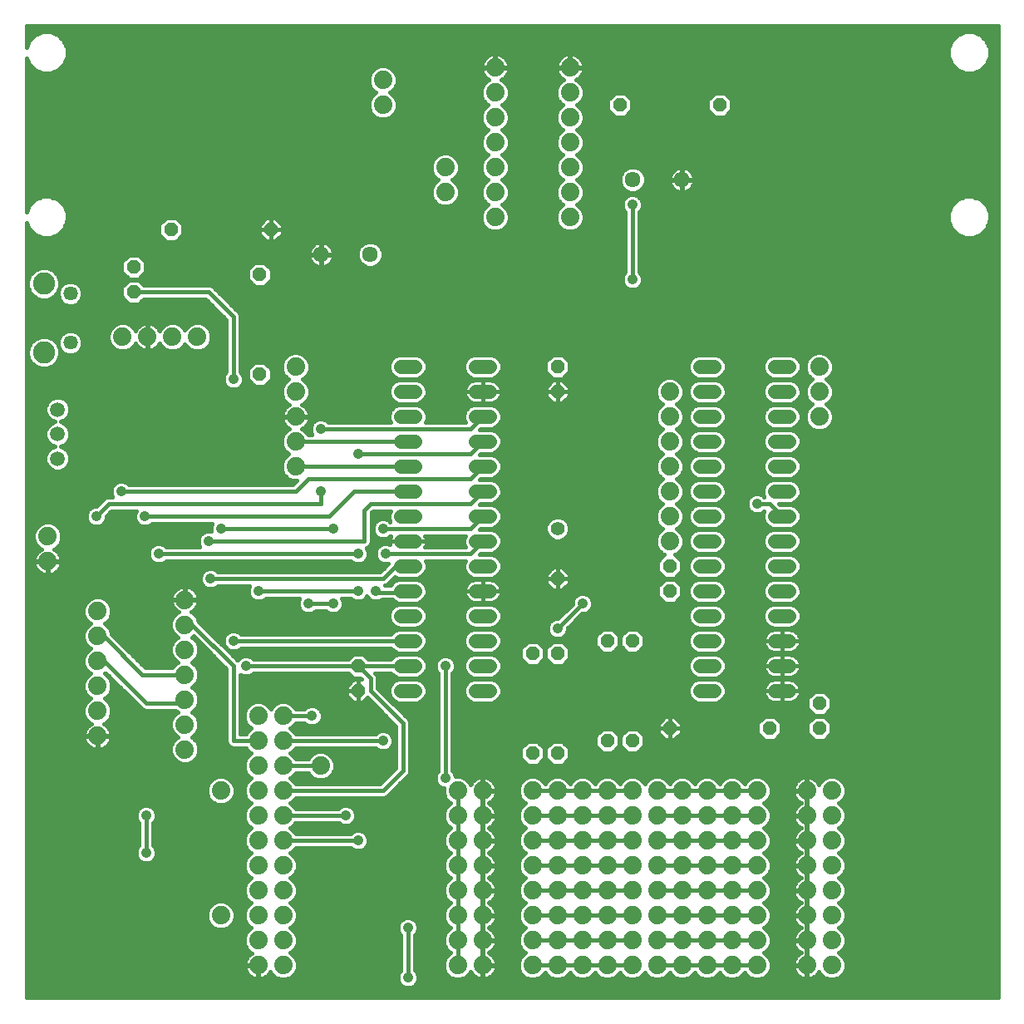
<source format=gbl>
G75*
%MOIN*%
%OFA0B0*%
%FSLAX25Y25*%
%IPPOS*%
%LPD*%
%AMOC8*
5,1,8,0,0,1.08239X$1,22.5*
%
%ADD10C,0.05600*%
%ADD11C,0.05746*%
%ADD12C,0.08858*%
%ADD13C,0.07400*%
%ADD14C,0.05943*%
%ADD15OC8,0.05600*%
%ADD16C,0.05600*%
%ADD17C,0.06337*%
%ADD18C,0.01600*%
%ADD19C,0.04165*%
D10*
X0218200Y0126800D02*
X0223800Y0126800D01*
X0223800Y0136800D02*
X0218200Y0136800D01*
X0218200Y0146800D02*
X0223800Y0146800D01*
X0223800Y0156800D02*
X0218200Y0156800D01*
X0218200Y0166800D02*
X0223800Y0166800D01*
X0223800Y0176800D02*
X0218200Y0176800D01*
X0218200Y0186800D02*
X0223800Y0186800D01*
X0223800Y0196800D02*
X0218200Y0196800D01*
X0218200Y0206800D02*
X0223800Y0206800D01*
X0223800Y0216800D02*
X0218200Y0216800D01*
X0218200Y0226800D02*
X0223800Y0226800D01*
X0223800Y0236800D02*
X0218200Y0236800D01*
X0218200Y0246800D02*
X0223800Y0246800D01*
X0223800Y0256800D02*
X0218200Y0256800D01*
X0248200Y0256800D02*
X0253800Y0256800D01*
X0253800Y0246800D02*
X0248200Y0246800D01*
X0248200Y0236800D02*
X0253800Y0236800D01*
X0253800Y0226800D02*
X0248200Y0226800D01*
X0248200Y0216800D02*
X0253800Y0216800D01*
X0253800Y0206800D02*
X0248200Y0206800D01*
X0248200Y0196800D02*
X0253800Y0196800D01*
X0253800Y0186800D02*
X0248200Y0186800D01*
X0248200Y0176800D02*
X0253800Y0176800D01*
X0253800Y0166800D02*
X0248200Y0166800D01*
X0248200Y0156800D02*
X0253800Y0156800D01*
X0253800Y0146800D02*
X0248200Y0146800D01*
X0248200Y0136800D02*
X0253800Y0136800D01*
X0253800Y0126800D02*
X0248200Y0126800D01*
X0338200Y0126800D02*
X0343800Y0126800D01*
X0343800Y0136800D02*
X0338200Y0136800D01*
X0338200Y0146800D02*
X0343800Y0146800D01*
X0343800Y0156800D02*
X0338200Y0156800D01*
X0338200Y0166800D02*
X0343800Y0166800D01*
X0343800Y0176800D02*
X0338200Y0176800D01*
X0338200Y0186800D02*
X0343800Y0186800D01*
X0343800Y0196800D02*
X0338200Y0196800D01*
X0338200Y0206800D02*
X0343800Y0206800D01*
X0343800Y0216800D02*
X0338200Y0216800D01*
X0338200Y0226800D02*
X0343800Y0226800D01*
X0343800Y0236800D02*
X0338200Y0236800D01*
X0338200Y0246800D02*
X0343800Y0246800D01*
X0343800Y0256800D02*
X0338200Y0256800D01*
X0368200Y0256800D02*
X0373800Y0256800D01*
X0373800Y0246800D02*
X0368200Y0246800D01*
X0368200Y0236800D02*
X0373800Y0236800D01*
X0373800Y0226800D02*
X0368200Y0226800D01*
X0368200Y0216800D02*
X0373800Y0216800D01*
X0373800Y0206800D02*
X0368200Y0206800D01*
X0368200Y0196800D02*
X0373800Y0196800D01*
X0373800Y0186800D02*
X0368200Y0186800D01*
X0368200Y0176800D02*
X0373800Y0176800D01*
X0373800Y0166800D02*
X0368200Y0166800D01*
X0368200Y0156800D02*
X0373800Y0156800D01*
X0373800Y0146800D02*
X0368200Y0146800D01*
X0368200Y0136800D02*
X0373800Y0136800D01*
X0373800Y0126800D02*
X0368200Y0126800D01*
D11*
X0085630Y0266457D03*
X0085630Y0286143D03*
D12*
X0075000Y0290080D03*
X0075000Y0262520D03*
D13*
X0106500Y0268800D03*
X0116500Y0268800D03*
X0126500Y0268800D03*
X0136500Y0268800D03*
X0176000Y0256800D03*
X0176000Y0246800D03*
X0176000Y0236800D03*
X0176000Y0226800D03*
X0176000Y0216800D03*
X0131500Y0163300D03*
X0131500Y0153300D03*
X0131500Y0143300D03*
X0131500Y0133300D03*
X0131500Y0123300D03*
X0131500Y0113300D03*
X0131500Y0103300D03*
X0146000Y0086800D03*
X0161000Y0086800D03*
X0161000Y0076800D03*
X0161000Y0066800D03*
X0161000Y0056800D03*
X0161000Y0046800D03*
X0161000Y0036800D03*
X0161000Y0026800D03*
X0161000Y0016800D03*
X0171000Y0016800D03*
X0171000Y0026800D03*
X0171000Y0036800D03*
X0171000Y0046800D03*
X0171000Y0056800D03*
X0171000Y0066800D03*
X0171000Y0076800D03*
X0171000Y0086800D03*
X0171000Y0096800D03*
X0171000Y0106800D03*
X0171000Y0116800D03*
X0161000Y0116800D03*
X0161000Y0106800D03*
X0161000Y0096800D03*
X0186000Y0096800D03*
X0241000Y0086800D03*
X0241000Y0076800D03*
X0251000Y0076800D03*
X0251000Y0086800D03*
X0271000Y0086800D03*
X0271000Y0076800D03*
X0281000Y0076800D03*
X0281000Y0086800D03*
X0291000Y0086800D03*
X0291000Y0076800D03*
X0301000Y0076800D03*
X0301000Y0086800D03*
X0311000Y0086800D03*
X0311000Y0076800D03*
X0321000Y0076800D03*
X0321000Y0086800D03*
X0331000Y0086800D03*
X0331000Y0076800D03*
X0341000Y0076800D03*
X0341000Y0086800D03*
X0351000Y0086800D03*
X0351000Y0076800D03*
X0361000Y0076800D03*
X0361000Y0086800D03*
X0381000Y0086800D03*
X0381000Y0076800D03*
X0391000Y0076800D03*
X0391000Y0086800D03*
X0391000Y0066800D03*
X0391000Y0056800D03*
X0381000Y0056800D03*
X0381000Y0066800D03*
X0361000Y0066800D03*
X0361000Y0056800D03*
X0351000Y0056800D03*
X0351000Y0066800D03*
X0341000Y0066800D03*
X0341000Y0056800D03*
X0331000Y0056800D03*
X0331000Y0066800D03*
X0321000Y0066800D03*
X0321000Y0056800D03*
X0311000Y0056800D03*
X0311000Y0066800D03*
X0301000Y0066800D03*
X0301000Y0056800D03*
X0291000Y0056800D03*
X0291000Y0066800D03*
X0281000Y0066800D03*
X0281000Y0056800D03*
X0271000Y0056800D03*
X0271000Y0066800D03*
X0251000Y0066800D03*
X0251000Y0056800D03*
X0241000Y0056800D03*
X0241000Y0066800D03*
X0241000Y0046800D03*
X0241000Y0036800D03*
X0251000Y0036800D03*
X0251000Y0046800D03*
X0271000Y0046800D03*
X0271000Y0036800D03*
X0281000Y0036800D03*
X0281000Y0046800D03*
X0291000Y0046800D03*
X0291000Y0036800D03*
X0301000Y0036800D03*
X0301000Y0046800D03*
X0311000Y0046800D03*
X0311000Y0036800D03*
X0321000Y0036800D03*
X0321000Y0046800D03*
X0331000Y0046800D03*
X0331000Y0036800D03*
X0341000Y0036800D03*
X0341000Y0046800D03*
X0351000Y0046800D03*
X0351000Y0036800D03*
X0361000Y0036800D03*
X0361000Y0046800D03*
X0381000Y0046800D03*
X0381000Y0036800D03*
X0391000Y0036800D03*
X0391000Y0046800D03*
X0391000Y0026800D03*
X0391000Y0016800D03*
X0381000Y0016800D03*
X0381000Y0026800D03*
X0361000Y0026800D03*
X0361000Y0016800D03*
X0351000Y0016800D03*
X0351000Y0026800D03*
X0341000Y0026800D03*
X0341000Y0016800D03*
X0331000Y0016800D03*
X0331000Y0026800D03*
X0321000Y0026800D03*
X0321000Y0016800D03*
X0311000Y0016800D03*
X0311000Y0026800D03*
X0301000Y0026800D03*
X0301000Y0016800D03*
X0291000Y0016800D03*
X0291000Y0026800D03*
X0281000Y0026800D03*
X0281000Y0016800D03*
X0271000Y0016800D03*
X0271000Y0026800D03*
X0251000Y0026800D03*
X0251000Y0016800D03*
X0241000Y0016800D03*
X0241000Y0026800D03*
X0146000Y0036800D03*
X0096500Y0108800D03*
X0096500Y0118800D03*
X0096500Y0128800D03*
X0096500Y0138800D03*
X0096500Y0148800D03*
X0096500Y0158800D03*
X0076500Y0178800D03*
X0076500Y0188800D03*
X0236000Y0326800D03*
X0236000Y0336800D03*
X0256000Y0336800D03*
X0256000Y0326800D03*
X0256000Y0316800D03*
X0286000Y0316800D03*
X0286000Y0326800D03*
X0286000Y0336800D03*
X0286000Y0346800D03*
X0286000Y0356800D03*
X0286000Y0366800D03*
X0286000Y0376800D03*
X0256000Y0376800D03*
X0256000Y0366800D03*
X0256000Y0356800D03*
X0256000Y0346800D03*
X0211000Y0361800D03*
X0211000Y0371800D03*
X0326000Y0246800D03*
X0326000Y0236800D03*
X0326000Y0226800D03*
X0326000Y0216800D03*
X0326000Y0206800D03*
X0326000Y0196800D03*
X0326000Y0186800D03*
X0386000Y0236800D03*
X0386000Y0246800D03*
X0386000Y0256800D03*
D14*
X0080500Y0239643D03*
X0080500Y0229800D03*
X0080500Y0219957D03*
D15*
X0111000Y0286800D03*
X0111000Y0296800D03*
X0126000Y0311800D03*
X0161500Y0293800D03*
X0166000Y0311800D03*
X0161500Y0253800D03*
X0281000Y0256800D03*
X0281000Y0246800D03*
X0326000Y0176800D03*
X0326000Y0166800D03*
X0311000Y0146800D03*
X0301000Y0146800D03*
X0281000Y0141800D03*
X0271000Y0141800D03*
X0281000Y0171800D03*
X0326000Y0111800D03*
X0311000Y0106800D03*
X0301000Y0106800D03*
X0281000Y0101800D03*
X0271000Y0101800D03*
X0201000Y0126800D03*
X0201000Y0136800D03*
X0366000Y0111800D03*
X0386000Y0111800D03*
X0386000Y0121800D03*
X0346000Y0361800D03*
X0306000Y0361800D03*
D16*
X0281000Y0191800D03*
D17*
X0205843Y0301800D03*
X0186157Y0301800D03*
X0311157Y0331800D03*
X0330843Y0331800D03*
D18*
X0068000Y0314555D02*
X0068000Y0003800D01*
X0457701Y0003800D01*
X0457701Y0393501D01*
X0068000Y0393501D01*
X0068000Y0385045D01*
X0069006Y0387473D01*
X0071327Y0389794D01*
X0074359Y0391050D01*
X0077641Y0391050D01*
X0080673Y0389794D01*
X0082994Y0387473D01*
X0084250Y0384441D01*
X0084250Y0381159D01*
X0082994Y0378127D01*
X0080673Y0375806D01*
X0077641Y0374550D01*
X0074359Y0374550D01*
X0071327Y0375806D01*
X0069006Y0378127D01*
X0068000Y0380555D01*
X0068000Y0319045D01*
X0069006Y0321473D01*
X0071327Y0323794D01*
X0074359Y0325050D01*
X0077641Y0325050D01*
X0080673Y0323794D01*
X0082994Y0321473D01*
X0084250Y0318441D01*
X0084250Y0315159D01*
X0082994Y0312127D01*
X0080673Y0309806D01*
X0077641Y0308550D01*
X0074359Y0308550D01*
X0071327Y0309806D01*
X0069006Y0312127D01*
X0068000Y0314555D01*
X0068000Y0313510D02*
X0068433Y0313510D01*
X0068000Y0311911D02*
X0069222Y0311911D01*
X0068000Y0310313D02*
X0070820Y0310313D01*
X0068000Y0308714D02*
X0073963Y0308714D01*
X0078037Y0308714D02*
X0122298Y0308714D01*
X0121200Y0309812D02*
X0124012Y0307000D01*
X0127988Y0307000D01*
X0130800Y0309812D01*
X0130800Y0313788D01*
X0127988Y0316600D01*
X0124012Y0316600D01*
X0121200Y0313788D01*
X0121200Y0309812D01*
X0121200Y0310313D02*
X0081180Y0310313D01*
X0082778Y0311911D02*
X0121200Y0311911D01*
X0121200Y0313510D02*
X0083567Y0313510D01*
X0084229Y0315108D02*
X0122520Y0315108D01*
X0129480Y0315108D02*
X0162803Y0315108D01*
X0164095Y0316400D02*
X0161400Y0313705D01*
X0161400Y0311800D01*
X0166000Y0311800D01*
X0170600Y0311800D01*
X0170600Y0313705D01*
X0167905Y0316400D01*
X0166000Y0316400D01*
X0166000Y0311800D01*
X0166000Y0311800D01*
X0166000Y0311800D01*
X0170600Y0311800D01*
X0170600Y0309895D01*
X0167905Y0307200D01*
X0166000Y0307200D01*
X0166000Y0311800D01*
X0166000Y0311800D01*
X0166000Y0311800D01*
X0166000Y0316400D01*
X0164095Y0316400D01*
X0166000Y0315108D02*
X0166000Y0315108D01*
X0166000Y0313510D02*
X0166000Y0313510D01*
X0166000Y0311911D02*
X0166000Y0311911D01*
X0166000Y0311800D02*
X0161400Y0311800D01*
X0161400Y0309895D01*
X0164095Y0307200D01*
X0166000Y0307200D01*
X0166000Y0311800D01*
X0166000Y0310313D02*
X0166000Y0310313D01*
X0166000Y0308714D02*
X0166000Y0308714D01*
X0169420Y0308714D02*
X0308200Y0308714D01*
X0308200Y0307116D02*
X0128104Y0307116D01*
X0129702Y0308714D02*
X0162580Y0308714D01*
X0161400Y0310313D02*
X0130800Y0310313D01*
X0130800Y0311911D02*
X0161400Y0311911D01*
X0161400Y0313510D02*
X0130800Y0313510D01*
X0123896Y0307116D02*
X0068000Y0307116D01*
X0068000Y0305517D02*
X0182848Y0305517D01*
X0182921Y0305590D02*
X0182368Y0305037D01*
X0181908Y0304404D01*
X0181553Y0303707D01*
X0181311Y0302963D01*
X0181189Y0302191D01*
X0181189Y0301984D01*
X0185973Y0301984D01*
X0185973Y0301616D01*
X0181189Y0301616D01*
X0181189Y0301409D01*
X0181311Y0300637D01*
X0181553Y0299893D01*
X0181908Y0299196D01*
X0182368Y0298563D01*
X0182921Y0298010D01*
X0183553Y0297551D01*
X0184250Y0297196D01*
X0184994Y0296954D01*
X0185766Y0296831D01*
X0185973Y0296831D01*
X0185973Y0301616D01*
X0186342Y0301616D01*
X0186342Y0301984D01*
X0191126Y0301984D01*
X0191126Y0302191D01*
X0191004Y0302963D01*
X0190762Y0303707D01*
X0190407Y0304404D01*
X0189947Y0305037D01*
X0189394Y0305590D01*
X0188762Y0306049D01*
X0188065Y0306404D01*
X0187321Y0306646D01*
X0186549Y0306768D01*
X0186342Y0306768D01*
X0186342Y0301984D01*
X0185973Y0301984D01*
X0185973Y0306768D01*
X0185766Y0306768D01*
X0184994Y0306646D01*
X0184250Y0306404D01*
X0183553Y0306049D01*
X0182921Y0305590D01*
X0181661Y0303919D02*
X0068000Y0303919D01*
X0068000Y0302320D02*
X0181209Y0302320D01*
X0181298Y0300722D02*
X0113867Y0300722D01*
X0112988Y0301600D02*
X0109012Y0301600D01*
X0106200Y0298788D01*
X0106200Y0294812D01*
X0109012Y0292000D01*
X0112988Y0292000D01*
X0115800Y0294812D01*
X0115800Y0298788D01*
X0112988Y0301600D01*
X0115465Y0299123D02*
X0181961Y0299123D01*
X0183604Y0297525D02*
X0164564Y0297525D01*
X0163488Y0298600D02*
X0159512Y0298600D01*
X0156700Y0295788D01*
X0156700Y0291812D01*
X0159512Y0289000D01*
X0163488Y0289000D01*
X0166300Y0291812D01*
X0166300Y0295788D01*
X0163488Y0298600D01*
X0166162Y0295926D02*
X0308200Y0295926D01*
X0308200Y0294774D02*
X0307539Y0294113D01*
X0306917Y0292612D01*
X0306917Y0290988D01*
X0307539Y0289487D01*
X0308687Y0288339D01*
X0310188Y0287717D01*
X0311812Y0287717D01*
X0313313Y0288339D01*
X0314461Y0289487D01*
X0315083Y0290988D01*
X0315083Y0292612D01*
X0314461Y0294113D01*
X0313800Y0294774D01*
X0313800Y0318826D01*
X0314461Y0319487D01*
X0315083Y0320988D01*
X0315083Y0322612D01*
X0314461Y0324113D01*
X0313313Y0325261D01*
X0311812Y0325883D01*
X0310188Y0325883D01*
X0308687Y0325261D01*
X0307539Y0324113D01*
X0306917Y0322612D01*
X0306917Y0320988D01*
X0307539Y0319487D01*
X0308200Y0318826D01*
X0308200Y0294774D01*
X0307754Y0294328D02*
X0166300Y0294328D01*
X0166300Y0292729D02*
X0306966Y0292729D01*
X0306917Y0291131D02*
X0165619Y0291131D01*
X0164020Y0289532D02*
X0307520Y0289532D01*
X0309666Y0287934D02*
X0143826Y0287934D01*
X0142586Y0289174D02*
X0141557Y0289600D01*
X0114988Y0289600D01*
X0112988Y0291600D01*
X0109012Y0291600D01*
X0106200Y0288788D01*
X0106200Y0284812D01*
X0109012Y0282000D01*
X0112988Y0282000D01*
X0114988Y0284000D01*
X0139840Y0284000D01*
X0148200Y0275640D01*
X0148200Y0254774D01*
X0147539Y0254113D01*
X0146917Y0252612D01*
X0146917Y0250988D01*
X0147539Y0249487D01*
X0148687Y0248339D01*
X0150188Y0247717D01*
X0151812Y0247717D01*
X0153313Y0248339D01*
X0154461Y0249487D01*
X0155083Y0250988D01*
X0155083Y0252612D01*
X0154461Y0254113D01*
X0153800Y0254774D01*
X0153800Y0277357D01*
X0153374Y0278386D01*
X0152586Y0279174D01*
X0142586Y0289174D01*
X0141721Y0289532D02*
X0158980Y0289532D01*
X0157381Y0291131D02*
X0113458Y0291131D01*
X0113717Y0292729D02*
X0156700Y0292729D01*
X0156700Y0294328D02*
X0115316Y0294328D01*
X0115800Y0295926D02*
X0156838Y0295926D01*
X0158436Y0297525D02*
X0115800Y0297525D01*
X0108133Y0300722D02*
X0068000Y0300722D01*
X0068000Y0299123D02*
X0106535Y0299123D01*
X0106200Y0297525D02*
X0068000Y0297525D01*
X0068000Y0295926D02*
X0072315Y0295926D01*
X0071358Y0295530D02*
X0069550Y0293721D01*
X0068571Y0291358D01*
X0068571Y0288801D01*
X0069550Y0286438D01*
X0071358Y0284629D01*
X0073721Y0283650D01*
X0076279Y0283650D01*
X0078642Y0284629D01*
X0080450Y0286438D01*
X0081429Y0288801D01*
X0081429Y0291358D01*
X0080450Y0293721D01*
X0078642Y0295530D01*
X0076279Y0296509D01*
X0073721Y0296509D01*
X0071358Y0295530D01*
X0070156Y0294328D02*
X0068000Y0294328D01*
X0068000Y0292729D02*
X0069139Y0292729D01*
X0068571Y0291131D02*
X0068000Y0291131D01*
X0068000Y0289532D02*
X0068571Y0289532D01*
X0068930Y0287934D02*
X0068000Y0287934D01*
X0068000Y0286335D02*
X0069652Y0286335D01*
X0071251Y0284737D02*
X0068000Y0284737D01*
X0068000Y0283138D02*
X0081743Y0283138D01*
X0081499Y0283382D02*
X0082869Y0282011D01*
X0084661Y0281269D01*
X0086599Y0281269D01*
X0088390Y0282011D01*
X0089761Y0283382D01*
X0090503Y0285173D01*
X0090503Y0287112D01*
X0089761Y0288903D01*
X0088390Y0290274D01*
X0086599Y0291016D01*
X0084661Y0291016D01*
X0082869Y0290274D01*
X0081499Y0288903D01*
X0080757Y0287112D01*
X0080757Y0285173D01*
X0081499Y0283382D01*
X0080938Y0284737D02*
X0078749Y0284737D01*
X0080348Y0286335D02*
X0080757Y0286335D01*
X0081070Y0287934D02*
X0081097Y0287934D01*
X0081429Y0289532D02*
X0082128Y0289532D01*
X0081429Y0291131D02*
X0108542Y0291131D01*
X0108283Y0292729D02*
X0080861Y0292729D01*
X0079844Y0294328D02*
X0106684Y0294328D01*
X0106200Y0295926D02*
X0077685Y0295926D01*
X0089132Y0289532D02*
X0106944Y0289532D01*
X0106200Y0287934D02*
X0090163Y0287934D01*
X0090503Y0286335D02*
X0106200Y0286335D01*
X0106275Y0284737D02*
X0090322Y0284737D01*
X0089517Y0283138D02*
X0107874Y0283138D01*
X0111000Y0286800D02*
X0141000Y0286800D01*
X0151000Y0276800D01*
X0151000Y0251800D01*
X0152424Y0247971D02*
X0170315Y0247971D01*
X0170300Y0247934D02*
X0170300Y0245666D01*
X0171168Y0243571D01*
X0172771Y0241968D01*
X0173464Y0241681D01*
X0173117Y0241504D01*
X0172417Y0240995D01*
X0171805Y0240383D01*
X0171296Y0239683D01*
X0170903Y0238911D01*
X0170635Y0238088D01*
X0170500Y0237233D01*
X0170500Y0237000D01*
X0175800Y0237000D01*
X0175800Y0236600D01*
X0170500Y0236600D01*
X0170500Y0236367D01*
X0170635Y0235512D01*
X0170903Y0234689D01*
X0171296Y0233917D01*
X0171805Y0233217D01*
X0172417Y0232605D01*
X0173117Y0232096D01*
X0173464Y0231919D01*
X0172771Y0231632D01*
X0171168Y0230029D01*
X0170300Y0227934D01*
X0170300Y0225666D01*
X0171168Y0223571D01*
X0172771Y0221968D01*
X0173176Y0221800D01*
X0172771Y0221632D01*
X0171168Y0220029D01*
X0170300Y0217934D01*
X0170300Y0215666D01*
X0171168Y0213571D01*
X0172771Y0211968D01*
X0174866Y0211100D01*
X0176340Y0211100D01*
X0174840Y0209600D01*
X0108974Y0209600D01*
X0108313Y0210261D01*
X0106812Y0210883D01*
X0105188Y0210883D01*
X0103687Y0210261D01*
X0102539Y0209113D01*
X0101917Y0207612D01*
X0101917Y0205988D01*
X0102492Y0204600D01*
X0100443Y0204600D01*
X0099414Y0204174D01*
X0096123Y0200883D01*
X0095188Y0200883D01*
X0093687Y0200261D01*
X0092539Y0199113D01*
X0091917Y0197612D01*
X0091917Y0195988D01*
X0092539Y0194487D01*
X0093687Y0193339D01*
X0095188Y0192717D01*
X0096812Y0192717D01*
X0098313Y0193339D01*
X0099461Y0194487D01*
X0100083Y0195988D01*
X0100083Y0196923D01*
X0102160Y0199000D01*
X0111992Y0199000D01*
X0111417Y0197612D01*
X0111417Y0195988D01*
X0112039Y0194487D01*
X0113187Y0193339D01*
X0114688Y0192717D01*
X0116312Y0192717D01*
X0117813Y0193339D01*
X0118474Y0194000D01*
X0142492Y0194000D01*
X0141917Y0192612D01*
X0141917Y0190988D01*
X0141992Y0190808D01*
X0141812Y0190883D01*
X0140188Y0190883D01*
X0138687Y0190261D01*
X0137539Y0189113D01*
X0136917Y0187612D01*
X0136917Y0185988D01*
X0137492Y0184600D01*
X0123974Y0184600D01*
X0123313Y0185261D01*
X0121812Y0185883D01*
X0120188Y0185883D01*
X0118687Y0185261D01*
X0117539Y0184113D01*
X0116917Y0182612D01*
X0116917Y0180988D01*
X0117539Y0179487D01*
X0118687Y0178339D01*
X0120188Y0177717D01*
X0121812Y0177717D01*
X0123313Y0178339D01*
X0123974Y0179000D01*
X0198026Y0179000D01*
X0198687Y0178339D01*
X0200188Y0177717D01*
X0201812Y0177717D01*
X0203313Y0178339D01*
X0204461Y0179487D01*
X0205083Y0180988D01*
X0205083Y0182612D01*
X0204461Y0184113D01*
X0204422Y0184151D01*
X0205086Y0184426D01*
X0205874Y0185214D01*
X0206300Y0186243D01*
X0206300Y0198140D01*
X0207160Y0199000D01*
X0213916Y0199000D01*
X0213400Y0197755D01*
X0213400Y0195845D01*
X0213875Y0194699D01*
X0213313Y0195261D01*
X0211812Y0195883D01*
X0210188Y0195883D01*
X0208687Y0195261D01*
X0207539Y0194113D01*
X0206917Y0192612D01*
X0206917Y0190988D01*
X0207539Y0189487D01*
X0208687Y0188339D01*
X0210188Y0187717D01*
X0211812Y0187717D01*
X0213313Y0188339D01*
X0213974Y0189000D01*
X0214158Y0189000D01*
X0213937Y0188566D01*
X0213713Y0187877D01*
X0213600Y0187162D01*
X0213600Y0186800D01*
X0221000Y0186800D01*
X0228400Y0186800D01*
X0228400Y0187162D01*
X0228287Y0187877D01*
X0228063Y0188566D01*
X0227842Y0189000D01*
X0243916Y0189000D01*
X0243400Y0187755D01*
X0243400Y0185845D01*
X0243916Y0184600D01*
X0227842Y0184600D01*
X0228063Y0185034D01*
X0228287Y0185723D01*
X0228400Y0186438D01*
X0228400Y0186800D01*
X0221000Y0186800D01*
X0221000Y0186800D01*
X0221000Y0186800D01*
X0213600Y0186800D01*
X0213600Y0186438D01*
X0213713Y0185723D01*
X0213793Y0185476D01*
X0212812Y0185883D01*
X0211188Y0185883D01*
X0209687Y0185261D01*
X0208539Y0184113D01*
X0207917Y0182612D01*
X0207917Y0180988D01*
X0208539Y0179487D01*
X0209687Y0178339D01*
X0211188Y0177717D01*
X0212812Y0177717D01*
X0213060Y0177820D01*
X0209840Y0174600D01*
X0144863Y0174600D01*
X0144202Y0175261D01*
X0142701Y0175883D01*
X0141077Y0175883D01*
X0139576Y0175261D01*
X0138428Y0174113D01*
X0137806Y0172612D01*
X0137806Y0170988D01*
X0138428Y0169487D01*
X0139576Y0168339D01*
X0141077Y0167717D01*
X0142701Y0167717D01*
X0144202Y0168339D01*
X0144863Y0169000D01*
X0157492Y0169000D01*
X0156917Y0167612D01*
X0156917Y0165988D01*
X0157539Y0164487D01*
X0158687Y0163339D01*
X0160188Y0162717D01*
X0161812Y0162717D01*
X0163313Y0163339D01*
X0163974Y0164000D01*
X0177492Y0164000D01*
X0176917Y0162612D01*
X0176917Y0160988D01*
X0177539Y0159487D01*
X0178687Y0158339D01*
X0180188Y0157717D01*
X0181812Y0157717D01*
X0183313Y0158339D01*
X0183974Y0159000D01*
X0188026Y0159000D01*
X0188687Y0158339D01*
X0190188Y0157717D01*
X0191812Y0157717D01*
X0193313Y0158339D01*
X0194461Y0159487D01*
X0195083Y0160988D01*
X0195083Y0162612D01*
X0194508Y0164000D01*
X0198026Y0164000D01*
X0198687Y0163339D01*
X0200188Y0162717D01*
X0201812Y0162717D01*
X0203313Y0163339D01*
X0204461Y0164487D01*
X0204555Y0164715D01*
X0204650Y0164487D01*
X0205798Y0163339D01*
X0207299Y0162717D01*
X0208923Y0162717D01*
X0210424Y0163339D01*
X0210585Y0163500D01*
X0214712Y0163500D01*
X0215481Y0162731D01*
X0217245Y0162000D01*
X0224755Y0162000D01*
X0226519Y0162731D01*
X0227869Y0164081D01*
X0228600Y0165845D01*
X0228600Y0167755D01*
X0227869Y0169519D01*
X0226519Y0170869D01*
X0224755Y0171600D01*
X0217245Y0171600D01*
X0215481Y0170869D01*
X0214131Y0169519D01*
X0213957Y0169100D01*
X0211798Y0169100D01*
X0212586Y0169426D01*
X0213374Y0170214D01*
X0215771Y0172611D01*
X0217245Y0172000D01*
X0224755Y0172000D01*
X0226519Y0172731D01*
X0227869Y0174081D01*
X0228600Y0175845D01*
X0228600Y0177755D01*
X0228084Y0179000D01*
X0243916Y0179000D01*
X0243400Y0177755D01*
X0243400Y0175845D01*
X0244131Y0174081D01*
X0245481Y0172731D01*
X0247245Y0172000D01*
X0254755Y0172000D01*
X0256519Y0172731D01*
X0257869Y0174081D01*
X0258600Y0175845D01*
X0258600Y0177755D01*
X0257869Y0179519D01*
X0256519Y0180869D01*
X0254755Y0181600D01*
X0249760Y0181600D01*
X0250160Y0182000D01*
X0254755Y0182000D01*
X0256519Y0182731D01*
X0257869Y0184081D01*
X0258600Y0185845D01*
X0258600Y0187755D01*
X0257869Y0189519D01*
X0256519Y0190869D01*
X0254755Y0191600D01*
X0249760Y0191600D01*
X0250160Y0192000D01*
X0254755Y0192000D01*
X0256519Y0192731D01*
X0257869Y0194081D01*
X0258600Y0195845D01*
X0258600Y0197755D01*
X0257869Y0199519D01*
X0256519Y0200869D01*
X0254755Y0201600D01*
X0249760Y0201600D01*
X0250160Y0202000D01*
X0254755Y0202000D01*
X0256519Y0202731D01*
X0257869Y0204081D01*
X0258600Y0205845D01*
X0258600Y0207755D01*
X0257869Y0209519D01*
X0256519Y0210869D01*
X0254755Y0211600D01*
X0249760Y0211600D01*
X0250160Y0212000D01*
X0254755Y0212000D01*
X0256519Y0212731D01*
X0257869Y0214081D01*
X0258600Y0215845D01*
X0258600Y0217755D01*
X0257869Y0219519D01*
X0256519Y0220869D01*
X0254755Y0221600D01*
X0249760Y0221600D01*
X0250160Y0222000D01*
X0254755Y0222000D01*
X0256519Y0222731D01*
X0257869Y0224081D01*
X0258600Y0225845D01*
X0258600Y0227755D01*
X0257869Y0229519D01*
X0256519Y0230869D01*
X0254755Y0231600D01*
X0249760Y0231600D01*
X0250160Y0232000D01*
X0254755Y0232000D01*
X0256519Y0232731D01*
X0257869Y0234081D01*
X0258600Y0235845D01*
X0258600Y0237755D01*
X0257869Y0239519D01*
X0256519Y0240869D01*
X0254755Y0241600D01*
X0247245Y0241600D01*
X0245481Y0240869D01*
X0244131Y0239519D01*
X0243400Y0237755D01*
X0243400Y0235845D01*
X0243916Y0234600D01*
X0228084Y0234600D01*
X0228600Y0235845D01*
X0228600Y0237755D01*
X0227869Y0239519D01*
X0226519Y0240869D01*
X0224755Y0241600D01*
X0217245Y0241600D01*
X0215481Y0240869D01*
X0214131Y0239519D01*
X0213400Y0237755D01*
X0213400Y0235845D01*
X0213916Y0234600D01*
X0188974Y0234600D01*
X0188313Y0235261D01*
X0186812Y0235883D01*
X0185188Y0235883D01*
X0183687Y0235261D01*
X0182539Y0234113D01*
X0181917Y0232612D01*
X0181917Y0230988D01*
X0182492Y0229600D01*
X0181010Y0229600D01*
X0180832Y0230029D01*
X0179229Y0231632D01*
X0178536Y0231919D01*
X0178883Y0232096D01*
X0179583Y0232605D01*
X0180195Y0233217D01*
X0180704Y0233917D01*
X0181097Y0234689D01*
X0181365Y0235512D01*
X0181500Y0236367D01*
X0181500Y0236600D01*
X0176200Y0236600D01*
X0176200Y0237000D01*
X0181500Y0237000D01*
X0181500Y0237233D01*
X0181365Y0238088D01*
X0181097Y0238911D01*
X0180704Y0239683D01*
X0180195Y0240383D01*
X0179583Y0240995D01*
X0178883Y0241504D01*
X0178536Y0241681D01*
X0179229Y0241968D01*
X0180832Y0243571D01*
X0181700Y0245666D01*
X0181700Y0247934D01*
X0180832Y0250029D01*
X0179229Y0251632D01*
X0178824Y0251800D01*
X0179229Y0251968D01*
X0180832Y0253571D01*
X0181700Y0255666D01*
X0181700Y0257934D01*
X0180832Y0260029D01*
X0179229Y0261632D01*
X0177134Y0262500D01*
X0174866Y0262500D01*
X0172771Y0261632D01*
X0171168Y0260029D01*
X0170300Y0257934D01*
X0170300Y0255666D01*
X0171168Y0253571D01*
X0172771Y0251968D01*
X0173176Y0251800D01*
X0172771Y0251632D01*
X0171168Y0250029D01*
X0170300Y0247934D01*
X0170300Y0246372D02*
X0068000Y0246372D01*
X0068000Y0244774D02*
X0170670Y0244774D01*
X0171564Y0243175D02*
X0083998Y0243175D01*
X0083316Y0243857D02*
X0081489Y0244614D01*
X0079511Y0244614D01*
X0077684Y0243857D01*
X0076285Y0242459D01*
X0075528Y0240631D01*
X0075528Y0238654D01*
X0076285Y0236826D01*
X0077684Y0235428D01*
X0079389Y0234721D01*
X0077684Y0234015D01*
X0076285Y0232616D01*
X0075528Y0230789D01*
X0075528Y0228811D01*
X0076285Y0226984D01*
X0077684Y0225585D01*
X0079389Y0224879D01*
X0077684Y0224172D01*
X0076285Y0222774D01*
X0075528Y0220946D01*
X0075528Y0218969D01*
X0076285Y0217141D01*
X0077684Y0215743D01*
X0079511Y0214986D01*
X0081489Y0214986D01*
X0083316Y0215743D01*
X0084715Y0217141D01*
X0085472Y0218969D01*
X0085472Y0220946D01*
X0084715Y0222774D01*
X0083316Y0224172D01*
X0081611Y0224879D01*
X0083316Y0225585D01*
X0084715Y0226984D01*
X0085472Y0228811D01*
X0085472Y0230789D01*
X0084715Y0232616D01*
X0083316Y0234015D01*
X0081611Y0234721D01*
X0083316Y0235428D01*
X0084715Y0236826D01*
X0085472Y0238654D01*
X0085472Y0240631D01*
X0084715Y0242459D01*
X0083316Y0243857D01*
X0085080Y0241577D02*
X0173260Y0241577D01*
X0171511Y0239978D02*
X0085472Y0239978D01*
X0085358Y0238380D02*
X0170730Y0238380D01*
X0170742Y0235183D02*
X0082724Y0235183D01*
X0083747Y0233584D02*
X0171538Y0233584D01*
X0173334Y0231986D02*
X0084976Y0231986D01*
X0085472Y0230387D02*
X0171526Y0230387D01*
X0170654Y0228789D02*
X0085462Y0228789D01*
X0084800Y0227190D02*
X0170300Y0227190D01*
X0170331Y0225592D02*
X0083323Y0225592D01*
X0083495Y0223993D02*
X0170993Y0223993D01*
X0172344Y0222395D02*
X0084872Y0222395D01*
X0085472Y0220796D02*
X0171935Y0220796D01*
X0170823Y0219198D02*
X0085472Y0219198D01*
X0084904Y0217599D02*
X0170300Y0217599D01*
X0170300Y0216001D02*
X0083574Y0216001D01*
X0077426Y0216001D02*
X0068000Y0216001D01*
X0068000Y0217599D02*
X0076096Y0217599D01*
X0075528Y0219198D02*
X0068000Y0219198D01*
X0068000Y0220796D02*
X0075528Y0220796D01*
X0076128Y0222395D02*
X0068000Y0222395D01*
X0068000Y0223993D02*
X0077505Y0223993D01*
X0077677Y0225592D02*
X0068000Y0225592D01*
X0068000Y0227190D02*
X0076200Y0227190D01*
X0075538Y0228789D02*
X0068000Y0228789D01*
X0068000Y0230387D02*
X0075528Y0230387D01*
X0076024Y0231986D02*
X0068000Y0231986D01*
X0068000Y0233584D02*
X0077253Y0233584D01*
X0078276Y0235183D02*
X0068000Y0235183D01*
X0068000Y0236781D02*
X0076330Y0236781D01*
X0075642Y0238380D02*
X0068000Y0238380D01*
X0068000Y0239978D02*
X0075528Y0239978D01*
X0075920Y0241577D02*
X0068000Y0241577D01*
X0068000Y0243175D02*
X0077002Y0243175D01*
X0084670Y0236781D02*
X0175800Y0236781D01*
X0176200Y0236781D02*
X0213400Y0236781D01*
X0213659Y0238380D02*
X0181270Y0238380D01*
X0180489Y0239978D02*
X0214590Y0239978D01*
X0215481Y0242731D02*
X0217245Y0242000D01*
X0224755Y0242000D01*
X0226519Y0242731D01*
X0227869Y0244081D01*
X0228600Y0245845D01*
X0228600Y0247755D01*
X0227869Y0249519D01*
X0226519Y0250869D01*
X0224755Y0251600D01*
X0217245Y0251600D01*
X0215481Y0250869D01*
X0214131Y0249519D01*
X0213400Y0247755D01*
X0213400Y0245845D01*
X0214131Y0244081D01*
X0215481Y0242731D01*
X0215037Y0243175D02*
X0180436Y0243175D01*
X0181330Y0244774D02*
X0213844Y0244774D01*
X0213400Y0246372D02*
X0181700Y0246372D01*
X0181685Y0247971D02*
X0213489Y0247971D01*
X0214181Y0249569D02*
X0181023Y0249569D01*
X0179693Y0251168D02*
X0216202Y0251168D01*
X0217245Y0252000D02*
X0215481Y0252731D01*
X0214131Y0254081D01*
X0213400Y0255845D01*
X0213400Y0257755D01*
X0214131Y0259519D01*
X0215481Y0260869D01*
X0217245Y0261600D01*
X0224755Y0261600D01*
X0226519Y0260869D01*
X0227869Y0259519D01*
X0228600Y0257755D01*
X0228600Y0255845D01*
X0227869Y0254081D01*
X0226519Y0252731D01*
X0224755Y0252000D01*
X0217245Y0252000D01*
X0215445Y0252766D02*
X0180027Y0252766D01*
X0181161Y0254365D02*
X0214013Y0254365D01*
X0213400Y0255963D02*
X0181700Y0255963D01*
X0181700Y0257562D02*
X0213400Y0257562D01*
X0213982Y0259160D02*
X0181192Y0259160D01*
X0180102Y0260759D02*
X0215371Y0260759D01*
X0225798Y0251168D02*
X0246757Y0251168D01*
X0246434Y0251063D02*
X0245789Y0250734D01*
X0245203Y0250309D01*
X0244691Y0249797D01*
X0244266Y0249211D01*
X0243937Y0248566D01*
X0243713Y0247877D01*
X0243600Y0247162D01*
X0243600Y0246800D01*
X0251000Y0246800D01*
X0251000Y0246800D01*
X0251000Y0251400D01*
X0254162Y0251400D01*
X0254877Y0251287D01*
X0255566Y0251063D01*
X0256211Y0250734D01*
X0256797Y0250309D01*
X0257309Y0249797D01*
X0257734Y0249211D01*
X0258063Y0248566D01*
X0258287Y0247877D01*
X0258400Y0247162D01*
X0258400Y0246800D01*
X0251000Y0246800D01*
X0251000Y0246800D01*
X0251000Y0242200D01*
X0254162Y0242200D01*
X0254877Y0242313D01*
X0255566Y0242537D01*
X0256211Y0242866D01*
X0256797Y0243291D01*
X0257309Y0243803D01*
X0257734Y0244389D01*
X0258063Y0245034D01*
X0258287Y0245723D01*
X0258400Y0246438D01*
X0258400Y0246800D01*
X0251000Y0246800D01*
X0251000Y0246800D01*
X0251000Y0246800D01*
X0251000Y0251400D01*
X0247838Y0251400D01*
X0247123Y0251287D01*
X0246434Y0251063D01*
X0247245Y0252000D02*
X0254755Y0252000D01*
X0256519Y0252731D01*
X0257869Y0254081D01*
X0258600Y0255845D01*
X0258600Y0257755D01*
X0257869Y0259519D01*
X0256519Y0260869D01*
X0254755Y0261600D01*
X0247245Y0261600D01*
X0245481Y0260869D01*
X0244131Y0259519D01*
X0243400Y0257755D01*
X0243400Y0255845D01*
X0244131Y0254081D01*
X0245481Y0252731D01*
X0247245Y0252000D01*
X0245445Y0252766D02*
X0226554Y0252766D01*
X0227987Y0254365D02*
X0244013Y0254365D01*
X0243400Y0255963D02*
X0228600Y0255963D01*
X0228600Y0257562D02*
X0243400Y0257562D01*
X0243982Y0259160D02*
X0228018Y0259160D01*
X0226629Y0260759D02*
X0245371Y0260759D01*
X0251000Y0251168D02*
X0251000Y0251168D01*
X0251000Y0249569D02*
X0251000Y0249569D01*
X0251000Y0247971D02*
X0251000Y0247971D01*
X0251000Y0246800D02*
X0243600Y0246800D01*
X0243600Y0246438D01*
X0243713Y0245723D01*
X0243937Y0245034D01*
X0244266Y0244389D01*
X0244691Y0243803D01*
X0245203Y0243291D01*
X0245789Y0242866D01*
X0246434Y0242537D01*
X0247123Y0242313D01*
X0247838Y0242200D01*
X0251000Y0242200D01*
X0251000Y0246800D01*
X0251000Y0246372D02*
X0251000Y0246372D01*
X0251000Y0244774D02*
X0251000Y0244774D01*
X0251000Y0243175D02*
X0251000Y0243175D01*
X0247189Y0241577D02*
X0224811Y0241577D01*
X0226963Y0243175D02*
X0245363Y0243175D01*
X0244070Y0244774D02*
X0228156Y0244774D01*
X0228600Y0246372D02*
X0243610Y0246372D01*
X0243744Y0247971D02*
X0228511Y0247971D01*
X0227819Y0249569D02*
X0244526Y0249569D01*
X0244590Y0239978D02*
X0227410Y0239978D01*
X0228341Y0238380D02*
X0243659Y0238380D01*
X0243400Y0236781D02*
X0228600Y0236781D01*
X0228326Y0235183D02*
X0243674Y0235183D01*
X0246000Y0231800D02*
X0186000Y0231800D01*
X0182166Y0230387D02*
X0180474Y0230387D01*
X0181917Y0231986D02*
X0178666Y0231986D01*
X0180462Y0233584D02*
X0182320Y0233584D01*
X0181258Y0235183D02*
X0183609Y0235183D01*
X0188391Y0235183D02*
X0213674Y0235183D01*
X0217189Y0241577D02*
X0178740Y0241577D01*
X0170977Y0249569D02*
X0164057Y0249569D01*
X0163488Y0249000D02*
X0166300Y0251812D01*
X0166300Y0255788D01*
X0163488Y0258600D01*
X0159512Y0258600D01*
X0156700Y0255788D01*
X0156700Y0251812D01*
X0159512Y0249000D01*
X0163488Y0249000D01*
X0165656Y0251168D02*
X0172307Y0251168D01*
X0171973Y0252766D02*
X0166300Y0252766D01*
X0166300Y0254365D02*
X0170839Y0254365D01*
X0170300Y0255963D02*
X0166125Y0255963D01*
X0164526Y0257562D02*
X0170300Y0257562D01*
X0170808Y0259160D02*
X0153800Y0259160D01*
X0153800Y0257562D02*
X0158474Y0257562D01*
X0156875Y0255963D02*
X0153800Y0255963D01*
X0154209Y0254365D02*
X0156700Y0254365D01*
X0156700Y0252766D02*
X0155019Y0252766D01*
X0155083Y0251168D02*
X0157344Y0251168D01*
X0158943Y0249569D02*
X0154495Y0249569D01*
X0149576Y0247971D02*
X0068000Y0247971D01*
X0068000Y0249569D02*
X0147505Y0249569D01*
X0146917Y0251168D02*
X0068000Y0251168D01*
X0068000Y0252766D02*
X0146981Y0252766D01*
X0147791Y0254365D02*
X0068000Y0254365D01*
X0068000Y0255963D02*
X0148200Y0255963D01*
X0148200Y0257562D02*
X0079134Y0257562D01*
X0078642Y0257070D02*
X0080450Y0258879D01*
X0081429Y0261242D01*
X0081429Y0263799D01*
X0080450Y0266162D01*
X0078642Y0267971D01*
X0076279Y0268950D01*
X0073721Y0268950D01*
X0071358Y0267971D01*
X0069550Y0266162D01*
X0068571Y0263799D01*
X0068571Y0261242D01*
X0069550Y0258879D01*
X0071358Y0257070D01*
X0073721Y0256091D01*
X0076279Y0256091D01*
X0078642Y0257070D01*
X0080567Y0259160D02*
X0148200Y0259160D01*
X0148200Y0260759D02*
X0081229Y0260759D01*
X0081429Y0262357D02*
X0082838Y0262357D01*
X0082869Y0262326D02*
X0084661Y0261584D01*
X0086599Y0261584D01*
X0088390Y0262326D01*
X0089761Y0263697D01*
X0090503Y0265488D01*
X0090503Y0267427D01*
X0089761Y0269218D01*
X0088390Y0270589D01*
X0086599Y0271331D01*
X0084661Y0271331D01*
X0082869Y0270589D01*
X0081499Y0269218D01*
X0080757Y0267427D01*
X0080757Y0265488D01*
X0081499Y0263697D01*
X0082869Y0262326D01*
X0081391Y0263956D02*
X0081364Y0263956D01*
X0080757Y0265554D02*
X0080702Y0265554D01*
X0080757Y0267153D02*
X0079460Y0267153D01*
X0081305Y0268751D02*
X0076757Y0268751D01*
X0073243Y0268751D02*
X0068000Y0268751D01*
X0068000Y0267153D02*
X0070540Y0267153D01*
X0069298Y0265554D02*
X0068000Y0265554D01*
X0068000Y0263956D02*
X0068636Y0263956D01*
X0068571Y0262357D02*
X0068000Y0262357D01*
X0068000Y0260759D02*
X0068771Y0260759D01*
X0069433Y0259160D02*
X0068000Y0259160D01*
X0068000Y0257562D02*
X0070866Y0257562D01*
X0068000Y0270350D02*
X0082631Y0270350D01*
X0088629Y0270350D02*
X0100972Y0270350D01*
X0100800Y0269934D02*
X0100800Y0267666D01*
X0101668Y0265571D01*
X0103271Y0263968D01*
X0105366Y0263100D01*
X0107634Y0263100D01*
X0109729Y0263968D01*
X0111332Y0265571D01*
X0111619Y0266264D01*
X0111796Y0265917D01*
X0112305Y0265217D01*
X0112917Y0264605D01*
X0113617Y0264096D01*
X0114389Y0263703D01*
X0115212Y0263435D01*
X0116067Y0263300D01*
X0116300Y0263300D01*
X0116300Y0268600D01*
X0116700Y0268600D01*
X0116700Y0263300D01*
X0116933Y0263300D01*
X0117788Y0263435D01*
X0118611Y0263703D01*
X0119383Y0264096D01*
X0120083Y0264605D01*
X0120695Y0265217D01*
X0121204Y0265917D01*
X0121381Y0266264D01*
X0121668Y0265571D01*
X0123271Y0263968D01*
X0125366Y0263100D01*
X0127634Y0263100D01*
X0129729Y0263968D01*
X0131332Y0265571D01*
X0131500Y0265976D01*
X0131668Y0265571D01*
X0133271Y0263968D01*
X0135366Y0263100D01*
X0137634Y0263100D01*
X0139729Y0263968D01*
X0141332Y0265571D01*
X0142200Y0267666D01*
X0142200Y0269934D01*
X0141332Y0272029D01*
X0139729Y0273632D01*
X0137634Y0274500D01*
X0135366Y0274500D01*
X0133271Y0273632D01*
X0131668Y0272029D01*
X0131500Y0271624D01*
X0131332Y0272029D01*
X0129729Y0273632D01*
X0127634Y0274500D01*
X0125366Y0274500D01*
X0123271Y0273632D01*
X0121668Y0272029D01*
X0121381Y0271336D01*
X0121204Y0271683D01*
X0120695Y0272383D01*
X0120083Y0272995D01*
X0119383Y0273504D01*
X0118611Y0273897D01*
X0117788Y0274165D01*
X0116933Y0274300D01*
X0116700Y0274300D01*
X0116700Y0269000D01*
X0116300Y0269000D01*
X0116300Y0274300D01*
X0116067Y0274300D01*
X0115212Y0274165D01*
X0114389Y0273897D01*
X0113617Y0273504D01*
X0112917Y0272995D01*
X0112305Y0272383D01*
X0111796Y0271683D01*
X0111619Y0271336D01*
X0111332Y0272029D01*
X0109729Y0273632D01*
X0107634Y0274500D01*
X0105366Y0274500D01*
X0103271Y0273632D01*
X0101668Y0272029D01*
X0100800Y0269934D01*
X0100800Y0268751D02*
X0089954Y0268751D01*
X0090503Y0267153D02*
X0101013Y0267153D01*
X0101685Y0265554D02*
X0090503Y0265554D01*
X0089868Y0263956D02*
X0103300Y0263956D01*
X0109700Y0263956D02*
X0113892Y0263956D01*
X0116300Y0263956D02*
X0116700Y0263956D01*
X0116700Y0265554D02*
X0116300Y0265554D01*
X0116300Y0267153D02*
X0116700Y0267153D01*
X0116700Y0270350D02*
X0116300Y0270350D01*
X0116300Y0271948D02*
X0116700Y0271948D01*
X0116700Y0273547D02*
X0116300Y0273547D01*
X0113702Y0273547D02*
X0109814Y0273547D01*
X0111366Y0271948D02*
X0111989Y0271948D01*
X0119298Y0273547D02*
X0123186Y0273547D01*
X0121634Y0271948D02*
X0121011Y0271948D01*
X0120940Y0265554D02*
X0121685Y0265554D01*
X0123300Y0263956D02*
X0119108Y0263956D01*
X0112060Y0265554D02*
X0111315Y0265554D01*
X0103186Y0273547D02*
X0068000Y0273547D01*
X0068000Y0275145D02*
X0148200Y0275145D01*
X0148200Y0273547D02*
X0139814Y0273547D01*
X0141366Y0271948D02*
X0148200Y0271948D01*
X0148200Y0270350D02*
X0142028Y0270350D01*
X0142200Y0268751D02*
X0148200Y0268751D01*
X0148200Y0267153D02*
X0141987Y0267153D01*
X0141315Y0265554D02*
X0148200Y0265554D01*
X0148200Y0263956D02*
X0139700Y0263956D01*
X0133300Y0263956D02*
X0129700Y0263956D01*
X0131315Y0265554D02*
X0131685Y0265554D01*
X0131634Y0271948D02*
X0131366Y0271948D01*
X0129814Y0273547D02*
X0133186Y0273547D01*
X0142301Y0281539D02*
X0087252Y0281539D01*
X0084008Y0281539D02*
X0068000Y0281539D01*
X0068000Y0279941D02*
X0143899Y0279941D01*
X0145498Y0278342D02*
X0068000Y0278342D01*
X0068000Y0276744D02*
X0147096Y0276744D01*
X0151819Y0279941D02*
X0457701Y0279941D01*
X0457701Y0281539D02*
X0150220Y0281539D01*
X0148622Y0283138D02*
X0457701Y0283138D01*
X0457701Y0284737D02*
X0147023Y0284737D01*
X0145425Y0286335D02*
X0457701Y0286335D01*
X0457701Y0287934D02*
X0312334Y0287934D01*
X0314480Y0289532D02*
X0457701Y0289532D01*
X0457701Y0291131D02*
X0315083Y0291131D01*
X0315034Y0292729D02*
X0457701Y0292729D01*
X0457701Y0294328D02*
X0314246Y0294328D01*
X0313800Y0295926D02*
X0457701Y0295926D01*
X0457701Y0297525D02*
X0313800Y0297525D01*
X0313800Y0299123D02*
X0457701Y0299123D01*
X0457701Y0300722D02*
X0313800Y0300722D01*
X0313800Y0302320D02*
X0457701Y0302320D01*
X0457701Y0303919D02*
X0313800Y0303919D01*
X0313800Y0305517D02*
X0457701Y0305517D01*
X0457701Y0307116D02*
X0313800Y0307116D01*
X0313800Y0308714D02*
X0443963Y0308714D01*
X0444359Y0308550D02*
X0447641Y0308550D01*
X0450673Y0309806D01*
X0452994Y0312127D01*
X0454250Y0315159D01*
X0454250Y0318441D01*
X0452994Y0321473D01*
X0450673Y0323794D01*
X0447641Y0325050D01*
X0444359Y0325050D01*
X0441327Y0323794D01*
X0439006Y0321473D01*
X0437750Y0318441D01*
X0437750Y0315159D01*
X0439006Y0312127D01*
X0441327Y0309806D01*
X0444359Y0308550D01*
X0448037Y0308714D02*
X0457701Y0308714D01*
X0457701Y0310313D02*
X0451180Y0310313D01*
X0452778Y0311911D02*
X0457701Y0311911D01*
X0457701Y0313510D02*
X0453567Y0313510D01*
X0454229Y0315108D02*
X0457701Y0315108D01*
X0457701Y0316707D02*
X0454250Y0316707D01*
X0454250Y0318305D02*
X0457701Y0318305D01*
X0457701Y0319904D02*
X0453644Y0319904D01*
X0452965Y0321502D02*
X0457701Y0321502D01*
X0457701Y0323101D02*
X0451366Y0323101D01*
X0448488Y0324699D02*
X0457701Y0324699D01*
X0457701Y0326298D02*
X0291700Y0326298D01*
X0291700Y0325666D02*
X0291700Y0327934D01*
X0290832Y0330029D01*
X0289229Y0331632D01*
X0288824Y0331800D01*
X0289229Y0331968D01*
X0290832Y0333571D01*
X0291700Y0335666D01*
X0291700Y0337934D01*
X0290832Y0340029D01*
X0289229Y0341632D01*
X0288824Y0341800D01*
X0289229Y0341968D01*
X0290832Y0343571D01*
X0291700Y0345666D01*
X0291700Y0347934D01*
X0290832Y0350029D01*
X0289229Y0351632D01*
X0288824Y0351800D01*
X0289229Y0351968D01*
X0290832Y0353571D01*
X0291700Y0355666D01*
X0291700Y0357934D01*
X0290832Y0360029D01*
X0289229Y0361632D01*
X0288824Y0361800D01*
X0289229Y0361968D01*
X0290832Y0363571D01*
X0291700Y0365666D01*
X0291700Y0367934D01*
X0290832Y0370029D01*
X0289229Y0371632D01*
X0288536Y0371919D01*
X0288883Y0372096D01*
X0289583Y0372605D01*
X0290195Y0373217D01*
X0290704Y0373917D01*
X0291097Y0374689D01*
X0291365Y0375512D01*
X0291500Y0376367D01*
X0291500Y0376600D01*
X0286200Y0376600D01*
X0286200Y0377000D01*
X0291500Y0377000D01*
X0291500Y0377233D01*
X0291365Y0378088D01*
X0291097Y0378911D01*
X0290704Y0379683D01*
X0290195Y0380383D01*
X0289583Y0380995D01*
X0288883Y0381504D01*
X0288111Y0381897D01*
X0287288Y0382165D01*
X0286433Y0382300D01*
X0286200Y0382300D01*
X0286200Y0377000D01*
X0285800Y0377000D01*
X0285800Y0382300D01*
X0285567Y0382300D01*
X0284712Y0382165D01*
X0283889Y0381897D01*
X0283117Y0381504D01*
X0282417Y0380995D01*
X0281805Y0380383D01*
X0281296Y0379683D01*
X0280903Y0378911D01*
X0280635Y0378088D01*
X0280500Y0377233D01*
X0280500Y0377000D01*
X0285800Y0377000D01*
X0285800Y0376600D01*
X0280500Y0376600D01*
X0280500Y0376367D01*
X0280635Y0375512D01*
X0280903Y0374689D01*
X0281296Y0373917D01*
X0281805Y0373217D01*
X0282417Y0372605D01*
X0283117Y0372096D01*
X0283464Y0371919D01*
X0282771Y0371632D01*
X0281168Y0370029D01*
X0280300Y0367934D01*
X0280300Y0365666D01*
X0281168Y0363571D01*
X0282771Y0361968D01*
X0283176Y0361800D01*
X0282771Y0361632D01*
X0281168Y0360029D01*
X0280300Y0357934D01*
X0280300Y0355666D01*
X0281168Y0353571D01*
X0282771Y0351968D01*
X0283176Y0351800D01*
X0282771Y0351632D01*
X0281168Y0350029D01*
X0280300Y0347934D01*
X0280300Y0345666D01*
X0281168Y0343571D01*
X0282771Y0341968D01*
X0283176Y0341800D01*
X0282771Y0341632D01*
X0281168Y0340029D01*
X0280300Y0337934D01*
X0280300Y0335666D01*
X0281168Y0333571D01*
X0282771Y0331968D01*
X0283176Y0331800D01*
X0282771Y0331632D01*
X0281168Y0330029D01*
X0280300Y0327934D01*
X0280300Y0325666D01*
X0281168Y0323571D01*
X0282771Y0321968D01*
X0283176Y0321800D01*
X0282771Y0321632D01*
X0281168Y0320029D01*
X0280300Y0317934D01*
X0280300Y0315666D01*
X0281168Y0313571D01*
X0282771Y0311968D01*
X0284866Y0311100D01*
X0287134Y0311100D01*
X0289229Y0311968D01*
X0290832Y0313571D01*
X0291700Y0315666D01*
X0291700Y0317934D01*
X0290832Y0320029D01*
X0289229Y0321632D01*
X0288824Y0321800D01*
X0289229Y0321968D01*
X0290832Y0323571D01*
X0291700Y0325666D01*
X0291299Y0324699D02*
X0308126Y0324699D01*
X0307120Y0323101D02*
X0290362Y0323101D01*
X0289359Y0321502D02*
X0306917Y0321502D01*
X0307366Y0319904D02*
X0290884Y0319904D01*
X0291546Y0318305D02*
X0308200Y0318305D01*
X0308200Y0316707D02*
X0291700Y0316707D01*
X0291469Y0315108D02*
X0308200Y0315108D01*
X0308200Y0313510D02*
X0290771Y0313510D01*
X0289092Y0311911D02*
X0308200Y0311911D01*
X0308200Y0310313D02*
X0170600Y0310313D01*
X0170600Y0311911D02*
X0252908Y0311911D01*
X0252771Y0311968D02*
X0254866Y0311100D01*
X0257134Y0311100D01*
X0259229Y0311968D01*
X0260832Y0313571D01*
X0261700Y0315666D01*
X0261700Y0317934D01*
X0260832Y0320029D01*
X0259229Y0321632D01*
X0258824Y0321800D01*
X0259229Y0321968D01*
X0260832Y0323571D01*
X0261700Y0325666D01*
X0261700Y0327934D01*
X0260832Y0330029D01*
X0259229Y0331632D01*
X0258824Y0331800D01*
X0259229Y0331968D01*
X0260832Y0333571D01*
X0261700Y0335666D01*
X0261700Y0337934D01*
X0260832Y0340029D01*
X0259229Y0341632D01*
X0258824Y0341800D01*
X0259229Y0341968D01*
X0260832Y0343571D01*
X0261700Y0345666D01*
X0261700Y0347934D01*
X0260832Y0350029D01*
X0259229Y0351632D01*
X0258824Y0351800D01*
X0259229Y0351968D01*
X0260832Y0353571D01*
X0261700Y0355666D01*
X0261700Y0357934D01*
X0260832Y0360029D01*
X0259229Y0361632D01*
X0258824Y0361800D01*
X0259229Y0361968D01*
X0260832Y0363571D01*
X0261700Y0365666D01*
X0261700Y0367934D01*
X0260832Y0370029D01*
X0259229Y0371632D01*
X0258536Y0371919D01*
X0258883Y0372096D01*
X0259583Y0372605D01*
X0260195Y0373217D01*
X0260704Y0373917D01*
X0261097Y0374689D01*
X0261365Y0375512D01*
X0261500Y0376367D01*
X0261500Y0376600D01*
X0256200Y0376600D01*
X0256200Y0377000D01*
X0261500Y0377000D01*
X0261500Y0377233D01*
X0261365Y0378088D01*
X0261097Y0378911D01*
X0260704Y0379683D01*
X0260195Y0380383D01*
X0259583Y0380995D01*
X0258883Y0381504D01*
X0258111Y0381897D01*
X0257288Y0382165D01*
X0256433Y0382300D01*
X0256200Y0382300D01*
X0256200Y0377000D01*
X0255800Y0377000D01*
X0255800Y0382300D01*
X0255567Y0382300D01*
X0254712Y0382165D01*
X0253889Y0381897D01*
X0253117Y0381504D01*
X0252417Y0380995D01*
X0251805Y0380383D01*
X0251296Y0379683D01*
X0250903Y0378911D01*
X0250635Y0378088D01*
X0250500Y0377233D01*
X0250500Y0377000D01*
X0255800Y0377000D01*
X0255800Y0376600D01*
X0250500Y0376600D01*
X0250500Y0376367D01*
X0250635Y0375512D01*
X0250903Y0374689D01*
X0251296Y0373917D01*
X0251805Y0373217D01*
X0252417Y0372605D01*
X0253117Y0372096D01*
X0253464Y0371919D01*
X0252771Y0371632D01*
X0251168Y0370029D01*
X0250300Y0367934D01*
X0250300Y0365666D01*
X0251168Y0363571D01*
X0252771Y0361968D01*
X0253176Y0361800D01*
X0252771Y0361632D01*
X0251168Y0360029D01*
X0250300Y0357934D01*
X0250300Y0355666D01*
X0251168Y0353571D01*
X0252771Y0351968D01*
X0253176Y0351800D01*
X0252771Y0351632D01*
X0251168Y0350029D01*
X0250300Y0347934D01*
X0250300Y0345666D01*
X0251168Y0343571D01*
X0252771Y0341968D01*
X0253176Y0341800D01*
X0252771Y0341632D01*
X0251168Y0340029D01*
X0250300Y0337934D01*
X0250300Y0335666D01*
X0251168Y0333571D01*
X0252771Y0331968D01*
X0253176Y0331800D01*
X0252771Y0331632D01*
X0251168Y0330029D01*
X0250300Y0327934D01*
X0250300Y0325666D01*
X0251168Y0323571D01*
X0252771Y0321968D01*
X0253176Y0321800D01*
X0252771Y0321632D01*
X0251168Y0320029D01*
X0250300Y0317934D01*
X0250300Y0315666D01*
X0251168Y0313571D01*
X0252771Y0311968D01*
X0251229Y0313510D02*
X0170600Y0313510D01*
X0169197Y0315108D02*
X0250531Y0315108D01*
X0250300Y0316707D02*
X0084250Y0316707D01*
X0084250Y0318305D02*
X0250454Y0318305D01*
X0251116Y0319904D02*
X0083644Y0319904D01*
X0082965Y0321502D02*
X0233895Y0321502D01*
X0234866Y0321100D02*
X0237134Y0321100D01*
X0239229Y0321968D01*
X0240832Y0323571D01*
X0241700Y0325666D01*
X0241700Y0327934D01*
X0240832Y0330029D01*
X0239229Y0331632D01*
X0238824Y0331800D01*
X0239229Y0331968D01*
X0240832Y0333571D01*
X0241700Y0335666D01*
X0241700Y0337934D01*
X0240832Y0340029D01*
X0239229Y0341632D01*
X0237134Y0342500D01*
X0234866Y0342500D01*
X0232771Y0341632D01*
X0231168Y0340029D01*
X0230300Y0337934D01*
X0230300Y0335666D01*
X0231168Y0333571D01*
X0232771Y0331968D01*
X0233176Y0331800D01*
X0232771Y0331632D01*
X0231168Y0330029D01*
X0230300Y0327934D01*
X0230300Y0325666D01*
X0231168Y0323571D01*
X0232771Y0321968D01*
X0234866Y0321100D01*
X0238105Y0321502D02*
X0252641Y0321502D01*
X0251638Y0323101D02*
X0240362Y0323101D01*
X0241299Y0324699D02*
X0250700Y0324699D01*
X0250300Y0326298D02*
X0241700Y0326298D01*
X0241700Y0327896D02*
X0250300Y0327896D01*
X0250947Y0329495D02*
X0241053Y0329495D01*
X0239768Y0331093D02*
X0252232Y0331093D01*
X0252047Y0332692D02*
X0239953Y0332692D01*
X0241130Y0334290D02*
X0250870Y0334290D01*
X0250300Y0335889D02*
X0241700Y0335889D01*
X0241700Y0337487D02*
X0250300Y0337487D01*
X0250777Y0339086D02*
X0241223Y0339086D01*
X0240177Y0340684D02*
X0251823Y0340684D01*
X0252456Y0342283D02*
X0237658Y0342283D01*
X0234342Y0342283D02*
X0068000Y0342283D01*
X0068000Y0343881D02*
X0251039Y0343881D01*
X0250377Y0345480D02*
X0068000Y0345480D01*
X0068000Y0347078D02*
X0250300Y0347078D01*
X0250608Y0348677D02*
X0068000Y0348677D01*
X0068000Y0350275D02*
X0251414Y0350275D01*
X0252998Y0351874D02*
X0068000Y0351874D01*
X0068000Y0353472D02*
X0251266Y0353472D01*
X0250547Y0355071D02*
X0068000Y0355071D01*
X0068000Y0356670D02*
X0208491Y0356670D01*
X0207771Y0356968D02*
X0209866Y0356100D01*
X0212134Y0356100D01*
X0214229Y0356968D01*
X0215832Y0358571D01*
X0216700Y0360666D01*
X0216700Y0362934D01*
X0215832Y0365029D01*
X0214229Y0366632D01*
X0213824Y0366800D01*
X0214229Y0366968D01*
X0215832Y0368571D01*
X0216700Y0370666D01*
X0216700Y0372934D01*
X0215832Y0375029D01*
X0214229Y0376632D01*
X0212134Y0377500D01*
X0209866Y0377500D01*
X0207771Y0376632D01*
X0206168Y0375029D01*
X0205300Y0372934D01*
X0205300Y0370666D01*
X0206168Y0368571D01*
X0207771Y0366968D01*
X0208176Y0366800D01*
X0207771Y0366632D01*
X0206168Y0365029D01*
X0205300Y0362934D01*
X0205300Y0360666D01*
X0206168Y0358571D01*
X0207771Y0356968D01*
X0206471Y0358268D02*
X0068000Y0358268D01*
X0068000Y0359867D02*
X0205631Y0359867D01*
X0205300Y0361465D02*
X0068000Y0361465D01*
X0068000Y0363064D02*
X0205354Y0363064D01*
X0206016Y0364662D02*
X0068000Y0364662D01*
X0068000Y0366261D02*
X0207400Y0366261D01*
X0206880Y0367859D02*
X0068000Y0367859D01*
X0068000Y0369458D02*
X0205801Y0369458D01*
X0205300Y0371056D02*
X0068000Y0371056D01*
X0068000Y0372655D02*
X0205300Y0372655D01*
X0205846Y0374253D02*
X0068000Y0374253D01*
X0068000Y0375852D02*
X0071281Y0375852D01*
X0069683Y0377450D02*
X0068000Y0377450D01*
X0068000Y0379049D02*
X0068624Y0379049D01*
X0068165Y0385443D02*
X0068000Y0385443D01*
X0068000Y0387041D02*
X0068827Y0387041D01*
X0068000Y0388640D02*
X0070172Y0388640D01*
X0068000Y0390238D02*
X0072399Y0390238D01*
X0068000Y0391837D02*
X0457701Y0391837D01*
X0457701Y0393435D02*
X0068000Y0393435D01*
X0079601Y0390238D02*
X0442399Y0390238D01*
X0441327Y0389794D02*
X0439006Y0387473D01*
X0437750Y0384441D01*
X0437750Y0381159D01*
X0439006Y0378127D01*
X0441327Y0375806D01*
X0444359Y0374550D01*
X0447641Y0374550D01*
X0450673Y0375806D01*
X0452994Y0378127D01*
X0454250Y0381159D01*
X0454250Y0384441D01*
X0452994Y0387473D01*
X0450673Y0389794D01*
X0447641Y0391050D01*
X0444359Y0391050D01*
X0441327Y0389794D01*
X0440172Y0388640D02*
X0081827Y0388640D01*
X0083173Y0387041D02*
X0438827Y0387041D01*
X0438165Y0385443D02*
X0083835Y0385443D01*
X0084250Y0383844D02*
X0437750Y0383844D01*
X0437750Y0382246D02*
X0286776Y0382246D01*
X0286200Y0382246D02*
X0285800Y0382246D01*
X0285224Y0382246D02*
X0256776Y0382246D01*
X0256200Y0382246D02*
X0255800Y0382246D01*
X0255224Y0382246D02*
X0084250Y0382246D01*
X0084038Y0380647D02*
X0252069Y0380647D01*
X0250973Y0379049D02*
X0083376Y0379049D01*
X0082317Y0377450D02*
X0209746Y0377450D01*
X0212254Y0377450D02*
X0250534Y0377450D01*
X0250582Y0375852D02*
X0215009Y0375852D01*
X0216154Y0374253D02*
X0251125Y0374253D01*
X0252367Y0372655D02*
X0216700Y0372655D01*
X0216700Y0371056D02*
X0252195Y0371056D01*
X0250931Y0369458D02*
X0216199Y0369458D01*
X0215120Y0367859D02*
X0250300Y0367859D01*
X0250300Y0366261D02*
X0214600Y0366261D01*
X0215984Y0364662D02*
X0250716Y0364662D01*
X0251675Y0363064D02*
X0216646Y0363064D01*
X0216700Y0361465D02*
X0252604Y0361465D01*
X0251101Y0359867D02*
X0216369Y0359867D01*
X0215529Y0358268D02*
X0250438Y0358268D01*
X0250300Y0356670D02*
X0213509Y0356670D01*
X0231823Y0340684D02*
X0068000Y0340684D01*
X0068000Y0339086D02*
X0230777Y0339086D01*
X0230300Y0337487D02*
X0068000Y0337487D01*
X0068000Y0335889D02*
X0230300Y0335889D01*
X0230870Y0334290D02*
X0068000Y0334290D01*
X0068000Y0332692D02*
X0232047Y0332692D01*
X0232232Y0331093D02*
X0068000Y0331093D01*
X0068000Y0329495D02*
X0230947Y0329495D01*
X0230300Y0327896D02*
X0068000Y0327896D01*
X0068000Y0326298D02*
X0230300Y0326298D01*
X0230700Y0324699D02*
X0078488Y0324699D01*
X0081366Y0323101D02*
X0231638Y0323101D01*
X0210224Y0304728D02*
X0208770Y0306182D01*
X0206871Y0306968D01*
X0204814Y0306968D01*
X0202915Y0306182D01*
X0201461Y0304728D01*
X0200674Y0302828D01*
X0200674Y0300772D01*
X0201461Y0298872D01*
X0202915Y0297418D01*
X0204814Y0296631D01*
X0206871Y0296631D01*
X0208770Y0297418D01*
X0210224Y0298872D01*
X0211011Y0300772D01*
X0211011Y0302828D01*
X0210224Y0304728D01*
X0210559Y0303919D02*
X0308200Y0303919D01*
X0308200Y0305517D02*
X0209435Y0305517D01*
X0211011Y0302320D02*
X0308200Y0302320D01*
X0308200Y0300722D02*
X0210990Y0300722D01*
X0210328Y0299123D02*
X0308200Y0299123D01*
X0308200Y0297525D02*
X0208876Y0297525D01*
X0202809Y0297525D02*
X0188711Y0297525D01*
X0188762Y0297551D02*
X0189394Y0298010D01*
X0189947Y0298563D01*
X0190407Y0299196D01*
X0190762Y0299893D01*
X0191004Y0300637D01*
X0191126Y0301409D01*
X0191126Y0301616D01*
X0186342Y0301616D01*
X0186342Y0296831D01*
X0186549Y0296831D01*
X0187321Y0296954D01*
X0188065Y0297196D01*
X0188762Y0297551D01*
X0190354Y0299123D02*
X0201357Y0299123D01*
X0200695Y0300722D02*
X0191017Y0300722D01*
X0191106Y0302320D02*
X0200674Y0302320D01*
X0201126Y0303919D02*
X0190654Y0303919D01*
X0189467Y0305517D02*
X0202250Y0305517D01*
X0186342Y0305517D02*
X0185973Y0305517D01*
X0185973Y0303919D02*
X0186342Y0303919D01*
X0186342Y0302320D02*
X0185973Y0302320D01*
X0185973Y0300722D02*
X0186342Y0300722D01*
X0186342Y0299123D02*
X0185973Y0299123D01*
X0185973Y0297525D02*
X0186342Y0297525D01*
X0153392Y0278342D02*
X0457701Y0278342D01*
X0457701Y0276744D02*
X0153800Y0276744D01*
X0153800Y0275145D02*
X0457701Y0275145D01*
X0457701Y0273547D02*
X0153800Y0273547D01*
X0153800Y0271948D02*
X0457701Y0271948D01*
X0457701Y0270350D02*
X0153800Y0270350D01*
X0153800Y0268751D02*
X0457701Y0268751D01*
X0457701Y0267153D02*
X0153800Y0267153D01*
X0153800Y0265554D02*
X0457701Y0265554D01*
X0457701Y0263956D02*
X0153800Y0263956D01*
X0153800Y0262357D02*
X0174522Y0262357D01*
X0177478Y0262357D02*
X0384522Y0262357D01*
X0384866Y0262500D02*
X0382771Y0261632D01*
X0381168Y0260029D01*
X0380300Y0257934D01*
X0380300Y0255666D01*
X0381168Y0253571D01*
X0382771Y0251968D01*
X0383176Y0251800D01*
X0382771Y0251632D01*
X0381168Y0250029D01*
X0380300Y0247934D01*
X0380300Y0245666D01*
X0381168Y0243571D01*
X0382771Y0241968D01*
X0383176Y0241800D01*
X0382771Y0241632D01*
X0381168Y0240029D01*
X0380300Y0237934D01*
X0380300Y0235666D01*
X0381168Y0233571D01*
X0382771Y0231968D01*
X0384866Y0231100D01*
X0387134Y0231100D01*
X0389229Y0231968D01*
X0390832Y0233571D01*
X0391700Y0235666D01*
X0391700Y0237934D01*
X0390832Y0240029D01*
X0389229Y0241632D01*
X0388824Y0241800D01*
X0389229Y0241968D01*
X0390832Y0243571D01*
X0391700Y0245666D01*
X0391700Y0247934D01*
X0390832Y0250029D01*
X0389229Y0251632D01*
X0388824Y0251800D01*
X0389229Y0251968D01*
X0390832Y0253571D01*
X0391700Y0255666D01*
X0391700Y0257934D01*
X0390832Y0260029D01*
X0389229Y0261632D01*
X0387134Y0262500D01*
X0384866Y0262500D01*
X0387478Y0262357D02*
X0457701Y0262357D01*
X0457701Y0260759D02*
X0390102Y0260759D01*
X0391192Y0259160D02*
X0457701Y0259160D01*
X0457701Y0257562D02*
X0391700Y0257562D01*
X0391700Y0255963D02*
X0457701Y0255963D01*
X0457701Y0254365D02*
X0391161Y0254365D01*
X0390027Y0252766D02*
X0457701Y0252766D01*
X0457701Y0251168D02*
X0389693Y0251168D01*
X0391023Y0249569D02*
X0457701Y0249569D01*
X0457701Y0247971D02*
X0391685Y0247971D01*
X0391700Y0246372D02*
X0457701Y0246372D01*
X0457701Y0244774D02*
X0391330Y0244774D01*
X0390436Y0243175D02*
X0457701Y0243175D01*
X0457701Y0241577D02*
X0389284Y0241577D01*
X0390853Y0239978D02*
X0457701Y0239978D01*
X0457701Y0238380D02*
X0391515Y0238380D01*
X0391700Y0236781D02*
X0457701Y0236781D01*
X0457701Y0235183D02*
X0391500Y0235183D01*
X0390838Y0233584D02*
X0457701Y0233584D01*
X0457701Y0231986D02*
X0389247Y0231986D01*
X0382753Y0231986D02*
X0329247Y0231986D01*
X0329229Y0231968D02*
X0330832Y0233571D01*
X0331700Y0235666D01*
X0331700Y0237934D01*
X0330832Y0240029D01*
X0329229Y0241632D01*
X0328824Y0241800D01*
X0329229Y0241968D01*
X0330832Y0243571D01*
X0331700Y0245666D01*
X0331700Y0247934D01*
X0330832Y0250029D01*
X0329229Y0251632D01*
X0327134Y0252500D01*
X0324866Y0252500D01*
X0322771Y0251632D01*
X0321168Y0250029D01*
X0320300Y0247934D01*
X0320300Y0245666D01*
X0321168Y0243571D01*
X0322771Y0241968D01*
X0323176Y0241800D01*
X0322771Y0241632D01*
X0321168Y0240029D01*
X0320300Y0237934D01*
X0320300Y0235666D01*
X0321168Y0233571D01*
X0322771Y0231968D01*
X0323176Y0231800D01*
X0322771Y0231632D01*
X0321168Y0230029D01*
X0320300Y0227934D01*
X0320300Y0225666D01*
X0321168Y0223571D01*
X0322771Y0221968D01*
X0323176Y0221800D01*
X0322771Y0221632D01*
X0321168Y0220029D01*
X0320300Y0217934D01*
X0320300Y0215666D01*
X0321168Y0213571D01*
X0322771Y0211968D01*
X0323176Y0211800D01*
X0322771Y0211632D01*
X0321168Y0210029D01*
X0320300Y0207934D01*
X0320300Y0205666D01*
X0321168Y0203571D01*
X0322771Y0201968D01*
X0323176Y0201800D01*
X0322771Y0201632D01*
X0321168Y0200029D01*
X0320300Y0197934D01*
X0320300Y0195666D01*
X0321168Y0193571D01*
X0322771Y0191968D01*
X0323176Y0191800D01*
X0322771Y0191632D01*
X0321168Y0190029D01*
X0320300Y0187934D01*
X0320300Y0185666D01*
X0321168Y0183571D01*
X0322771Y0181968D01*
X0323908Y0181497D01*
X0321200Y0178788D01*
X0321200Y0174812D01*
X0324012Y0172000D01*
X0327988Y0172000D01*
X0330800Y0174812D01*
X0330800Y0178788D01*
X0328091Y0181497D01*
X0329229Y0181968D01*
X0330832Y0183571D01*
X0331700Y0185666D01*
X0331700Y0187934D01*
X0330832Y0190029D01*
X0329229Y0191632D01*
X0328824Y0191800D01*
X0329229Y0191968D01*
X0330832Y0193571D01*
X0331700Y0195666D01*
X0331700Y0197934D01*
X0330832Y0200029D01*
X0329229Y0201632D01*
X0328824Y0201800D01*
X0329229Y0201968D01*
X0330832Y0203571D01*
X0331700Y0205666D01*
X0331700Y0207934D01*
X0330832Y0210029D01*
X0329229Y0211632D01*
X0328824Y0211800D01*
X0329229Y0211968D01*
X0330832Y0213571D01*
X0331700Y0215666D01*
X0331700Y0217934D01*
X0330832Y0220029D01*
X0329229Y0221632D01*
X0328824Y0221800D01*
X0329229Y0221968D01*
X0330832Y0223571D01*
X0331700Y0225666D01*
X0331700Y0227934D01*
X0330832Y0230029D01*
X0329229Y0231632D01*
X0328824Y0231800D01*
X0329229Y0231968D01*
X0330474Y0230387D02*
X0334999Y0230387D01*
X0335481Y0230869D02*
X0334131Y0229519D01*
X0333400Y0227755D01*
X0333400Y0225845D01*
X0334131Y0224081D01*
X0335481Y0222731D01*
X0337245Y0222000D01*
X0344755Y0222000D01*
X0346519Y0222731D01*
X0347869Y0224081D01*
X0348600Y0225845D01*
X0348600Y0227755D01*
X0347869Y0229519D01*
X0346519Y0230869D01*
X0344755Y0231600D01*
X0337245Y0231600D01*
X0335481Y0230869D01*
X0335481Y0232731D02*
X0337245Y0232000D01*
X0344755Y0232000D01*
X0346519Y0232731D01*
X0347869Y0234081D01*
X0348600Y0235845D01*
X0348600Y0237755D01*
X0347869Y0239519D01*
X0346519Y0240869D01*
X0344755Y0241600D01*
X0337245Y0241600D01*
X0335481Y0240869D01*
X0334131Y0239519D01*
X0333400Y0237755D01*
X0333400Y0235845D01*
X0334131Y0234081D01*
X0335481Y0232731D01*
X0334628Y0233584D02*
X0330838Y0233584D01*
X0331500Y0235183D02*
X0333674Y0235183D01*
X0333400Y0236781D02*
X0331700Y0236781D01*
X0331515Y0238380D02*
X0333659Y0238380D01*
X0334590Y0239978D02*
X0330853Y0239978D01*
X0329284Y0241577D02*
X0337189Y0241577D01*
X0337245Y0242000D02*
X0344755Y0242000D01*
X0346519Y0242731D01*
X0347869Y0244081D01*
X0348600Y0245845D01*
X0348600Y0247755D01*
X0347869Y0249519D01*
X0346519Y0250869D01*
X0344755Y0251600D01*
X0337245Y0251600D01*
X0335481Y0250869D01*
X0334131Y0249519D01*
X0333400Y0247755D01*
X0333400Y0245845D01*
X0334131Y0244081D01*
X0335481Y0242731D01*
X0337245Y0242000D01*
X0335037Y0243175D02*
X0330436Y0243175D01*
X0331330Y0244774D02*
X0333844Y0244774D01*
X0333400Y0246372D02*
X0331700Y0246372D01*
X0331685Y0247971D02*
X0333489Y0247971D01*
X0334181Y0249569D02*
X0331023Y0249569D01*
X0329693Y0251168D02*
X0336202Y0251168D01*
X0337245Y0252000D02*
X0335481Y0252731D01*
X0334131Y0254081D01*
X0333400Y0255845D01*
X0333400Y0257755D01*
X0334131Y0259519D01*
X0335481Y0260869D01*
X0337245Y0261600D01*
X0344755Y0261600D01*
X0346519Y0260869D01*
X0347869Y0259519D01*
X0348600Y0257755D01*
X0348600Y0255845D01*
X0347869Y0254081D01*
X0346519Y0252731D01*
X0344755Y0252000D01*
X0337245Y0252000D01*
X0335445Y0252766D02*
X0283754Y0252766D01*
X0282988Y0252000D02*
X0285800Y0254812D01*
X0285800Y0258788D01*
X0282988Y0261600D01*
X0279012Y0261600D01*
X0276200Y0258788D01*
X0276200Y0254812D01*
X0279012Y0252000D01*
X0282988Y0252000D01*
X0282905Y0251400D02*
X0281000Y0251400D01*
X0281000Y0246800D01*
X0281000Y0246800D01*
X0285600Y0246800D01*
X0285600Y0248705D01*
X0282905Y0251400D01*
X0283138Y0251168D02*
X0322307Y0251168D01*
X0320977Y0249569D02*
X0284736Y0249569D01*
X0285600Y0247971D02*
X0320315Y0247971D01*
X0320300Y0246372D02*
X0285600Y0246372D01*
X0285600Y0246800D02*
X0281000Y0246800D01*
X0281000Y0246800D01*
X0281000Y0246800D01*
X0276400Y0246800D01*
X0276400Y0248705D01*
X0279095Y0251400D01*
X0281000Y0251400D01*
X0281000Y0246800D01*
X0281000Y0242200D01*
X0282905Y0242200D01*
X0285600Y0244895D01*
X0285600Y0246800D01*
X0285479Y0244774D02*
X0320670Y0244774D01*
X0321564Y0243175D02*
X0283881Y0243175D01*
X0281000Y0243175D02*
X0281000Y0243175D01*
X0281000Y0242200D02*
X0281000Y0246800D01*
X0281000Y0246800D01*
X0276400Y0246800D01*
X0276400Y0244895D01*
X0279095Y0242200D01*
X0281000Y0242200D01*
X0281000Y0244774D02*
X0281000Y0244774D01*
X0281000Y0246372D02*
X0281000Y0246372D01*
X0281000Y0247971D02*
X0281000Y0247971D01*
X0281000Y0249569D02*
X0281000Y0249569D01*
X0281000Y0251168D02*
X0281000Y0251168D01*
X0278862Y0251168D02*
X0255243Y0251168D01*
X0256554Y0252766D02*
X0278245Y0252766D01*
X0276647Y0254365D02*
X0257987Y0254365D01*
X0258600Y0255963D02*
X0276200Y0255963D01*
X0276200Y0257562D02*
X0258600Y0257562D01*
X0258018Y0259160D02*
X0276572Y0259160D01*
X0278171Y0260759D02*
X0256629Y0260759D01*
X0257474Y0249569D02*
X0277264Y0249569D01*
X0276400Y0247971D02*
X0258256Y0247971D01*
X0258390Y0246372D02*
X0276400Y0246372D01*
X0276521Y0244774D02*
X0257930Y0244774D01*
X0256637Y0243175D02*
X0278119Y0243175D01*
X0285353Y0254365D02*
X0334013Y0254365D01*
X0333400Y0255963D02*
X0285800Y0255963D01*
X0285800Y0257562D02*
X0333400Y0257562D01*
X0333982Y0259160D02*
X0285428Y0259160D01*
X0283829Y0260759D02*
X0335371Y0260759D01*
X0345798Y0251168D02*
X0366202Y0251168D01*
X0365481Y0250869D02*
X0364131Y0249519D01*
X0363400Y0247755D01*
X0363400Y0245845D01*
X0364131Y0244081D01*
X0365481Y0242731D01*
X0367245Y0242000D01*
X0374755Y0242000D01*
X0376519Y0242731D01*
X0377869Y0244081D01*
X0378600Y0245845D01*
X0378600Y0247755D01*
X0377869Y0249519D01*
X0376519Y0250869D01*
X0374755Y0251600D01*
X0367245Y0251600D01*
X0365481Y0250869D01*
X0364181Y0249569D02*
X0347819Y0249569D01*
X0348511Y0247971D02*
X0363489Y0247971D01*
X0363400Y0246372D02*
X0348600Y0246372D01*
X0348156Y0244774D02*
X0363844Y0244774D01*
X0365037Y0243175D02*
X0346963Y0243175D01*
X0344811Y0241577D02*
X0367189Y0241577D01*
X0367245Y0241600D02*
X0365481Y0240869D01*
X0364131Y0239519D01*
X0363400Y0237755D01*
X0363400Y0235845D01*
X0364131Y0234081D01*
X0365481Y0232731D01*
X0367245Y0232000D01*
X0374755Y0232000D01*
X0376519Y0232731D01*
X0377869Y0234081D01*
X0378600Y0235845D01*
X0378600Y0237755D01*
X0377869Y0239519D01*
X0376519Y0240869D01*
X0374755Y0241600D01*
X0367245Y0241600D01*
X0364590Y0239978D02*
X0347410Y0239978D01*
X0348341Y0238380D02*
X0363659Y0238380D01*
X0363400Y0236781D02*
X0348600Y0236781D01*
X0348326Y0235183D02*
X0363674Y0235183D01*
X0364628Y0233584D02*
X0347372Y0233584D01*
X0347001Y0230387D02*
X0364999Y0230387D01*
X0365481Y0230869D02*
X0364131Y0229519D01*
X0363400Y0227755D01*
X0363400Y0225845D01*
X0364131Y0224081D01*
X0365481Y0222731D01*
X0367245Y0222000D01*
X0374755Y0222000D01*
X0376519Y0222731D01*
X0377869Y0224081D01*
X0378600Y0225845D01*
X0378600Y0227755D01*
X0377869Y0229519D01*
X0376519Y0230869D01*
X0374755Y0231600D01*
X0367245Y0231600D01*
X0365481Y0230869D01*
X0363828Y0228789D02*
X0348172Y0228789D01*
X0348600Y0227190D02*
X0363400Y0227190D01*
X0363505Y0225592D02*
X0348495Y0225592D01*
X0347781Y0223993D02*
X0364219Y0223993D01*
X0366293Y0222395D02*
X0345707Y0222395D01*
X0344755Y0221600D02*
X0337245Y0221600D01*
X0335481Y0220869D01*
X0334131Y0219519D01*
X0333400Y0217755D01*
X0333400Y0215845D01*
X0334131Y0214081D01*
X0335481Y0212731D01*
X0337245Y0212000D01*
X0344755Y0212000D01*
X0346519Y0212731D01*
X0347869Y0214081D01*
X0348600Y0215845D01*
X0348600Y0217755D01*
X0347869Y0219519D01*
X0346519Y0220869D01*
X0344755Y0221600D01*
X0346592Y0220796D02*
X0365408Y0220796D01*
X0365481Y0220869D02*
X0364131Y0219519D01*
X0363400Y0217755D01*
X0363400Y0215845D01*
X0364131Y0214081D01*
X0365481Y0212731D01*
X0367245Y0212000D01*
X0374755Y0212000D01*
X0376519Y0212731D01*
X0377869Y0214081D01*
X0378600Y0215845D01*
X0378600Y0217755D01*
X0377869Y0219519D01*
X0376519Y0220869D01*
X0374755Y0221600D01*
X0367245Y0221600D01*
X0365481Y0220869D01*
X0363998Y0219198D02*
X0348002Y0219198D01*
X0348600Y0217599D02*
X0363400Y0217599D01*
X0363400Y0216001D02*
X0348600Y0216001D01*
X0348002Y0214402D02*
X0363998Y0214402D01*
X0365408Y0212803D02*
X0346592Y0212803D01*
X0345708Y0211205D02*
X0366292Y0211205D01*
X0365481Y0210869D02*
X0364131Y0209519D01*
X0363400Y0207755D01*
X0363400Y0205845D01*
X0363875Y0204699D01*
X0363313Y0205261D01*
X0361812Y0205883D01*
X0360188Y0205883D01*
X0358687Y0205261D01*
X0357539Y0204113D01*
X0356917Y0202612D01*
X0356917Y0200988D01*
X0357539Y0199487D01*
X0358687Y0198339D01*
X0360188Y0197717D01*
X0361812Y0197717D01*
X0363313Y0198339D01*
X0363875Y0198901D01*
X0363400Y0197755D01*
X0363400Y0195845D01*
X0364131Y0194081D01*
X0365481Y0192731D01*
X0367245Y0192000D01*
X0374755Y0192000D01*
X0376519Y0192731D01*
X0377869Y0194081D01*
X0378600Y0195845D01*
X0378600Y0197755D01*
X0377869Y0199519D01*
X0376519Y0200869D01*
X0374755Y0201600D01*
X0370160Y0201600D01*
X0369760Y0202000D01*
X0374755Y0202000D01*
X0376519Y0202731D01*
X0377869Y0204081D01*
X0378600Y0205845D01*
X0378600Y0207755D01*
X0377869Y0209519D01*
X0376519Y0210869D01*
X0374755Y0211600D01*
X0367245Y0211600D01*
X0365481Y0210869D01*
X0364218Y0209606D02*
X0347782Y0209606D01*
X0347869Y0209519D02*
X0346519Y0210869D01*
X0344755Y0211600D01*
X0337245Y0211600D01*
X0335481Y0210869D01*
X0334131Y0209519D01*
X0333400Y0207755D01*
X0333400Y0205845D01*
X0334131Y0204081D01*
X0335481Y0202731D01*
X0337245Y0202000D01*
X0344755Y0202000D01*
X0346519Y0202731D01*
X0347869Y0204081D01*
X0348600Y0205845D01*
X0348600Y0207755D01*
X0347869Y0209519D01*
X0348495Y0208008D02*
X0363505Y0208008D01*
X0363400Y0206409D02*
X0348600Y0206409D01*
X0348172Y0204811D02*
X0358237Y0204811D01*
X0357166Y0203212D02*
X0347001Y0203212D01*
X0346519Y0200869D02*
X0344755Y0201600D01*
X0337245Y0201600D01*
X0335481Y0200869D01*
X0334131Y0199519D01*
X0333400Y0197755D01*
X0333400Y0195845D01*
X0334131Y0194081D01*
X0335481Y0192731D01*
X0337245Y0192000D01*
X0344755Y0192000D01*
X0346519Y0192731D01*
X0347869Y0194081D01*
X0348600Y0195845D01*
X0348600Y0197755D01*
X0347869Y0199519D01*
X0346519Y0200869D01*
X0347373Y0200015D02*
X0357320Y0200015D01*
X0356917Y0201614D02*
X0329247Y0201614D01*
X0330473Y0203212D02*
X0334999Y0203212D01*
X0333828Y0204811D02*
X0331346Y0204811D01*
X0331700Y0206409D02*
X0333400Y0206409D01*
X0333505Y0208008D02*
X0331669Y0208008D01*
X0331007Y0209606D02*
X0334218Y0209606D01*
X0336292Y0211205D02*
X0329656Y0211205D01*
X0330065Y0212803D02*
X0335408Y0212803D01*
X0333998Y0214402D02*
X0331176Y0214402D01*
X0331700Y0216001D02*
X0333400Y0216001D01*
X0333400Y0217599D02*
X0331700Y0217599D01*
X0331177Y0219198D02*
X0333998Y0219198D01*
X0335408Y0220796D02*
X0330065Y0220796D01*
X0329656Y0222395D02*
X0336293Y0222395D01*
X0334219Y0223993D02*
X0331007Y0223993D01*
X0331669Y0225592D02*
X0333505Y0225592D01*
X0333400Y0227190D02*
X0331700Y0227190D01*
X0331346Y0228789D02*
X0333828Y0228789D01*
X0322753Y0231986D02*
X0250145Y0231986D01*
X0246000Y0231800D02*
X0251000Y0236800D01*
X0254811Y0241577D02*
X0322716Y0241577D01*
X0321147Y0239978D02*
X0257410Y0239978D01*
X0258341Y0238380D02*
X0320485Y0238380D01*
X0320300Y0236781D02*
X0258600Y0236781D01*
X0258326Y0235183D02*
X0320500Y0235183D01*
X0321162Y0233584D02*
X0257372Y0233584D01*
X0257001Y0230387D02*
X0321526Y0230387D01*
X0320654Y0228789D02*
X0258172Y0228789D01*
X0258600Y0227190D02*
X0320300Y0227190D01*
X0320331Y0225592D02*
X0258495Y0225592D01*
X0257781Y0223993D02*
X0320993Y0223993D01*
X0322344Y0222395D02*
X0255707Y0222395D01*
X0256592Y0220796D02*
X0321935Y0220796D01*
X0320823Y0219198D02*
X0258002Y0219198D01*
X0258600Y0217599D02*
X0320300Y0217599D01*
X0320300Y0216001D02*
X0258600Y0216001D01*
X0258002Y0214402D02*
X0320824Y0214402D01*
X0321935Y0212803D02*
X0256592Y0212803D01*
X0255708Y0211205D02*
X0322344Y0211205D01*
X0320993Y0209606D02*
X0257782Y0209606D01*
X0258495Y0208008D02*
X0320331Y0208008D01*
X0320300Y0206409D02*
X0258600Y0206409D01*
X0258172Y0204811D02*
X0320654Y0204811D01*
X0321527Y0203212D02*
X0257001Y0203212D01*
X0257373Y0200015D02*
X0321162Y0200015D01*
X0320500Y0198417D02*
X0258326Y0198417D01*
X0258600Y0196818D02*
X0320300Y0196818D01*
X0320485Y0195220D02*
X0284368Y0195220D01*
X0283719Y0195869D02*
X0281955Y0196600D01*
X0280045Y0196600D01*
X0278281Y0195869D01*
X0276931Y0194519D01*
X0276200Y0192755D01*
X0276200Y0190845D01*
X0276931Y0189081D01*
X0278281Y0187731D01*
X0280045Y0187000D01*
X0281955Y0187000D01*
X0283719Y0187731D01*
X0285069Y0189081D01*
X0285800Y0190845D01*
X0285800Y0192755D01*
X0285069Y0194519D01*
X0283719Y0195869D01*
X0285441Y0193621D02*
X0321147Y0193621D01*
X0322716Y0192023D02*
X0285800Y0192023D01*
X0285626Y0190424D02*
X0321563Y0190424D01*
X0320669Y0188826D02*
X0284814Y0188826D01*
X0282504Y0187227D02*
X0320300Y0187227D01*
X0320315Y0185629D02*
X0258510Y0185629D01*
X0258600Y0187227D02*
X0279496Y0187227D01*
X0277186Y0188826D02*
X0258156Y0188826D01*
X0256964Y0190424D02*
X0276374Y0190424D01*
X0276200Y0192023D02*
X0254810Y0192023D01*
X0257410Y0193621D02*
X0276559Y0193621D01*
X0277632Y0195220D02*
X0258341Y0195220D01*
X0251000Y0196800D02*
X0246000Y0191800D01*
X0211000Y0191800D01*
X0213800Y0188826D02*
X0214070Y0188826D01*
X0213610Y0187227D02*
X0206300Y0187227D01*
X0206300Y0188826D02*
X0208200Y0188826D01*
X0207151Y0190424D02*
X0206300Y0190424D01*
X0206300Y0192023D02*
X0206917Y0192023D01*
X0207335Y0193621D02*
X0206300Y0193621D01*
X0206300Y0195220D02*
X0208646Y0195220D01*
X0206300Y0196818D02*
X0213400Y0196818D01*
X0213354Y0195220D02*
X0213659Y0195220D01*
X0213674Y0198417D02*
X0206577Y0198417D01*
X0203500Y0199300D02*
X0206000Y0201800D01*
X0246000Y0201800D01*
X0251000Y0206800D01*
X0246000Y0211800D02*
X0181000Y0211800D01*
X0176000Y0206800D01*
X0106000Y0206800D01*
X0103033Y0209606D02*
X0068000Y0209606D01*
X0068000Y0208008D02*
X0102081Y0208008D01*
X0101917Y0206409D02*
X0068000Y0206409D01*
X0068000Y0204811D02*
X0102405Y0204811D01*
X0101000Y0201800D02*
X0096000Y0196800D01*
X0100083Y0196818D02*
X0111417Y0196818D01*
X0111735Y0195220D02*
X0099765Y0195220D01*
X0098595Y0193621D02*
X0112905Y0193621D01*
X0115500Y0196800D02*
X0189500Y0196800D01*
X0199500Y0206800D01*
X0221000Y0206800D01*
X0221000Y0216800D02*
X0176000Y0216800D01*
X0171935Y0212803D02*
X0068000Y0212803D01*
X0068000Y0211205D02*
X0174613Y0211205D01*
X0174847Y0209606D02*
X0108967Y0209606D01*
X0101000Y0201800D02*
X0186000Y0201800D01*
X0186000Y0206800D01*
X0201000Y0221800D02*
X0246000Y0221800D01*
X0251000Y0226800D01*
X0251000Y0216800D02*
X0246000Y0211800D01*
X0249774Y0201614D02*
X0322753Y0201614D01*
X0330838Y0200015D02*
X0334627Y0200015D01*
X0333674Y0198417D02*
X0331500Y0198417D01*
X0331700Y0196818D02*
X0333400Y0196818D01*
X0333659Y0195220D02*
X0331515Y0195220D01*
X0330853Y0193621D02*
X0334590Y0193621D01*
X0335481Y0190869D02*
X0334131Y0189519D01*
X0333400Y0187755D01*
X0333400Y0185845D01*
X0334131Y0184081D01*
X0335481Y0182731D01*
X0337245Y0182000D01*
X0344755Y0182000D01*
X0346519Y0182731D01*
X0347869Y0184081D01*
X0348600Y0185845D01*
X0348600Y0187755D01*
X0347869Y0189519D01*
X0346519Y0190869D01*
X0344755Y0191600D01*
X0337245Y0191600D01*
X0335481Y0190869D01*
X0335036Y0190424D02*
X0330437Y0190424D01*
X0331331Y0188826D02*
X0333844Y0188826D01*
X0333400Y0187227D02*
X0331700Y0187227D01*
X0331684Y0185629D02*
X0333490Y0185629D01*
X0334181Y0184030D02*
X0331022Y0184030D01*
X0329693Y0182432D02*
X0336203Y0182432D01*
X0337245Y0181600D02*
X0335481Y0180869D01*
X0334131Y0179519D01*
X0333400Y0177755D01*
X0333400Y0175845D01*
X0334131Y0174081D01*
X0335481Y0172731D01*
X0337245Y0172000D01*
X0344755Y0172000D01*
X0346519Y0172731D01*
X0347869Y0174081D01*
X0348600Y0175845D01*
X0348600Y0177755D01*
X0347869Y0179519D01*
X0346519Y0180869D01*
X0344755Y0181600D01*
X0337245Y0181600D01*
X0335445Y0180833D02*
X0328755Y0180833D01*
X0330353Y0179235D02*
X0334013Y0179235D01*
X0333400Y0177636D02*
X0330800Y0177636D01*
X0330800Y0176038D02*
X0333400Y0176038D01*
X0333982Y0174439D02*
X0330427Y0174439D01*
X0328829Y0172841D02*
X0335371Y0172841D01*
X0336381Y0171242D02*
X0328346Y0171242D01*
X0327988Y0171600D02*
X0324012Y0171600D01*
X0321200Y0168788D01*
X0321200Y0164812D01*
X0324012Y0162000D01*
X0327988Y0162000D01*
X0330800Y0164812D01*
X0330800Y0168788D01*
X0327988Y0171600D01*
X0329945Y0169644D02*
X0334255Y0169644D01*
X0334131Y0169519D02*
X0333400Y0167755D01*
X0333400Y0165845D01*
X0334131Y0164081D01*
X0335481Y0162731D01*
X0337245Y0162000D01*
X0344755Y0162000D01*
X0346519Y0162731D01*
X0347869Y0164081D01*
X0348600Y0165845D01*
X0348600Y0167755D01*
X0347869Y0169519D01*
X0346519Y0170869D01*
X0344755Y0171600D01*
X0337245Y0171600D01*
X0335481Y0170869D01*
X0334131Y0169519D01*
X0333520Y0168045D02*
X0330800Y0168045D01*
X0330800Y0166447D02*
X0333400Y0166447D01*
X0333813Y0164848D02*
X0330800Y0164848D01*
X0329238Y0163250D02*
X0334962Y0163250D01*
X0335481Y0160869D02*
X0334131Y0159519D01*
X0333400Y0157755D01*
X0333400Y0155845D01*
X0334131Y0154081D01*
X0335481Y0152731D01*
X0337245Y0152000D01*
X0344755Y0152000D01*
X0346519Y0152731D01*
X0347869Y0154081D01*
X0348600Y0155845D01*
X0348600Y0157755D01*
X0347869Y0159519D01*
X0346519Y0160869D01*
X0344755Y0161600D01*
X0337245Y0161600D01*
X0335481Y0160869D01*
X0334664Y0160053D02*
X0294695Y0160053D01*
X0294461Y0159487D02*
X0295083Y0160988D01*
X0295083Y0162612D01*
X0294461Y0164113D01*
X0293313Y0165261D01*
X0291812Y0165883D01*
X0290188Y0165883D01*
X0288687Y0165261D01*
X0287539Y0164113D01*
X0286917Y0162612D01*
X0286917Y0161677D01*
X0281123Y0155883D01*
X0280188Y0155883D01*
X0278687Y0155261D01*
X0277539Y0154113D01*
X0276917Y0152612D01*
X0276917Y0150988D01*
X0277539Y0149487D01*
X0278687Y0148339D01*
X0280188Y0147717D01*
X0281812Y0147717D01*
X0283313Y0148339D01*
X0284461Y0149487D01*
X0285083Y0150988D01*
X0285083Y0151923D01*
X0290877Y0157717D01*
X0291812Y0157717D01*
X0293313Y0158339D01*
X0294461Y0159487D01*
X0293428Y0158454D02*
X0333690Y0158454D01*
X0333400Y0156856D02*
X0290015Y0156856D01*
X0288417Y0155257D02*
X0333644Y0155257D01*
X0334553Y0153659D02*
X0286818Y0153659D01*
X0285220Y0152060D02*
X0337100Y0152060D01*
X0337245Y0151600D02*
X0335481Y0150869D01*
X0334131Y0149519D01*
X0333400Y0147755D01*
X0333400Y0145845D01*
X0334131Y0144081D01*
X0335481Y0142731D01*
X0337245Y0142000D01*
X0344755Y0142000D01*
X0346519Y0142731D01*
X0347869Y0144081D01*
X0348600Y0145845D01*
X0348600Y0147755D01*
X0347869Y0149519D01*
X0346519Y0150869D01*
X0344755Y0151600D01*
X0337245Y0151600D01*
X0335073Y0150462D02*
X0314127Y0150462D01*
X0312988Y0151600D02*
X0315800Y0148788D01*
X0315800Y0144812D01*
X0312988Y0142000D01*
X0309012Y0142000D01*
X0306200Y0144812D01*
X0306200Y0148788D01*
X0309012Y0151600D01*
X0312988Y0151600D01*
X0315725Y0148863D02*
X0333859Y0148863D01*
X0333400Y0147265D02*
X0315800Y0147265D01*
X0315800Y0145666D02*
X0333474Y0145666D01*
X0334144Y0144068D02*
X0315056Y0144068D01*
X0313457Y0142469D02*
X0336113Y0142469D01*
X0337245Y0141600D02*
X0335481Y0140869D01*
X0334131Y0139519D01*
X0333400Y0137755D01*
X0333400Y0135845D01*
X0334131Y0134081D01*
X0335481Y0132731D01*
X0337245Y0132000D01*
X0344755Y0132000D01*
X0346519Y0132731D01*
X0347869Y0134081D01*
X0348600Y0135845D01*
X0348600Y0137755D01*
X0347869Y0139519D01*
X0346519Y0140869D01*
X0344755Y0141600D01*
X0337245Y0141600D01*
X0335484Y0140870D02*
X0285800Y0140870D01*
X0285800Y0139812D02*
X0282988Y0137000D01*
X0279012Y0137000D01*
X0276200Y0139812D01*
X0276200Y0143788D01*
X0279012Y0146600D01*
X0282988Y0146600D01*
X0285800Y0143788D01*
X0285800Y0139812D01*
X0285260Y0139272D02*
X0334028Y0139272D01*
X0333400Y0137673D02*
X0283662Y0137673D01*
X0285800Y0142469D02*
X0298543Y0142469D01*
X0299012Y0142000D02*
X0302988Y0142000D01*
X0305800Y0144812D01*
X0305800Y0148788D01*
X0302988Y0151600D01*
X0299012Y0151600D01*
X0296200Y0148788D01*
X0296200Y0144812D01*
X0299012Y0142000D01*
X0296944Y0144068D02*
X0285521Y0144068D01*
X0283922Y0145666D02*
X0296200Y0145666D01*
X0296200Y0147265D02*
X0258600Y0147265D01*
X0258600Y0147755D02*
X0257869Y0149519D01*
X0256519Y0150869D01*
X0254755Y0151600D01*
X0247245Y0151600D01*
X0245481Y0150869D01*
X0244131Y0149519D01*
X0243400Y0147755D01*
X0243400Y0145845D01*
X0244131Y0144081D01*
X0245481Y0142731D01*
X0247245Y0142000D01*
X0254755Y0142000D01*
X0256519Y0142731D01*
X0257869Y0144081D01*
X0258600Y0145845D01*
X0258600Y0147755D01*
X0258141Y0148863D02*
X0278163Y0148863D01*
X0277135Y0150462D02*
X0256927Y0150462D01*
X0256519Y0152731D02*
X0257869Y0154081D01*
X0258600Y0155845D01*
X0258600Y0157755D01*
X0257869Y0159519D01*
X0256519Y0160869D01*
X0254755Y0161600D01*
X0247245Y0161600D01*
X0245481Y0160869D01*
X0244131Y0159519D01*
X0243400Y0157755D01*
X0243400Y0155845D01*
X0244131Y0154081D01*
X0245481Y0152731D01*
X0247245Y0152000D01*
X0254755Y0152000D01*
X0256519Y0152731D01*
X0257447Y0153659D02*
X0277351Y0153659D01*
X0276917Y0152060D02*
X0254900Y0152060D01*
X0258356Y0155257D02*
X0278683Y0155257D01*
X0282096Y0156856D02*
X0258600Y0156856D01*
X0258310Y0158454D02*
X0283694Y0158454D01*
X0285293Y0160053D02*
X0257336Y0160053D01*
X0256211Y0162866D02*
X0255566Y0162537D01*
X0254877Y0162313D01*
X0254162Y0162200D01*
X0251000Y0162200D01*
X0251000Y0166800D01*
X0251000Y0166800D01*
X0251000Y0171400D01*
X0254162Y0171400D01*
X0254877Y0171287D01*
X0255566Y0171063D01*
X0256211Y0170734D01*
X0256797Y0170309D01*
X0257309Y0169797D01*
X0257734Y0169211D01*
X0258063Y0168566D01*
X0258287Y0167877D01*
X0258400Y0167162D01*
X0258400Y0166800D01*
X0251000Y0166800D01*
X0251000Y0166800D01*
X0251000Y0166800D01*
X0251000Y0166800D01*
X0243600Y0166800D01*
X0243600Y0167162D01*
X0243713Y0167877D01*
X0243937Y0168566D01*
X0244266Y0169211D01*
X0244691Y0169797D01*
X0245203Y0170309D01*
X0245789Y0170734D01*
X0246434Y0171063D01*
X0247123Y0171287D01*
X0247838Y0171400D01*
X0251000Y0171400D01*
X0251000Y0166800D01*
X0258400Y0166800D01*
X0258400Y0166438D01*
X0258287Y0165723D01*
X0258063Y0165034D01*
X0257734Y0164389D01*
X0257309Y0163803D01*
X0256797Y0163291D01*
X0256211Y0162866D01*
X0256739Y0163250D02*
X0287181Y0163250D01*
X0286891Y0161651D02*
X0195083Y0161651D01*
X0194819Y0163250D02*
X0198903Y0163250D01*
X0201000Y0166800D02*
X0161000Y0166800D01*
X0157097Y0168045D02*
X0143493Y0168045D01*
X0140285Y0168045D02*
X0134302Y0168045D01*
X0134383Y0168004D02*
X0133611Y0168397D01*
X0132788Y0168665D01*
X0131933Y0168800D01*
X0131700Y0168800D01*
X0131700Y0163500D01*
X0131300Y0163500D01*
X0131300Y0168800D01*
X0131067Y0168800D01*
X0130212Y0168665D01*
X0129389Y0168397D01*
X0128617Y0168004D01*
X0127917Y0167495D01*
X0127305Y0166883D01*
X0126796Y0166183D01*
X0126403Y0165411D01*
X0126135Y0164588D01*
X0126000Y0163733D01*
X0126000Y0163500D01*
X0131300Y0163500D01*
X0131300Y0163100D01*
X0126000Y0163100D01*
X0126000Y0162867D01*
X0126135Y0162012D01*
X0126403Y0161189D01*
X0126796Y0160417D01*
X0127305Y0159717D01*
X0127917Y0159105D01*
X0128617Y0158596D01*
X0128964Y0158419D01*
X0128271Y0158132D01*
X0126668Y0156529D01*
X0125800Y0154434D01*
X0125800Y0152166D01*
X0126668Y0150071D01*
X0128271Y0148468D01*
X0128676Y0148300D01*
X0128271Y0148132D01*
X0126668Y0146529D01*
X0125800Y0144434D01*
X0125800Y0142166D01*
X0126668Y0140071D01*
X0128271Y0138468D01*
X0128676Y0138300D01*
X0128271Y0138132D01*
X0126668Y0136529D01*
X0126490Y0136100D01*
X0115660Y0136100D01*
X0102200Y0149560D01*
X0102200Y0149934D01*
X0101332Y0152029D01*
X0099729Y0153632D01*
X0099324Y0153800D01*
X0099729Y0153968D01*
X0101332Y0155571D01*
X0102200Y0157666D01*
X0102200Y0159934D01*
X0101332Y0162029D01*
X0099729Y0163632D01*
X0097634Y0164500D01*
X0095366Y0164500D01*
X0093271Y0163632D01*
X0091668Y0162029D01*
X0090800Y0159934D01*
X0090800Y0157666D01*
X0091668Y0155571D01*
X0093271Y0153968D01*
X0093676Y0153800D01*
X0093271Y0153632D01*
X0091668Y0152029D01*
X0090800Y0149934D01*
X0090800Y0147666D01*
X0091668Y0145571D01*
X0093271Y0143968D01*
X0093676Y0143800D01*
X0093271Y0143632D01*
X0091668Y0142029D01*
X0090800Y0139934D01*
X0090800Y0137666D01*
X0091668Y0135571D01*
X0093271Y0133968D01*
X0093676Y0133800D01*
X0093271Y0133632D01*
X0091668Y0132029D01*
X0090800Y0129934D01*
X0090800Y0127666D01*
X0091668Y0125571D01*
X0093271Y0123968D01*
X0093676Y0123800D01*
X0093271Y0123632D01*
X0091668Y0122029D01*
X0090800Y0119934D01*
X0090800Y0117666D01*
X0091668Y0115571D01*
X0093271Y0113968D01*
X0093964Y0113681D01*
X0093617Y0113504D01*
X0092917Y0112995D01*
X0092305Y0112383D01*
X0091796Y0111683D01*
X0091403Y0110911D01*
X0091135Y0110088D01*
X0091000Y0109233D01*
X0091000Y0109000D01*
X0096300Y0109000D01*
X0096300Y0108600D01*
X0096700Y0108600D01*
X0096700Y0109000D01*
X0102000Y0109000D01*
X0102000Y0109233D01*
X0101865Y0110088D01*
X0101597Y0110911D01*
X0101204Y0111683D01*
X0100695Y0112383D01*
X0100083Y0112995D01*
X0099383Y0113504D01*
X0099036Y0113681D01*
X0099729Y0113968D01*
X0101332Y0115571D01*
X0102200Y0117666D01*
X0102200Y0119934D01*
X0101332Y0122029D01*
X0099729Y0123632D01*
X0099324Y0123800D01*
X0099729Y0123968D01*
X0101332Y0125571D01*
X0102200Y0127666D01*
X0102200Y0129934D01*
X0101332Y0132029D01*
X0099729Y0133632D01*
X0099324Y0133800D01*
X0099729Y0133968D01*
X0099801Y0134040D01*
X0114414Y0119426D01*
X0115443Y0119000D01*
X0127739Y0119000D01*
X0128271Y0118468D01*
X0128676Y0118300D01*
X0128271Y0118132D01*
X0126668Y0116529D01*
X0125800Y0114434D01*
X0125800Y0112166D01*
X0126668Y0110071D01*
X0128271Y0108468D01*
X0128676Y0108300D01*
X0128271Y0108132D01*
X0126668Y0106529D01*
X0125800Y0104434D01*
X0125800Y0102166D01*
X0126668Y0100071D01*
X0128271Y0098468D01*
X0130366Y0097600D01*
X0132634Y0097600D01*
X0134729Y0098468D01*
X0136332Y0100071D01*
X0137200Y0102166D01*
X0137200Y0104434D01*
X0136332Y0106529D01*
X0134729Y0108132D01*
X0134324Y0108300D01*
X0134729Y0108468D01*
X0136332Y0110071D01*
X0137200Y0112166D01*
X0137200Y0114434D01*
X0136332Y0116529D01*
X0134729Y0118132D01*
X0134324Y0118300D01*
X0134729Y0118468D01*
X0136332Y0120071D01*
X0137200Y0122166D01*
X0137200Y0124434D01*
X0136332Y0126529D01*
X0134729Y0128132D01*
X0134324Y0128300D01*
X0134729Y0128468D01*
X0136332Y0130071D01*
X0137200Y0132166D01*
X0137200Y0134434D01*
X0136332Y0136529D01*
X0134729Y0138132D01*
X0134324Y0138300D01*
X0134729Y0138468D01*
X0136332Y0140071D01*
X0137200Y0142166D01*
X0137200Y0144434D01*
X0136332Y0146529D01*
X0134729Y0148132D01*
X0134324Y0148300D01*
X0134729Y0148468D01*
X0135051Y0148790D01*
X0148200Y0135640D01*
X0148200Y0106243D01*
X0148626Y0105214D01*
X0149414Y0104426D01*
X0150443Y0104000D01*
X0155990Y0104000D01*
X0156168Y0103571D01*
X0157771Y0101968D01*
X0158176Y0101800D01*
X0157771Y0101632D01*
X0156168Y0100029D01*
X0155300Y0097934D01*
X0155300Y0095666D01*
X0156168Y0093571D01*
X0157771Y0091968D01*
X0158176Y0091800D01*
X0157771Y0091632D01*
X0156168Y0090029D01*
X0155300Y0087934D01*
X0155300Y0085666D01*
X0156168Y0083571D01*
X0157771Y0081968D01*
X0158176Y0081800D01*
X0157771Y0081632D01*
X0156168Y0080029D01*
X0155300Y0077934D01*
X0155300Y0075666D01*
X0156168Y0073571D01*
X0157771Y0071968D01*
X0158176Y0071800D01*
X0157771Y0071632D01*
X0156168Y0070029D01*
X0155300Y0067934D01*
X0155300Y0065666D01*
X0156168Y0063571D01*
X0157771Y0061968D01*
X0158176Y0061800D01*
X0157771Y0061632D01*
X0156168Y0060029D01*
X0155300Y0057934D01*
X0155300Y0055666D01*
X0156168Y0053571D01*
X0157771Y0051968D01*
X0158176Y0051800D01*
X0157771Y0051632D01*
X0156168Y0050029D01*
X0155300Y0047934D01*
X0155300Y0045666D01*
X0156168Y0043571D01*
X0157771Y0041968D01*
X0158176Y0041800D01*
X0157771Y0041632D01*
X0156168Y0040029D01*
X0155300Y0037934D01*
X0155300Y0035666D01*
X0156168Y0033571D01*
X0157771Y0031968D01*
X0158176Y0031800D01*
X0157771Y0031632D01*
X0156168Y0030029D01*
X0155300Y0027934D01*
X0155300Y0025666D01*
X0156168Y0023571D01*
X0157771Y0021968D01*
X0158464Y0021681D01*
X0158117Y0021504D01*
X0157417Y0020995D01*
X0156805Y0020383D01*
X0156296Y0019683D01*
X0155903Y0018911D01*
X0155635Y0018088D01*
X0155500Y0017233D01*
X0155500Y0017000D01*
X0160800Y0017000D01*
X0160800Y0016600D01*
X0161200Y0016600D01*
X0161200Y0011300D01*
X0161433Y0011300D01*
X0162288Y0011435D01*
X0163111Y0011703D01*
X0163883Y0012096D01*
X0164583Y0012605D01*
X0165195Y0013217D01*
X0165704Y0013917D01*
X0165881Y0014264D01*
X0166168Y0013571D01*
X0167771Y0011968D01*
X0169866Y0011100D01*
X0172134Y0011100D01*
X0174229Y0011968D01*
X0175832Y0013571D01*
X0176700Y0015666D01*
X0176700Y0017934D01*
X0175832Y0020029D01*
X0174229Y0021632D01*
X0173824Y0021800D01*
X0174229Y0021968D01*
X0175832Y0023571D01*
X0176700Y0025666D01*
X0176700Y0027934D01*
X0175832Y0030029D01*
X0174229Y0031632D01*
X0173824Y0031800D01*
X0174229Y0031968D01*
X0175832Y0033571D01*
X0176700Y0035666D01*
X0176700Y0037934D01*
X0175832Y0040029D01*
X0174229Y0041632D01*
X0173824Y0041800D01*
X0174229Y0041968D01*
X0175832Y0043571D01*
X0176700Y0045666D01*
X0176700Y0047934D01*
X0175832Y0050029D01*
X0174229Y0051632D01*
X0173824Y0051800D01*
X0174229Y0051968D01*
X0175832Y0053571D01*
X0176700Y0055666D01*
X0176700Y0057934D01*
X0175832Y0060029D01*
X0174229Y0061632D01*
X0173824Y0061800D01*
X0174229Y0061968D01*
X0175832Y0063571D01*
X0176010Y0064000D01*
X0198026Y0064000D01*
X0198687Y0063339D01*
X0200188Y0062717D01*
X0201812Y0062717D01*
X0203313Y0063339D01*
X0204461Y0064487D01*
X0205083Y0065988D01*
X0205083Y0067612D01*
X0204461Y0069113D01*
X0203313Y0070261D01*
X0201812Y0070883D01*
X0200188Y0070883D01*
X0198687Y0070261D01*
X0198026Y0069600D01*
X0176010Y0069600D01*
X0175832Y0070029D01*
X0174229Y0071632D01*
X0173824Y0071800D01*
X0174229Y0071968D01*
X0175832Y0073571D01*
X0176010Y0074000D01*
X0193026Y0074000D01*
X0193687Y0073339D01*
X0195188Y0072717D01*
X0196812Y0072717D01*
X0198313Y0073339D01*
X0199461Y0074487D01*
X0200083Y0075988D01*
X0200083Y0077612D01*
X0199461Y0079113D01*
X0198313Y0080261D01*
X0196812Y0080883D01*
X0195188Y0080883D01*
X0193687Y0080261D01*
X0193026Y0079600D01*
X0176010Y0079600D01*
X0175832Y0080029D01*
X0174229Y0081632D01*
X0173824Y0081800D01*
X0174229Y0081968D01*
X0175832Y0083571D01*
X0176010Y0084000D01*
X0211557Y0084000D01*
X0212586Y0084426D01*
X0220586Y0092426D01*
X0221374Y0093214D01*
X0221800Y0094243D01*
X0221800Y0114357D01*
X0221374Y0115386D01*
X0220586Y0116174D01*
X0208800Y0127960D01*
X0208800Y0132357D01*
X0208374Y0133386D01*
X0207760Y0134000D01*
X0214212Y0134000D01*
X0215481Y0132731D01*
X0217245Y0132000D01*
X0224755Y0132000D01*
X0226519Y0132731D01*
X0227869Y0134081D01*
X0228600Y0135845D01*
X0228600Y0137755D01*
X0227869Y0139519D01*
X0226519Y0140869D01*
X0224755Y0141600D01*
X0217245Y0141600D01*
X0215481Y0140869D01*
X0214212Y0139600D01*
X0204988Y0139600D01*
X0202988Y0141600D01*
X0199012Y0141600D01*
X0197012Y0139600D01*
X0158974Y0139600D01*
X0158313Y0140261D01*
X0156812Y0140883D01*
X0155188Y0140883D01*
X0153687Y0140261D01*
X0152593Y0139167D01*
X0137111Y0154649D01*
X0136332Y0156529D01*
X0134729Y0158132D01*
X0134036Y0158419D01*
X0134383Y0158596D01*
X0135083Y0159105D01*
X0135695Y0159717D01*
X0136204Y0160417D01*
X0136597Y0161189D01*
X0136865Y0162012D01*
X0137000Y0162867D01*
X0137000Y0163100D01*
X0131700Y0163100D01*
X0131700Y0163500D01*
X0137000Y0163500D01*
X0137000Y0163733D01*
X0136865Y0164588D01*
X0136597Y0165411D01*
X0136204Y0166183D01*
X0135695Y0166883D01*
X0135083Y0167495D01*
X0134383Y0168004D01*
X0136012Y0166447D02*
X0156917Y0166447D01*
X0157389Y0164848D02*
X0136780Y0164848D01*
X0136747Y0161651D02*
X0176917Y0161651D01*
X0177181Y0163250D02*
X0163097Y0163250D01*
X0158903Y0163250D02*
X0131700Y0163250D01*
X0131300Y0163250D02*
X0100111Y0163250D01*
X0101489Y0161651D02*
X0126253Y0161651D01*
X0127061Y0160053D02*
X0102151Y0160053D01*
X0102200Y0158454D02*
X0128896Y0158454D01*
X0126995Y0156856D02*
X0101864Y0156856D01*
X0101018Y0155257D02*
X0126141Y0155257D01*
X0125800Y0153659D02*
X0099665Y0153659D01*
X0101301Y0152060D02*
X0125844Y0152060D01*
X0126506Y0150462D02*
X0101981Y0150462D01*
X0102897Y0148863D02*
X0127876Y0148863D01*
X0127404Y0147265D02*
X0104495Y0147265D01*
X0106094Y0145666D02*
X0126310Y0145666D01*
X0125800Y0144068D02*
X0107692Y0144068D01*
X0109291Y0142469D02*
X0125800Y0142469D01*
X0126337Y0140870D02*
X0110889Y0140870D01*
X0112488Y0139272D02*
X0127467Y0139272D01*
X0127812Y0137673D02*
X0114086Y0137673D01*
X0114500Y0133300D02*
X0099000Y0148800D01*
X0096500Y0148800D01*
X0090800Y0148863D02*
X0068000Y0148863D01*
X0068000Y0147265D02*
X0090966Y0147265D01*
X0091628Y0145666D02*
X0068000Y0145666D01*
X0068000Y0144068D02*
X0093171Y0144068D01*
X0092108Y0142469D02*
X0068000Y0142469D01*
X0068000Y0140870D02*
X0091188Y0140870D01*
X0090800Y0139272D02*
X0068000Y0139272D01*
X0068000Y0137673D02*
X0090800Y0137673D01*
X0091459Y0136075D02*
X0068000Y0136075D01*
X0068000Y0134476D02*
X0092763Y0134476D01*
X0092517Y0132878D02*
X0068000Y0132878D01*
X0068000Y0131279D02*
X0091357Y0131279D01*
X0090800Y0129681D02*
X0068000Y0129681D01*
X0068000Y0128082D02*
X0090800Y0128082D01*
X0091290Y0126484D02*
X0068000Y0126484D01*
X0068000Y0124885D02*
X0092354Y0124885D01*
X0092926Y0123287D02*
X0068000Y0123287D01*
X0068000Y0121688D02*
X0091527Y0121688D01*
X0090865Y0120090D02*
X0068000Y0120090D01*
X0068000Y0118491D02*
X0090800Y0118491D01*
X0091120Y0116893D02*
X0068000Y0116893D01*
X0068000Y0115294D02*
X0091945Y0115294D01*
X0093928Y0113696D02*
X0068000Y0113696D01*
X0068000Y0112097D02*
X0092097Y0112097D01*
X0091269Y0110499D02*
X0068000Y0110499D01*
X0068000Y0108900D02*
X0096300Y0108900D01*
X0096300Y0108600D02*
X0091000Y0108600D01*
X0091000Y0108367D01*
X0091135Y0107512D01*
X0091403Y0106689D01*
X0091796Y0105917D01*
X0092305Y0105217D01*
X0092917Y0104605D01*
X0093617Y0104096D01*
X0094389Y0103703D01*
X0095212Y0103435D01*
X0096067Y0103300D01*
X0096300Y0103300D01*
X0096300Y0108600D01*
X0096700Y0108600D02*
X0096700Y0103300D01*
X0096933Y0103300D01*
X0097788Y0103435D01*
X0098611Y0103703D01*
X0099383Y0104096D01*
X0100083Y0104605D01*
X0100695Y0105217D01*
X0101204Y0105917D01*
X0101597Y0106689D01*
X0101865Y0107512D01*
X0102000Y0108367D01*
X0102000Y0108600D01*
X0096700Y0108600D01*
X0096700Y0108900D02*
X0127839Y0108900D01*
X0127441Y0107302D02*
X0101796Y0107302D01*
X0101048Y0105703D02*
X0126326Y0105703D01*
X0125800Y0104105D02*
X0099395Y0104105D01*
X0096700Y0104105D02*
X0096300Y0104105D01*
X0096300Y0105703D02*
X0096700Y0105703D01*
X0096700Y0107302D02*
X0096300Y0107302D01*
X0093605Y0104105D02*
X0068000Y0104105D01*
X0068000Y0105703D02*
X0091952Y0105703D01*
X0091204Y0107302D02*
X0068000Y0107302D01*
X0068000Y0102506D02*
X0125800Y0102506D01*
X0126321Y0100908D02*
X0068000Y0100908D01*
X0068000Y0099309D02*
X0127430Y0099309D01*
X0130099Y0097711D02*
X0068000Y0097711D01*
X0068000Y0096112D02*
X0155300Y0096112D01*
X0155300Y0097711D02*
X0132901Y0097711D01*
X0135570Y0099309D02*
X0155870Y0099309D01*
X0157047Y0100908D02*
X0136679Y0100908D01*
X0137200Y0102506D02*
X0157233Y0102506D01*
X0161000Y0106800D02*
X0151000Y0106800D01*
X0151000Y0136800D01*
X0134500Y0153300D01*
X0131500Y0153300D01*
X0136859Y0155257D02*
X0213644Y0155257D01*
X0213400Y0155845D02*
X0214131Y0154081D01*
X0215481Y0152731D01*
X0217245Y0152000D01*
X0224755Y0152000D01*
X0226519Y0152731D01*
X0227869Y0154081D01*
X0228600Y0155845D01*
X0228600Y0157755D01*
X0227869Y0159519D01*
X0226519Y0160869D01*
X0224755Y0161600D01*
X0217245Y0161600D01*
X0215481Y0160869D01*
X0214131Y0159519D01*
X0213400Y0157755D01*
X0213400Y0155845D01*
X0213400Y0156856D02*
X0136005Y0156856D01*
X0134104Y0158454D02*
X0178572Y0158454D01*
X0177305Y0160053D02*
X0135939Y0160053D01*
X0131700Y0164848D02*
X0131300Y0164848D01*
X0131300Y0166447D02*
X0131700Y0166447D01*
X0131700Y0168045D02*
X0131300Y0168045D01*
X0128698Y0168045D02*
X0068000Y0168045D01*
X0068000Y0166447D02*
X0126988Y0166447D01*
X0126220Y0164848D02*
X0068000Y0164848D01*
X0068000Y0163250D02*
X0092889Y0163250D01*
X0091511Y0161651D02*
X0068000Y0161651D01*
X0068000Y0160053D02*
X0090849Y0160053D01*
X0090800Y0158454D02*
X0068000Y0158454D01*
X0068000Y0156856D02*
X0091136Y0156856D01*
X0091982Y0155257D02*
X0068000Y0155257D01*
X0068000Y0153659D02*
X0093335Y0153659D01*
X0091699Y0152060D02*
X0068000Y0152060D01*
X0068000Y0150462D02*
X0091019Y0150462D01*
X0096500Y0138800D02*
X0099000Y0138800D01*
X0116000Y0121800D01*
X0130000Y0121800D01*
X0131500Y0123300D01*
X0137200Y0123287D02*
X0148200Y0123287D01*
X0148200Y0124885D02*
X0137013Y0124885D01*
X0136351Y0126484D02*
X0148200Y0126484D01*
X0148200Y0128082D02*
X0134779Y0128082D01*
X0135942Y0129681D02*
X0148200Y0129681D01*
X0148200Y0131279D02*
X0136833Y0131279D01*
X0137200Y0132878D02*
X0148200Y0132878D01*
X0148200Y0134476D02*
X0137182Y0134476D01*
X0136520Y0136075D02*
X0147765Y0136075D01*
X0146167Y0137673D02*
X0135188Y0137673D01*
X0135533Y0139272D02*
X0144568Y0139272D01*
X0142970Y0140870D02*
X0136663Y0140870D01*
X0137200Y0142469D02*
X0141371Y0142469D01*
X0139773Y0144068D02*
X0137200Y0144068D01*
X0136690Y0145666D02*
X0138174Y0145666D01*
X0136576Y0147265D02*
X0135596Y0147265D01*
X0139700Y0152060D02*
X0217100Y0152060D01*
X0217245Y0151600D02*
X0215481Y0150869D01*
X0214212Y0149600D01*
X0153974Y0149600D01*
X0153313Y0150261D01*
X0151812Y0150883D01*
X0150188Y0150883D01*
X0148687Y0150261D01*
X0147539Y0149113D01*
X0146917Y0147612D01*
X0146917Y0145988D01*
X0147539Y0144487D01*
X0148687Y0143339D01*
X0150188Y0142717D01*
X0151812Y0142717D01*
X0153313Y0143339D01*
X0153974Y0144000D01*
X0214212Y0144000D01*
X0215481Y0142731D01*
X0217245Y0142000D01*
X0224755Y0142000D01*
X0226519Y0142731D01*
X0227869Y0144081D01*
X0228600Y0145845D01*
X0228600Y0147755D01*
X0227869Y0149519D01*
X0226519Y0150869D01*
X0224755Y0151600D01*
X0217245Y0151600D01*
X0215073Y0150462D02*
X0152829Y0150462D01*
X0149171Y0150462D02*
X0141298Y0150462D01*
X0142897Y0148863D02*
X0147435Y0148863D01*
X0146917Y0147265D02*
X0144495Y0147265D01*
X0146094Y0145666D02*
X0147051Y0145666D01*
X0147692Y0144068D02*
X0147959Y0144068D01*
X0149291Y0142469D02*
X0216113Y0142469D01*
X0215484Y0140870D02*
X0203718Y0140870D01*
X0201000Y0136800D02*
X0156000Y0136800D01*
X0158974Y0134000D02*
X0197012Y0134000D01*
X0199012Y0132000D01*
X0201840Y0132000D01*
X0202440Y0131400D01*
X0201000Y0131400D01*
X0201000Y0126800D01*
X0201000Y0126800D01*
X0201000Y0122200D01*
X0202905Y0122200D01*
X0204773Y0124067D01*
X0216200Y0112640D01*
X0216200Y0095960D01*
X0209840Y0089600D01*
X0176010Y0089600D01*
X0175832Y0090029D01*
X0174229Y0091632D01*
X0173824Y0091800D01*
X0174229Y0091968D01*
X0175832Y0093571D01*
X0176010Y0094000D01*
X0180990Y0094000D01*
X0181168Y0093571D01*
X0182771Y0091968D01*
X0184866Y0091100D01*
X0187134Y0091100D01*
X0189229Y0091968D01*
X0190832Y0093571D01*
X0191700Y0095666D01*
X0191700Y0097934D01*
X0190832Y0100029D01*
X0189229Y0101632D01*
X0187134Y0102500D01*
X0184866Y0102500D01*
X0182771Y0101632D01*
X0181168Y0100029D01*
X0180990Y0099600D01*
X0176010Y0099600D01*
X0175832Y0100029D01*
X0174229Y0101632D01*
X0173824Y0101800D01*
X0174229Y0101968D01*
X0175832Y0103571D01*
X0176010Y0104000D01*
X0208026Y0104000D01*
X0208687Y0103339D01*
X0210188Y0102717D01*
X0211812Y0102717D01*
X0213313Y0103339D01*
X0214461Y0104487D01*
X0215083Y0105988D01*
X0215083Y0107612D01*
X0214461Y0109113D01*
X0213313Y0110261D01*
X0211812Y0110883D01*
X0210188Y0110883D01*
X0208687Y0110261D01*
X0208026Y0109600D01*
X0176010Y0109600D01*
X0175832Y0110029D01*
X0174229Y0111632D01*
X0173824Y0111800D01*
X0174229Y0111968D01*
X0175832Y0113571D01*
X0176010Y0114000D01*
X0179526Y0114000D01*
X0180187Y0113339D01*
X0181688Y0112717D01*
X0183312Y0112717D01*
X0184813Y0113339D01*
X0185961Y0114487D01*
X0186583Y0115988D01*
X0186583Y0117612D01*
X0185961Y0119113D01*
X0184813Y0120261D01*
X0183312Y0120883D01*
X0181688Y0120883D01*
X0180187Y0120261D01*
X0179526Y0119600D01*
X0176010Y0119600D01*
X0175832Y0120029D01*
X0174229Y0121632D01*
X0172134Y0122500D01*
X0169866Y0122500D01*
X0167771Y0121632D01*
X0166168Y0120029D01*
X0166000Y0119624D01*
X0165832Y0120029D01*
X0164229Y0121632D01*
X0162134Y0122500D01*
X0159866Y0122500D01*
X0157771Y0121632D01*
X0156168Y0120029D01*
X0155300Y0117934D01*
X0155300Y0115666D01*
X0156168Y0113571D01*
X0157771Y0111968D01*
X0158176Y0111800D01*
X0157771Y0111632D01*
X0156168Y0110029D01*
X0155990Y0109600D01*
X0153800Y0109600D01*
X0153800Y0133292D01*
X0155188Y0132717D01*
X0156812Y0132717D01*
X0158313Y0133339D01*
X0158974Y0134000D01*
X0157200Y0132878D02*
X0198134Y0132878D01*
X0199095Y0131400D02*
X0196400Y0128705D01*
X0196400Y0126800D01*
X0201000Y0126800D01*
X0201000Y0126800D01*
X0201000Y0126800D01*
X0201000Y0131400D01*
X0199095Y0131400D01*
X0198974Y0131279D02*
X0153800Y0131279D01*
X0153800Y0129681D02*
X0197376Y0129681D01*
X0196400Y0128082D02*
X0153800Y0128082D01*
X0153800Y0126484D02*
X0196400Y0126484D01*
X0196400Y0126800D02*
X0196400Y0124895D01*
X0199095Y0122200D01*
X0201000Y0122200D01*
X0201000Y0126800D01*
X0196400Y0126800D01*
X0196409Y0124885D02*
X0153800Y0124885D01*
X0153800Y0123287D02*
X0198008Y0123287D01*
X0201000Y0123287D02*
X0201000Y0123287D01*
X0201000Y0124885D02*
X0201000Y0124885D01*
X0201000Y0126484D02*
X0201000Y0126484D01*
X0201000Y0128082D02*
X0201000Y0128082D01*
X0201000Y0129681D02*
X0201000Y0129681D01*
X0201000Y0131279D02*
X0201000Y0131279D01*
X0206000Y0131800D02*
X0201000Y0136800D01*
X0221000Y0136800D01*
X0224755Y0131600D02*
X0217245Y0131600D01*
X0215481Y0130869D01*
X0214131Y0129519D01*
X0213400Y0127755D01*
X0213400Y0125845D01*
X0214131Y0124081D01*
X0215481Y0122731D01*
X0217245Y0122000D01*
X0224755Y0122000D01*
X0226519Y0122731D01*
X0227869Y0124081D01*
X0228600Y0125845D01*
X0228600Y0127755D01*
X0227869Y0129519D01*
X0226519Y0130869D01*
X0224755Y0131600D01*
X0225529Y0131279D02*
X0233200Y0131279D01*
X0233200Y0129681D02*
X0227707Y0129681D01*
X0228464Y0128082D02*
X0233200Y0128082D01*
X0233200Y0126484D02*
X0228600Y0126484D01*
X0228202Y0124885D02*
X0233200Y0124885D01*
X0233200Y0123287D02*
X0227075Y0123287D01*
X0233200Y0121688D02*
X0215071Y0121688D01*
X0214925Y0123287D02*
X0213473Y0123287D01*
X0213798Y0124885D02*
X0211874Y0124885D01*
X0213400Y0126484D02*
X0210276Y0126484D01*
X0208800Y0128082D02*
X0213536Y0128082D01*
X0214293Y0129681D02*
X0208800Y0129681D01*
X0208800Y0131279D02*
X0216471Y0131279D01*
X0215334Y0132878D02*
X0208584Y0132878D01*
X0206000Y0131800D02*
X0206000Y0126800D01*
X0219000Y0113800D01*
X0219000Y0094800D01*
X0211000Y0086800D01*
X0171000Y0086800D01*
X0174544Y0091317D02*
X0184343Y0091317D01*
X0181824Y0092915D02*
X0175176Y0092915D01*
X0175961Y0089718D02*
X0209958Y0089718D01*
X0211557Y0091317D02*
X0187657Y0091317D01*
X0190176Y0092915D02*
X0213155Y0092915D01*
X0214754Y0094514D02*
X0191223Y0094514D01*
X0191700Y0096112D02*
X0216200Y0096112D01*
X0216200Y0097711D02*
X0191700Y0097711D01*
X0191130Y0099309D02*
X0216200Y0099309D01*
X0216200Y0100908D02*
X0189953Y0100908D01*
X0186000Y0096800D02*
X0171000Y0096800D01*
X0174953Y0100908D02*
X0182047Y0100908D01*
X0174767Y0102506D02*
X0216200Y0102506D01*
X0216200Y0104105D02*
X0214079Y0104105D01*
X0214965Y0105703D02*
X0216200Y0105703D01*
X0216200Y0107302D02*
X0215083Y0107302D01*
X0214549Y0108900D02*
X0216200Y0108900D01*
X0216200Y0110499D02*
X0212739Y0110499D01*
X0209261Y0110499D02*
X0175362Y0110499D01*
X0174358Y0112097D02*
X0216200Y0112097D01*
X0215144Y0113696D02*
X0185170Y0113696D01*
X0186295Y0115294D02*
X0213546Y0115294D01*
X0211947Y0116893D02*
X0186583Y0116893D01*
X0186218Y0118491D02*
X0210349Y0118491D01*
X0208750Y0120090D02*
X0184984Y0120090D01*
X0182500Y0116800D02*
X0171000Y0116800D01*
X0167907Y0121688D02*
X0164093Y0121688D01*
X0165771Y0120090D02*
X0166229Y0120090D01*
X0157907Y0121688D02*
X0153800Y0121688D01*
X0153800Y0120090D02*
X0156229Y0120090D01*
X0155531Y0118491D02*
X0153800Y0118491D01*
X0153800Y0116893D02*
X0155300Y0116893D01*
X0155454Y0115294D02*
X0153800Y0115294D01*
X0153800Y0113696D02*
X0156116Y0113696D01*
X0157642Y0112097D02*
X0153800Y0112097D01*
X0153800Y0110499D02*
X0156638Y0110499D01*
X0148200Y0110499D02*
X0136509Y0110499D01*
X0137171Y0112097D02*
X0148200Y0112097D01*
X0148200Y0113696D02*
X0137200Y0113696D01*
X0136844Y0115294D02*
X0148200Y0115294D01*
X0148200Y0116893D02*
X0135968Y0116893D01*
X0134752Y0118491D02*
X0148200Y0118491D01*
X0148200Y0120090D02*
X0136340Y0120090D01*
X0137002Y0121688D02*
X0148200Y0121688D01*
X0153800Y0132878D02*
X0154800Y0132878D01*
X0152698Y0139272D02*
X0152488Y0139272D01*
X0150889Y0140870D02*
X0155158Y0140870D01*
X0156842Y0140870D02*
X0198282Y0140870D01*
X0193428Y0158454D02*
X0213690Y0158454D01*
X0214664Y0160053D02*
X0194695Y0160053D01*
X0191000Y0161800D02*
X0181000Y0161800D01*
X0183428Y0158454D02*
X0188572Y0158454D01*
X0203097Y0163250D02*
X0206014Y0163250D01*
X0208500Y0166300D02*
X0208111Y0166689D01*
X0208111Y0166800D01*
X0208500Y0166300D02*
X0220500Y0166300D01*
X0221000Y0166800D01*
X0216381Y0171242D02*
X0214402Y0171242D01*
X0214255Y0169644D02*
X0212803Y0169644D01*
X0211000Y0171800D02*
X0141889Y0171800D01*
X0138754Y0174439D02*
X0079855Y0174439D01*
X0080083Y0174605D02*
X0080695Y0175217D01*
X0081204Y0175917D01*
X0081597Y0176689D01*
X0081865Y0177512D01*
X0082000Y0178367D01*
X0082000Y0178600D01*
X0076700Y0178600D01*
X0076700Y0179000D01*
X0082000Y0179000D01*
X0082000Y0179233D01*
X0081865Y0180088D01*
X0081597Y0180911D01*
X0081204Y0181683D01*
X0080695Y0182383D01*
X0080083Y0182995D01*
X0079383Y0183504D01*
X0079036Y0183681D01*
X0079729Y0183968D01*
X0081332Y0185571D01*
X0082200Y0187666D01*
X0082200Y0189934D01*
X0081332Y0192029D01*
X0079729Y0193632D01*
X0077634Y0194500D01*
X0075366Y0194500D01*
X0073271Y0193632D01*
X0071668Y0192029D01*
X0070800Y0189934D01*
X0070800Y0187666D01*
X0071668Y0185571D01*
X0073271Y0183968D01*
X0073964Y0183681D01*
X0073617Y0183504D01*
X0072917Y0182995D01*
X0072305Y0182383D01*
X0071796Y0181683D01*
X0071403Y0180911D01*
X0071135Y0180088D01*
X0071000Y0179233D01*
X0071000Y0179000D01*
X0076300Y0179000D01*
X0076300Y0178600D01*
X0076700Y0178600D01*
X0076700Y0173300D01*
X0076933Y0173300D01*
X0077788Y0173435D01*
X0078611Y0173703D01*
X0079383Y0174096D01*
X0080083Y0174605D01*
X0081265Y0176038D02*
X0211278Y0176038D01*
X0212876Y0177636D02*
X0081884Y0177636D01*
X0082000Y0179235D02*
X0117791Y0179235D01*
X0116981Y0180833D02*
X0081622Y0180833D01*
X0080646Y0182432D02*
X0116917Y0182432D01*
X0117505Y0184030D02*
X0079791Y0184030D01*
X0081356Y0185629D02*
X0119575Y0185629D01*
X0122425Y0185629D02*
X0137066Y0185629D01*
X0136917Y0187227D02*
X0082018Y0187227D01*
X0082200Y0188826D02*
X0137420Y0188826D01*
X0139081Y0190424D02*
X0081997Y0190424D01*
X0081335Y0192023D02*
X0141917Y0192023D01*
X0142335Y0193621D02*
X0118095Y0193621D01*
X0111751Y0198417D02*
X0101577Y0198417D01*
X0096854Y0201614D02*
X0068000Y0201614D01*
X0068000Y0203212D02*
X0098453Y0203212D01*
X0093442Y0200015D02*
X0068000Y0200015D01*
X0068000Y0198417D02*
X0092251Y0198417D01*
X0091917Y0196818D02*
X0068000Y0196818D01*
X0068000Y0195220D02*
X0092235Y0195220D01*
X0093405Y0193621D02*
X0079740Y0193621D01*
X0073260Y0193621D02*
X0068000Y0193621D01*
X0068000Y0192023D02*
X0071665Y0192023D01*
X0071003Y0190424D02*
X0068000Y0190424D01*
X0068000Y0188826D02*
X0070800Y0188826D01*
X0070982Y0187227D02*
X0068000Y0187227D01*
X0068000Y0185629D02*
X0071644Y0185629D01*
X0073209Y0184030D02*
X0068000Y0184030D01*
X0068000Y0182432D02*
X0072354Y0182432D01*
X0071378Y0180833D02*
X0068000Y0180833D01*
X0068000Y0179235D02*
X0071000Y0179235D01*
X0071000Y0178600D02*
X0071000Y0178367D01*
X0071135Y0177512D01*
X0071403Y0176689D01*
X0071796Y0175917D01*
X0072305Y0175217D01*
X0072917Y0174605D01*
X0073617Y0174096D01*
X0074389Y0173703D01*
X0075212Y0173435D01*
X0076067Y0173300D01*
X0076300Y0173300D01*
X0076300Y0178600D01*
X0071000Y0178600D01*
X0071116Y0177636D02*
X0068000Y0177636D01*
X0068000Y0176038D02*
X0071735Y0176038D01*
X0073145Y0174439D02*
X0068000Y0174439D01*
X0068000Y0172841D02*
X0137901Y0172841D01*
X0137806Y0171242D02*
X0068000Y0171242D01*
X0068000Y0169644D02*
X0138363Y0169644D01*
X0121000Y0181800D02*
X0201000Y0181800D01*
X0204209Y0179235D02*
X0208791Y0179235D01*
X0207981Y0180833D02*
X0205019Y0180833D01*
X0205083Y0182432D02*
X0207917Y0182432D01*
X0208505Y0184030D02*
X0204495Y0184030D01*
X0206046Y0185629D02*
X0210575Y0185629D01*
X0213425Y0185629D02*
X0213744Y0185629D01*
X0212000Y0181800D02*
X0246000Y0181800D01*
X0251000Y0186800D01*
X0257819Y0184030D02*
X0320978Y0184030D01*
X0322307Y0182432D02*
X0255797Y0182432D01*
X0256555Y0180833D02*
X0323245Y0180833D01*
X0321647Y0179235D02*
X0257987Y0179235D01*
X0258600Y0177636D02*
X0321200Y0177636D01*
X0321200Y0176038D02*
X0283268Y0176038D01*
X0282905Y0176400D02*
X0281000Y0176400D01*
X0281000Y0171800D01*
X0281000Y0171800D01*
X0285600Y0171800D01*
X0285600Y0173705D01*
X0282905Y0176400D01*
X0281000Y0176400D02*
X0281000Y0171800D01*
X0281000Y0171800D01*
X0281000Y0171800D01*
X0276400Y0171800D01*
X0276400Y0173705D01*
X0279095Y0176400D01*
X0281000Y0176400D01*
X0281000Y0176038D02*
X0281000Y0176038D01*
X0281000Y0174439D02*
X0281000Y0174439D01*
X0281000Y0172841D02*
X0281000Y0172841D01*
X0281000Y0171800D02*
X0276400Y0171800D01*
X0276400Y0169895D01*
X0279095Y0167200D01*
X0281000Y0167200D01*
X0282905Y0167200D01*
X0285600Y0169895D01*
X0285600Y0171800D01*
X0281000Y0171800D01*
X0281000Y0167200D01*
X0281000Y0171800D01*
X0281000Y0171800D01*
X0281000Y0171242D02*
X0281000Y0171242D01*
X0281000Y0169644D02*
X0281000Y0169644D01*
X0281000Y0168045D02*
X0281000Y0168045D01*
X0283751Y0168045D02*
X0321200Y0168045D01*
X0321200Y0166447D02*
X0258400Y0166447D01*
X0258232Y0168045D02*
X0278249Y0168045D01*
X0276651Y0169644D02*
X0257420Y0169644D01*
X0255014Y0171242D02*
X0276400Y0171242D01*
X0276400Y0172841D02*
X0256629Y0172841D01*
X0258018Y0174439D02*
X0277134Y0174439D01*
X0278732Y0176038D02*
X0258600Y0176038D01*
X0251000Y0171242D02*
X0251000Y0171242D01*
X0251000Y0169644D02*
X0251000Y0169644D01*
X0251000Y0168045D02*
X0251000Y0168045D01*
X0251000Y0166800D02*
X0243600Y0166800D01*
X0243600Y0166438D01*
X0243713Y0165723D01*
X0243937Y0165034D01*
X0244266Y0164389D01*
X0244691Y0163803D01*
X0245203Y0163291D01*
X0245789Y0162866D01*
X0246434Y0162537D01*
X0247123Y0162313D01*
X0247838Y0162200D01*
X0251000Y0162200D01*
X0251000Y0166800D01*
X0251000Y0166447D02*
X0251000Y0166447D01*
X0251000Y0164848D02*
X0251000Y0164848D01*
X0251000Y0163250D02*
X0251000Y0163250D01*
X0245261Y0163250D02*
X0227038Y0163250D01*
X0228187Y0164848D02*
X0244032Y0164848D01*
X0243600Y0166447D02*
X0228600Y0166447D01*
X0228480Y0168045D02*
X0243768Y0168045D01*
X0244580Y0169644D02*
X0227745Y0169644D01*
X0225619Y0171242D02*
X0246986Y0171242D01*
X0245371Y0172841D02*
X0226629Y0172841D01*
X0228018Y0174439D02*
X0243982Y0174439D01*
X0243400Y0176038D02*
X0228600Y0176038D01*
X0228600Y0177636D02*
X0243400Y0177636D01*
X0243490Y0185629D02*
X0228256Y0185629D01*
X0228390Y0187227D02*
X0243400Y0187227D01*
X0243844Y0188826D02*
X0227930Y0188826D01*
X0221000Y0176800D02*
X0216000Y0176800D01*
X0211000Y0171800D01*
X0210208Y0163250D02*
X0214962Y0163250D01*
X0214553Y0153659D02*
X0138101Y0153659D01*
X0151000Y0146800D02*
X0221000Y0146800D01*
X0225887Y0142469D02*
X0246113Y0142469D01*
X0247245Y0141600D02*
X0245481Y0140869D01*
X0244131Y0139519D01*
X0243400Y0137755D01*
X0243400Y0135845D01*
X0244131Y0134081D01*
X0245481Y0132731D01*
X0247245Y0132000D01*
X0254755Y0132000D01*
X0256519Y0132731D01*
X0257869Y0134081D01*
X0258600Y0135845D01*
X0258600Y0137755D01*
X0257869Y0139519D01*
X0256519Y0140869D01*
X0254755Y0141600D01*
X0247245Y0141600D01*
X0245484Y0140870D02*
X0236842Y0140870D01*
X0236812Y0140883D02*
X0235188Y0140883D01*
X0233687Y0140261D01*
X0232539Y0139113D01*
X0231917Y0137612D01*
X0231917Y0135988D01*
X0232539Y0134487D01*
X0233200Y0133826D01*
X0233200Y0094774D01*
X0232539Y0094113D01*
X0231917Y0092612D01*
X0231917Y0090988D01*
X0232539Y0089487D01*
X0233687Y0088339D01*
X0235188Y0087717D01*
X0235300Y0087717D01*
X0235300Y0085666D01*
X0236168Y0083571D01*
X0237771Y0081968D01*
X0238176Y0081800D01*
X0237771Y0081632D01*
X0236168Y0080029D01*
X0235300Y0077934D01*
X0235300Y0075666D01*
X0236168Y0073571D01*
X0237771Y0071968D01*
X0238176Y0071800D01*
X0237771Y0071632D01*
X0236168Y0070029D01*
X0235300Y0067934D01*
X0235300Y0065666D01*
X0236168Y0063571D01*
X0237771Y0061968D01*
X0238176Y0061800D01*
X0237771Y0061632D01*
X0236168Y0060029D01*
X0235300Y0057934D01*
X0235300Y0055666D01*
X0236168Y0053571D01*
X0237771Y0051968D01*
X0238176Y0051800D01*
X0237771Y0051632D01*
X0236168Y0050029D01*
X0235300Y0047934D01*
X0235300Y0045666D01*
X0236168Y0043571D01*
X0237771Y0041968D01*
X0238176Y0041800D01*
X0237771Y0041632D01*
X0236168Y0040029D01*
X0235300Y0037934D01*
X0235300Y0035666D01*
X0236168Y0033571D01*
X0237771Y0031968D01*
X0238176Y0031800D01*
X0237771Y0031632D01*
X0236168Y0030029D01*
X0235300Y0027934D01*
X0235300Y0025666D01*
X0236168Y0023571D01*
X0237771Y0021968D01*
X0238176Y0021800D01*
X0237771Y0021632D01*
X0236168Y0020029D01*
X0235300Y0017934D01*
X0235300Y0015666D01*
X0236168Y0013571D01*
X0237771Y0011968D01*
X0239866Y0011100D01*
X0242134Y0011100D01*
X0244229Y0011968D01*
X0245832Y0013571D01*
X0246119Y0014264D01*
X0246296Y0013917D01*
X0246805Y0013217D01*
X0247417Y0012605D01*
X0248117Y0012096D01*
X0248889Y0011703D01*
X0249712Y0011435D01*
X0250567Y0011300D01*
X0250800Y0011300D01*
X0250800Y0016600D01*
X0251200Y0016600D01*
X0251200Y0017000D01*
X0256500Y0017000D01*
X0256500Y0017233D01*
X0256365Y0018088D01*
X0256097Y0018911D01*
X0255704Y0019683D01*
X0255195Y0020383D01*
X0254583Y0020995D01*
X0253883Y0021504D01*
X0253302Y0021800D01*
X0253883Y0022096D01*
X0254583Y0022605D01*
X0255195Y0023217D01*
X0255704Y0023917D01*
X0256097Y0024689D01*
X0256365Y0025512D01*
X0256500Y0026367D01*
X0256500Y0026600D01*
X0251200Y0026600D01*
X0251200Y0027000D01*
X0256500Y0027000D01*
X0256500Y0027233D01*
X0256365Y0028088D01*
X0256097Y0028911D01*
X0255704Y0029683D01*
X0255195Y0030383D01*
X0254583Y0030995D01*
X0253883Y0031504D01*
X0253302Y0031800D01*
X0253883Y0032096D01*
X0254583Y0032605D01*
X0255195Y0033217D01*
X0255704Y0033917D01*
X0256097Y0034689D01*
X0256365Y0035512D01*
X0256500Y0036367D01*
X0256500Y0036600D01*
X0251200Y0036600D01*
X0251200Y0037000D01*
X0256500Y0037000D01*
X0256500Y0037233D01*
X0256365Y0038088D01*
X0256097Y0038911D01*
X0255704Y0039683D01*
X0255195Y0040383D01*
X0254583Y0040995D01*
X0253883Y0041504D01*
X0253302Y0041800D01*
X0253883Y0042096D01*
X0254583Y0042605D01*
X0255195Y0043217D01*
X0255704Y0043917D01*
X0256097Y0044689D01*
X0256365Y0045512D01*
X0256500Y0046367D01*
X0256500Y0046600D01*
X0251200Y0046600D01*
X0251200Y0047000D01*
X0256500Y0047000D01*
X0256500Y0047233D01*
X0256365Y0048088D01*
X0256097Y0048911D01*
X0255704Y0049683D01*
X0255195Y0050383D01*
X0254583Y0050995D01*
X0253883Y0051504D01*
X0253302Y0051800D01*
X0253883Y0052096D01*
X0254583Y0052605D01*
X0255195Y0053217D01*
X0255704Y0053917D01*
X0256097Y0054689D01*
X0256365Y0055512D01*
X0256500Y0056367D01*
X0256500Y0056600D01*
X0251200Y0056600D01*
X0251200Y0057000D01*
X0256500Y0057000D01*
X0256500Y0057233D01*
X0256365Y0058088D01*
X0256097Y0058911D01*
X0255704Y0059683D01*
X0255195Y0060383D01*
X0254583Y0060995D01*
X0253883Y0061504D01*
X0253302Y0061800D01*
X0253883Y0062096D01*
X0254583Y0062605D01*
X0255195Y0063217D01*
X0255704Y0063917D01*
X0256097Y0064689D01*
X0256365Y0065512D01*
X0256500Y0066367D01*
X0256500Y0066600D01*
X0251200Y0066600D01*
X0251200Y0067000D01*
X0256500Y0067000D01*
X0256500Y0067233D01*
X0256365Y0068088D01*
X0256097Y0068911D01*
X0255704Y0069683D01*
X0255195Y0070383D01*
X0254583Y0070995D01*
X0253883Y0071504D01*
X0253302Y0071800D01*
X0253883Y0072096D01*
X0254583Y0072605D01*
X0255195Y0073217D01*
X0255704Y0073917D01*
X0256097Y0074689D01*
X0256365Y0075512D01*
X0256500Y0076367D01*
X0256500Y0076600D01*
X0251200Y0076600D01*
X0251200Y0077000D01*
X0256500Y0077000D01*
X0256500Y0077233D01*
X0256365Y0078088D01*
X0256097Y0078911D01*
X0255704Y0079683D01*
X0255195Y0080383D01*
X0254583Y0080995D01*
X0253883Y0081504D01*
X0253302Y0081800D01*
X0253883Y0082096D01*
X0254583Y0082605D01*
X0255195Y0083217D01*
X0255704Y0083917D01*
X0256097Y0084689D01*
X0256365Y0085512D01*
X0256500Y0086367D01*
X0256500Y0086600D01*
X0251200Y0086600D01*
X0251200Y0087000D01*
X0256500Y0087000D01*
X0256500Y0087233D01*
X0256365Y0088088D01*
X0256097Y0088911D01*
X0255704Y0089683D01*
X0255195Y0090383D01*
X0254583Y0090995D01*
X0253883Y0091504D01*
X0253111Y0091897D01*
X0252288Y0092165D01*
X0251433Y0092300D01*
X0251200Y0092300D01*
X0251200Y0087000D01*
X0250800Y0087000D01*
X0250800Y0092300D01*
X0250567Y0092300D01*
X0249712Y0092165D01*
X0248889Y0091897D01*
X0248117Y0091504D01*
X0247417Y0090995D01*
X0246805Y0090383D01*
X0246296Y0089683D01*
X0246119Y0089336D01*
X0245832Y0090029D01*
X0244229Y0091632D01*
X0242134Y0092500D01*
X0240083Y0092500D01*
X0240083Y0092612D01*
X0239461Y0094113D01*
X0238800Y0094774D01*
X0238800Y0133826D01*
X0239461Y0134487D01*
X0240083Y0135988D01*
X0240083Y0137612D01*
X0239461Y0139113D01*
X0238313Y0140261D01*
X0236812Y0140883D01*
X0235158Y0140870D02*
X0226516Y0140870D01*
X0227972Y0139272D02*
X0232698Y0139272D01*
X0231943Y0137673D02*
X0228600Y0137673D01*
X0228600Y0136075D02*
X0231917Y0136075D01*
X0232550Y0134476D02*
X0228033Y0134476D01*
X0226666Y0132878D02*
X0233200Y0132878D01*
X0236000Y0136800D02*
X0236000Y0091800D01*
X0234217Y0088120D02*
X0216279Y0088120D01*
X0214681Y0086521D02*
X0235300Y0086521D01*
X0235608Y0084923D02*
X0213082Y0084923D01*
X0217878Y0089718D02*
X0232443Y0089718D01*
X0231917Y0091317D02*
X0219476Y0091317D01*
X0221075Y0092915D02*
X0232043Y0092915D01*
X0232940Y0094514D02*
X0221800Y0094514D01*
X0221800Y0096112D02*
X0233200Y0096112D01*
X0233200Y0097711D02*
X0221800Y0097711D01*
X0221800Y0099309D02*
X0233200Y0099309D01*
X0233200Y0100908D02*
X0221800Y0100908D01*
X0221800Y0102506D02*
X0233200Y0102506D01*
X0233200Y0104105D02*
X0221800Y0104105D01*
X0221800Y0105703D02*
X0233200Y0105703D01*
X0233200Y0107302D02*
X0221800Y0107302D01*
X0221800Y0108900D02*
X0233200Y0108900D01*
X0233200Y0110499D02*
X0221800Y0110499D01*
X0221800Y0112097D02*
X0233200Y0112097D01*
X0233200Y0113696D02*
X0221800Y0113696D01*
X0221412Y0115294D02*
X0233200Y0115294D01*
X0233200Y0116893D02*
X0219867Y0116893D01*
X0218268Y0118491D02*
X0233200Y0118491D01*
X0233200Y0120090D02*
X0216670Y0120090D01*
X0207152Y0121688D02*
X0174093Y0121688D01*
X0175771Y0120090D02*
X0180016Y0120090D01*
X0179830Y0113696D02*
X0175884Y0113696D01*
X0171000Y0106800D02*
X0211000Y0106800D01*
X0205553Y0123287D02*
X0203992Y0123287D01*
X0227856Y0144068D02*
X0244144Y0144068D01*
X0243474Y0145666D02*
X0228526Y0145666D01*
X0228600Y0147265D02*
X0243400Y0147265D01*
X0243859Y0148863D02*
X0228141Y0148863D01*
X0226927Y0150462D02*
X0245073Y0150462D01*
X0247100Y0152060D02*
X0224900Y0152060D01*
X0227447Y0153659D02*
X0244553Y0153659D01*
X0243644Y0155257D02*
X0228356Y0155257D01*
X0228600Y0156856D02*
X0243400Y0156856D01*
X0243690Y0158454D02*
X0228310Y0158454D01*
X0227336Y0160053D02*
X0244664Y0160053D01*
X0257968Y0164848D02*
X0288274Y0164848D01*
X0291000Y0161800D02*
X0281000Y0151800D01*
X0283837Y0148863D02*
X0296275Y0148863D01*
X0297873Y0150462D02*
X0284865Y0150462D01*
X0278078Y0145666D02*
X0273922Y0145666D01*
X0272988Y0146600D02*
X0269012Y0146600D01*
X0266200Y0143788D01*
X0266200Y0139812D01*
X0269012Y0137000D01*
X0272988Y0137000D01*
X0275800Y0139812D01*
X0275800Y0143788D01*
X0272988Y0146600D01*
X0275521Y0144068D02*
X0276479Y0144068D01*
X0276200Y0142469D02*
X0275800Y0142469D01*
X0275800Y0140870D02*
X0276200Y0140870D01*
X0276740Y0139272D02*
X0275260Y0139272D01*
X0273662Y0137673D02*
X0278338Y0137673D01*
X0268338Y0137673D02*
X0258600Y0137673D01*
X0258600Y0136075D02*
X0333400Y0136075D01*
X0333967Y0134476D02*
X0258033Y0134476D01*
X0256666Y0132878D02*
X0335334Y0132878D01*
X0336471Y0131279D02*
X0255529Y0131279D01*
X0254755Y0131600D02*
X0256519Y0130869D01*
X0257869Y0129519D01*
X0258600Y0127755D01*
X0258600Y0125845D01*
X0257869Y0124081D01*
X0256519Y0122731D01*
X0254755Y0122000D01*
X0247245Y0122000D01*
X0245481Y0122731D01*
X0244131Y0124081D01*
X0243400Y0125845D01*
X0243400Y0127755D01*
X0244131Y0129519D01*
X0245481Y0130869D01*
X0247245Y0131600D01*
X0254755Y0131600D01*
X0257707Y0129681D02*
X0334293Y0129681D01*
X0334131Y0129519D02*
X0333400Y0127755D01*
X0333400Y0125845D01*
X0334131Y0124081D01*
X0335481Y0122731D01*
X0337245Y0122000D01*
X0344755Y0122000D01*
X0346519Y0122731D01*
X0347869Y0124081D01*
X0348600Y0125845D01*
X0348600Y0127755D01*
X0347869Y0129519D01*
X0346519Y0130869D01*
X0344755Y0131600D01*
X0337245Y0131600D01*
X0335481Y0130869D01*
X0334131Y0129519D01*
X0333536Y0128082D02*
X0258464Y0128082D01*
X0258600Y0126484D02*
X0333400Y0126484D01*
X0333798Y0124885D02*
X0258202Y0124885D01*
X0257075Y0123287D02*
X0334925Y0123287D01*
X0327905Y0116400D02*
X0326000Y0116400D01*
X0326000Y0111800D01*
X0330600Y0111800D01*
X0330600Y0113705D01*
X0327905Y0116400D01*
X0329011Y0115294D02*
X0362706Y0115294D01*
X0364012Y0116600D02*
X0361200Y0113788D01*
X0361200Y0109812D01*
X0364012Y0107000D01*
X0367988Y0107000D01*
X0370800Y0109812D01*
X0370800Y0113788D01*
X0367988Y0116600D01*
X0364012Y0116600D01*
X0361200Y0113696D02*
X0330600Y0113696D01*
X0330600Y0112097D02*
X0361200Y0112097D01*
X0361200Y0110499D02*
X0330600Y0110499D01*
X0330600Y0109895D02*
X0330600Y0111800D01*
X0326000Y0111800D01*
X0326000Y0111800D01*
X0326000Y0111800D01*
X0326000Y0107200D01*
X0327905Y0107200D01*
X0330600Y0109895D01*
X0329606Y0108900D02*
X0362112Y0108900D01*
X0363710Y0107302D02*
X0328007Y0107302D01*
X0326000Y0107302D02*
X0326000Y0107302D01*
X0326000Y0107200D02*
X0326000Y0111800D01*
X0326000Y0111800D01*
X0326000Y0111800D01*
X0321400Y0111800D01*
X0321400Y0113705D01*
X0324095Y0116400D01*
X0326000Y0116400D01*
X0326000Y0111800D01*
X0321400Y0111800D01*
X0321400Y0109895D01*
X0324095Y0107200D01*
X0326000Y0107200D01*
X0326000Y0108900D02*
X0326000Y0108900D01*
X0326000Y0110499D02*
X0326000Y0110499D01*
X0326000Y0112097D02*
X0326000Y0112097D01*
X0326000Y0113696D02*
X0326000Y0113696D01*
X0326000Y0115294D02*
X0326000Y0115294D01*
X0322989Y0115294D02*
X0238800Y0115294D01*
X0238800Y0113696D02*
X0321400Y0113696D01*
X0321400Y0112097D02*
X0238800Y0112097D01*
X0238800Y0110499D02*
X0297911Y0110499D01*
X0299012Y0111600D02*
X0296200Y0108788D01*
X0296200Y0104812D01*
X0299012Y0102000D01*
X0302988Y0102000D01*
X0305800Y0104812D01*
X0305800Y0108788D01*
X0302988Y0111600D01*
X0299012Y0111600D01*
X0296312Y0108900D02*
X0238800Y0108900D01*
X0238800Y0107302D02*
X0296200Y0107302D01*
X0296200Y0105703D02*
X0283885Y0105703D01*
X0282988Y0106600D02*
X0279012Y0106600D01*
X0276200Y0103788D01*
X0276200Y0099812D01*
X0279012Y0097000D01*
X0282988Y0097000D01*
X0285800Y0099812D01*
X0285800Y0103788D01*
X0282988Y0106600D01*
X0285483Y0104105D02*
X0296907Y0104105D01*
X0298506Y0102506D02*
X0285800Y0102506D01*
X0285800Y0100908D02*
X0457701Y0100908D01*
X0457701Y0102506D02*
X0313494Y0102506D01*
X0312988Y0102000D02*
X0315800Y0104812D01*
X0315800Y0108788D01*
X0312988Y0111600D01*
X0309012Y0111600D01*
X0306200Y0108788D01*
X0306200Y0104812D01*
X0309012Y0102000D01*
X0312988Y0102000D01*
X0315093Y0104105D02*
X0457701Y0104105D01*
X0457701Y0105703D02*
X0315800Y0105703D01*
X0315800Y0107302D02*
X0323993Y0107302D01*
X0322394Y0108900D02*
X0315688Y0108900D01*
X0314089Y0110499D02*
X0321400Y0110499D01*
X0307911Y0110499D02*
X0304089Y0110499D01*
X0305688Y0108900D02*
X0306312Y0108900D01*
X0306200Y0107302D02*
X0305800Y0107302D01*
X0305800Y0105703D02*
X0306200Y0105703D01*
X0306907Y0104105D02*
X0305093Y0104105D01*
X0303494Y0102506D02*
X0308506Y0102506D01*
X0309866Y0092500D02*
X0307771Y0091632D01*
X0306168Y0090029D01*
X0306000Y0089624D01*
X0305832Y0090029D01*
X0304229Y0091632D01*
X0302134Y0092500D01*
X0299866Y0092500D01*
X0297771Y0091632D01*
X0296168Y0090029D01*
X0296000Y0089624D01*
X0295832Y0090029D01*
X0294229Y0091632D01*
X0292134Y0092500D01*
X0289866Y0092500D01*
X0287771Y0091632D01*
X0286168Y0090029D01*
X0286000Y0089624D01*
X0285832Y0090029D01*
X0284229Y0091632D01*
X0282134Y0092500D01*
X0279866Y0092500D01*
X0277771Y0091632D01*
X0276168Y0090029D01*
X0276000Y0089624D01*
X0275832Y0090029D01*
X0274229Y0091632D01*
X0272134Y0092500D01*
X0269866Y0092500D01*
X0267771Y0091632D01*
X0266168Y0090029D01*
X0265300Y0087934D01*
X0265300Y0085666D01*
X0266168Y0083571D01*
X0267771Y0081968D01*
X0268176Y0081800D01*
X0267771Y0081632D01*
X0266168Y0080029D01*
X0265300Y0077934D01*
X0265300Y0075666D01*
X0266168Y0073571D01*
X0267771Y0071968D01*
X0268176Y0071800D01*
X0267771Y0071632D01*
X0266168Y0070029D01*
X0265300Y0067934D01*
X0265300Y0065666D01*
X0266168Y0063571D01*
X0267771Y0061968D01*
X0268176Y0061800D01*
X0267771Y0061632D01*
X0266168Y0060029D01*
X0265300Y0057934D01*
X0265300Y0055666D01*
X0266168Y0053571D01*
X0267771Y0051968D01*
X0268176Y0051800D01*
X0267771Y0051632D01*
X0266168Y0050029D01*
X0265300Y0047934D01*
X0265300Y0045666D01*
X0266168Y0043571D01*
X0267771Y0041968D01*
X0268176Y0041800D01*
X0267771Y0041632D01*
X0266168Y0040029D01*
X0265300Y0037934D01*
X0265300Y0035666D01*
X0266168Y0033571D01*
X0267771Y0031968D01*
X0268176Y0031800D01*
X0267771Y0031632D01*
X0266168Y0030029D01*
X0265300Y0027934D01*
X0265300Y0025666D01*
X0266168Y0023571D01*
X0267771Y0021968D01*
X0268176Y0021800D01*
X0267771Y0021632D01*
X0266168Y0020029D01*
X0265300Y0017934D01*
X0265300Y0015666D01*
X0266168Y0013571D01*
X0267771Y0011968D01*
X0269866Y0011100D01*
X0272134Y0011100D01*
X0274229Y0011968D01*
X0275832Y0013571D01*
X0276000Y0013976D01*
X0276168Y0013571D01*
X0277771Y0011968D01*
X0279866Y0011100D01*
X0282134Y0011100D01*
X0284229Y0011968D01*
X0285832Y0013571D01*
X0286000Y0013976D01*
X0286168Y0013571D01*
X0287771Y0011968D01*
X0289866Y0011100D01*
X0292134Y0011100D01*
X0294229Y0011968D01*
X0295832Y0013571D01*
X0296000Y0013976D01*
X0296168Y0013571D01*
X0297771Y0011968D01*
X0299866Y0011100D01*
X0302134Y0011100D01*
X0304229Y0011968D01*
X0305832Y0013571D01*
X0306000Y0013976D01*
X0306168Y0013571D01*
X0307771Y0011968D01*
X0309866Y0011100D01*
X0312134Y0011100D01*
X0314229Y0011968D01*
X0315832Y0013571D01*
X0316000Y0013976D01*
X0316168Y0013571D01*
X0317771Y0011968D01*
X0319866Y0011100D01*
X0322134Y0011100D01*
X0324229Y0011968D01*
X0325832Y0013571D01*
X0326000Y0013976D01*
X0326168Y0013571D01*
X0327771Y0011968D01*
X0329866Y0011100D01*
X0332134Y0011100D01*
X0334229Y0011968D01*
X0335832Y0013571D01*
X0336000Y0013976D01*
X0336168Y0013571D01*
X0337771Y0011968D01*
X0339866Y0011100D01*
X0342134Y0011100D01*
X0344229Y0011968D01*
X0345832Y0013571D01*
X0346000Y0013976D01*
X0346168Y0013571D01*
X0347771Y0011968D01*
X0349866Y0011100D01*
X0352134Y0011100D01*
X0354229Y0011968D01*
X0355832Y0013571D01*
X0356000Y0013976D01*
X0356168Y0013571D01*
X0357771Y0011968D01*
X0359866Y0011100D01*
X0362134Y0011100D01*
X0364229Y0011968D01*
X0365832Y0013571D01*
X0366700Y0015666D01*
X0366700Y0017934D01*
X0365832Y0020029D01*
X0364229Y0021632D01*
X0363824Y0021800D01*
X0364229Y0021968D01*
X0365832Y0023571D01*
X0366700Y0025666D01*
X0366700Y0027934D01*
X0365832Y0030029D01*
X0364229Y0031632D01*
X0363824Y0031800D01*
X0364229Y0031968D01*
X0365832Y0033571D01*
X0366700Y0035666D01*
X0366700Y0037934D01*
X0365832Y0040029D01*
X0364229Y0041632D01*
X0363824Y0041800D01*
X0364229Y0041968D01*
X0365832Y0043571D01*
X0366700Y0045666D01*
X0366700Y0047934D01*
X0365832Y0050029D01*
X0364229Y0051632D01*
X0363824Y0051800D01*
X0364229Y0051968D01*
X0365832Y0053571D01*
X0366700Y0055666D01*
X0366700Y0057934D01*
X0365832Y0060029D01*
X0364229Y0061632D01*
X0363824Y0061800D01*
X0364229Y0061968D01*
X0365832Y0063571D01*
X0366700Y0065666D01*
X0366700Y0067934D01*
X0365832Y0070029D01*
X0364229Y0071632D01*
X0363824Y0071800D01*
X0364229Y0071968D01*
X0365832Y0073571D01*
X0366700Y0075666D01*
X0366700Y0077934D01*
X0365832Y0080029D01*
X0364229Y0081632D01*
X0363824Y0081800D01*
X0364229Y0081968D01*
X0365832Y0083571D01*
X0366700Y0085666D01*
X0366700Y0087934D01*
X0365832Y0090029D01*
X0364229Y0091632D01*
X0362134Y0092500D01*
X0359866Y0092500D01*
X0357771Y0091632D01*
X0356168Y0090029D01*
X0356000Y0089624D01*
X0355832Y0090029D01*
X0354229Y0091632D01*
X0352134Y0092500D01*
X0349866Y0092500D01*
X0347771Y0091632D01*
X0346168Y0090029D01*
X0346000Y0089624D01*
X0345832Y0090029D01*
X0344229Y0091632D01*
X0342134Y0092500D01*
X0339866Y0092500D01*
X0337771Y0091632D01*
X0336168Y0090029D01*
X0336000Y0089624D01*
X0335832Y0090029D01*
X0334229Y0091632D01*
X0332134Y0092500D01*
X0329866Y0092500D01*
X0327771Y0091632D01*
X0326168Y0090029D01*
X0326000Y0089624D01*
X0325832Y0090029D01*
X0324229Y0091632D01*
X0322134Y0092500D01*
X0319866Y0092500D01*
X0317771Y0091632D01*
X0316168Y0090029D01*
X0316000Y0089624D01*
X0315832Y0090029D01*
X0314229Y0091632D01*
X0312134Y0092500D01*
X0309866Y0092500D01*
X0307456Y0091317D02*
X0304544Y0091317D01*
X0305961Y0089718D02*
X0306039Y0089718D01*
X0311000Y0086800D02*
X0301000Y0086800D01*
X0291000Y0086800D01*
X0281000Y0086800D01*
X0271000Y0086800D01*
X0265300Y0086521D02*
X0256500Y0086521D01*
X0256354Y0088120D02*
X0265377Y0088120D01*
X0266039Y0089718D02*
X0255678Y0089718D01*
X0254141Y0091317D02*
X0267456Y0091317D01*
X0265608Y0084923D02*
X0256173Y0084923D01*
X0255273Y0083324D02*
X0266415Y0083324D01*
X0267997Y0081726D02*
X0253448Y0081726D01*
X0251200Y0081726D02*
X0250800Y0081726D01*
X0251200Y0081300D02*
X0251200Y0086600D01*
X0250800Y0086600D01*
X0250800Y0077000D01*
X0251200Y0077000D01*
X0251200Y0081300D01*
X0251200Y0080127D02*
X0250800Y0080127D01*
X0250800Y0078529D02*
X0251200Y0078529D01*
X0251200Y0076930D02*
X0265300Y0076930D01*
X0265439Y0075332D02*
X0256306Y0075332D01*
X0255570Y0073733D02*
X0266101Y0073733D01*
X0267604Y0072134D02*
X0253936Y0072134D01*
X0255042Y0070536D02*
X0266675Y0070536D01*
X0265716Y0068937D02*
X0256084Y0068937D01*
X0256483Y0067339D02*
X0265300Y0067339D01*
X0265300Y0065740D02*
X0256401Y0065740D01*
X0255818Y0064142D02*
X0265931Y0064142D01*
X0267196Y0062543D02*
X0254498Y0062543D01*
X0254633Y0060945D02*
X0267084Y0060945D01*
X0265885Y0059346D02*
X0255875Y0059346D01*
X0256418Y0057748D02*
X0265300Y0057748D01*
X0265300Y0056149D02*
X0256465Y0056149D01*
X0256027Y0054551D02*
X0265762Y0054551D01*
X0266787Y0052952D02*
X0254931Y0052952D01*
X0254089Y0051354D02*
X0267493Y0051354D01*
X0266055Y0049755D02*
X0255651Y0049755D01*
X0256342Y0048157D02*
X0265392Y0048157D01*
X0265300Y0046558D02*
X0256500Y0046558D01*
X0256185Y0044960D02*
X0265593Y0044960D01*
X0266378Y0043361D02*
X0255300Y0043361D01*
X0253375Y0041763D02*
X0268086Y0041763D01*
X0266303Y0040164D02*
X0255354Y0040164D01*
X0256209Y0038566D02*
X0265562Y0038566D01*
X0265300Y0036967D02*
X0251200Y0036967D01*
X0251200Y0037000D02*
X0250800Y0037000D01*
X0250800Y0046600D01*
X0251200Y0046600D01*
X0251200Y0041300D01*
X0251200Y0037000D01*
X0251200Y0036600D02*
X0251200Y0032300D01*
X0251200Y0027000D01*
X0250800Y0027000D01*
X0250800Y0036600D01*
X0251200Y0036600D01*
X0251200Y0035369D02*
X0250800Y0035369D01*
X0250800Y0033770D02*
X0251200Y0033770D01*
X0251200Y0032172D02*
X0250800Y0032172D01*
X0250800Y0030573D02*
X0251200Y0030573D01*
X0251200Y0028975D02*
X0250800Y0028975D01*
X0250800Y0027376D02*
X0251200Y0027376D01*
X0251200Y0026600D02*
X0251200Y0021300D01*
X0251200Y0017000D01*
X0250800Y0017000D01*
X0250800Y0026600D01*
X0251200Y0026600D01*
X0251200Y0025778D02*
X0250800Y0025778D01*
X0250800Y0024179D02*
X0251200Y0024179D01*
X0251200Y0022581D02*
X0250800Y0022581D01*
X0250800Y0020982D02*
X0251200Y0020982D01*
X0251200Y0019384D02*
X0250800Y0019384D01*
X0250800Y0017785D02*
X0251200Y0017785D01*
X0251200Y0016600D02*
X0256500Y0016600D01*
X0256500Y0016367D01*
X0256365Y0015512D01*
X0256097Y0014689D01*
X0255704Y0013917D01*
X0255195Y0013217D01*
X0254583Y0012605D01*
X0253883Y0012096D01*
X0253111Y0011703D01*
X0252288Y0011435D01*
X0251433Y0011300D01*
X0251200Y0011300D01*
X0251200Y0016600D01*
X0251200Y0016187D02*
X0250800Y0016187D01*
X0250800Y0014588D02*
X0251200Y0014588D01*
X0251200Y0012990D02*
X0250800Y0012990D01*
X0250800Y0011391D02*
X0251200Y0011391D01*
X0252008Y0011391D02*
X0269163Y0011391D01*
X0266749Y0012990D02*
X0254968Y0012990D01*
X0256046Y0014588D02*
X0265747Y0014588D01*
X0265300Y0016187D02*
X0256471Y0016187D01*
X0256413Y0017785D02*
X0265300Y0017785D01*
X0265901Y0019384D02*
X0255856Y0019384D01*
X0254596Y0020982D02*
X0267121Y0020982D01*
X0267158Y0022581D02*
X0254550Y0022581D01*
X0255837Y0024179D02*
X0265916Y0024179D01*
X0265300Y0025778D02*
X0256407Y0025778D01*
X0256477Y0027376D02*
X0265300Y0027376D01*
X0265731Y0028975D02*
X0256065Y0028975D01*
X0255005Y0030573D02*
X0266712Y0030573D01*
X0267567Y0032172D02*
X0253987Y0032172D01*
X0255597Y0033770D02*
X0266085Y0033770D01*
X0265423Y0035369D02*
X0256318Y0035369D01*
X0251200Y0038566D02*
X0250800Y0038566D01*
X0250800Y0040164D02*
X0251200Y0040164D01*
X0251200Y0041763D02*
X0250800Y0041763D01*
X0250800Y0043361D02*
X0251200Y0043361D01*
X0251200Y0044960D02*
X0250800Y0044960D01*
X0250800Y0046558D02*
X0251200Y0046558D01*
X0251200Y0047000D02*
X0250800Y0047000D01*
X0250800Y0056600D01*
X0251200Y0056600D01*
X0251200Y0051300D01*
X0251200Y0047000D01*
X0251200Y0048157D02*
X0250800Y0048157D01*
X0250800Y0049755D02*
X0251200Y0049755D01*
X0251200Y0051354D02*
X0250800Y0051354D01*
X0250800Y0052952D02*
X0251200Y0052952D01*
X0251200Y0054551D02*
X0250800Y0054551D01*
X0250800Y0056149D02*
X0251200Y0056149D01*
X0251200Y0057000D02*
X0250800Y0057000D01*
X0250800Y0066600D01*
X0251200Y0066600D01*
X0251200Y0061300D01*
X0251200Y0057000D01*
X0251200Y0057748D02*
X0250800Y0057748D01*
X0250800Y0059346D02*
X0251200Y0059346D01*
X0251200Y0060945D02*
X0250800Y0060945D01*
X0250800Y0062543D02*
X0251200Y0062543D01*
X0251200Y0064142D02*
X0250800Y0064142D01*
X0250800Y0065740D02*
X0251200Y0065740D01*
X0251200Y0067000D02*
X0250800Y0067000D01*
X0250800Y0076600D01*
X0251200Y0076600D01*
X0251200Y0071300D01*
X0251200Y0067000D01*
X0251200Y0067339D02*
X0250800Y0067339D01*
X0250800Y0068937D02*
X0251200Y0068937D01*
X0251200Y0070536D02*
X0250800Y0070536D01*
X0250800Y0072134D02*
X0251200Y0072134D01*
X0251200Y0073733D02*
X0250800Y0073733D01*
X0250800Y0075332D02*
X0251200Y0075332D01*
X0256221Y0078529D02*
X0265546Y0078529D01*
X0266266Y0080127D02*
X0255381Y0080127D01*
X0251200Y0083324D02*
X0250800Y0083324D01*
X0250800Y0084923D02*
X0251200Y0084923D01*
X0251200Y0086521D02*
X0250800Y0086521D01*
X0250800Y0088120D02*
X0251200Y0088120D01*
X0251200Y0089718D02*
X0250800Y0089718D01*
X0250800Y0091317D02*
X0251200Y0091317D01*
X0247859Y0091317D02*
X0244544Y0091317D01*
X0245961Y0089718D02*
X0246322Y0089718D01*
X0241000Y0086800D02*
X0241000Y0076800D01*
X0241000Y0066800D01*
X0241000Y0056800D01*
X0241000Y0046800D01*
X0241000Y0036800D01*
X0241000Y0026800D01*
X0241000Y0016800D01*
X0235747Y0014588D02*
X0223986Y0014588D01*
X0223800Y0014774D02*
X0223800Y0028826D01*
X0224461Y0029487D01*
X0225083Y0030988D01*
X0225083Y0032612D01*
X0224461Y0034113D01*
X0223313Y0035261D01*
X0221812Y0035883D01*
X0220188Y0035883D01*
X0218687Y0035261D01*
X0217539Y0034113D01*
X0216917Y0032612D01*
X0216917Y0030988D01*
X0217539Y0029487D01*
X0218200Y0028826D01*
X0218200Y0014774D01*
X0217539Y0014113D01*
X0216917Y0012612D01*
X0216917Y0010988D01*
X0217539Y0009487D01*
X0218687Y0008339D01*
X0220188Y0007717D01*
X0221812Y0007717D01*
X0223313Y0008339D01*
X0224461Y0009487D01*
X0225083Y0010988D01*
X0225083Y0012612D01*
X0224461Y0014113D01*
X0223800Y0014774D01*
X0223800Y0016187D02*
X0235300Y0016187D01*
X0235300Y0017785D02*
X0223800Y0017785D01*
X0223800Y0019384D02*
X0235901Y0019384D01*
X0237121Y0020982D02*
X0223800Y0020982D01*
X0223800Y0022581D02*
X0237158Y0022581D01*
X0235916Y0024179D02*
X0223800Y0024179D01*
X0223800Y0025778D02*
X0235300Y0025778D01*
X0235300Y0027376D02*
X0223800Y0027376D01*
X0223948Y0028975D02*
X0235731Y0028975D01*
X0236712Y0030573D02*
X0224911Y0030573D01*
X0225083Y0032172D02*
X0237567Y0032172D01*
X0236085Y0033770D02*
X0224603Y0033770D01*
X0223053Y0035369D02*
X0235423Y0035369D01*
X0235300Y0036967D02*
X0176700Y0036967D01*
X0176577Y0035369D02*
X0218947Y0035369D01*
X0217397Y0033770D02*
X0175915Y0033770D01*
X0174433Y0032172D02*
X0216917Y0032172D01*
X0217089Y0030573D02*
X0175288Y0030573D01*
X0176269Y0028975D02*
X0218052Y0028975D01*
X0218200Y0027376D02*
X0176700Y0027376D01*
X0176700Y0025778D02*
X0218200Y0025778D01*
X0218200Y0024179D02*
X0176084Y0024179D01*
X0174842Y0022581D02*
X0218200Y0022581D01*
X0218200Y0020982D02*
X0174879Y0020982D01*
X0176099Y0019384D02*
X0218200Y0019384D01*
X0218200Y0017785D02*
X0176700Y0017785D01*
X0176700Y0016187D02*
X0218200Y0016187D01*
X0218014Y0014588D02*
X0176253Y0014588D01*
X0175251Y0012990D02*
X0217074Y0012990D01*
X0216917Y0011391D02*
X0172837Y0011391D01*
X0169163Y0011391D02*
X0162008Y0011391D01*
X0161200Y0011391D02*
X0160800Y0011391D01*
X0160800Y0011300D02*
X0160800Y0016600D01*
X0155500Y0016600D01*
X0155500Y0016367D01*
X0155635Y0015512D01*
X0155903Y0014689D01*
X0156296Y0013917D01*
X0156805Y0013217D01*
X0157417Y0012605D01*
X0158117Y0012096D01*
X0158889Y0011703D01*
X0159712Y0011435D01*
X0160567Y0011300D01*
X0160800Y0011300D01*
X0159992Y0011391D02*
X0068000Y0011391D01*
X0068000Y0009793D02*
X0217412Y0009793D01*
X0219037Y0008194D02*
X0068000Y0008194D01*
X0068000Y0006596D02*
X0457701Y0006596D01*
X0457701Y0008194D02*
X0222963Y0008194D01*
X0224588Y0009793D02*
X0457701Y0009793D01*
X0457701Y0011391D02*
X0392837Y0011391D01*
X0392134Y0011100D02*
X0394229Y0011968D01*
X0395832Y0013571D01*
X0396700Y0015666D01*
X0396700Y0017934D01*
X0395832Y0020029D01*
X0394229Y0021632D01*
X0393824Y0021800D01*
X0394229Y0021968D01*
X0395832Y0023571D01*
X0396700Y0025666D01*
X0396700Y0027934D01*
X0395832Y0030029D01*
X0394229Y0031632D01*
X0393824Y0031800D01*
X0394229Y0031968D01*
X0395832Y0033571D01*
X0396700Y0035666D01*
X0396700Y0037934D01*
X0395832Y0040029D01*
X0394229Y0041632D01*
X0393824Y0041800D01*
X0394229Y0041968D01*
X0395832Y0043571D01*
X0396700Y0045666D01*
X0396700Y0047934D01*
X0395832Y0050029D01*
X0394229Y0051632D01*
X0393824Y0051800D01*
X0394229Y0051968D01*
X0395832Y0053571D01*
X0396700Y0055666D01*
X0396700Y0057934D01*
X0395832Y0060029D01*
X0394229Y0061632D01*
X0393824Y0061800D01*
X0394229Y0061968D01*
X0395832Y0063571D01*
X0396700Y0065666D01*
X0396700Y0067934D01*
X0395832Y0070029D01*
X0394229Y0071632D01*
X0393824Y0071800D01*
X0394229Y0071968D01*
X0395832Y0073571D01*
X0396700Y0075666D01*
X0396700Y0077934D01*
X0395832Y0080029D01*
X0394229Y0081632D01*
X0393824Y0081800D01*
X0394229Y0081968D01*
X0395832Y0083571D01*
X0396700Y0085666D01*
X0396700Y0087934D01*
X0395832Y0090029D01*
X0394229Y0091632D01*
X0392134Y0092500D01*
X0389866Y0092500D01*
X0387771Y0091632D01*
X0386168Y0090029D01*
X0385881Y0089336D01*
X0385704Y0089683D01*
X0385195Y0090383D01*
X0384583Y0090995D01*
X0383883Y0091504D01*
X0383111Y0091897D01*
X0382288Y0092165D01*
X0381433Y0092300D01*
X0381200Y0092300D01*
X0381200Y0087000D01*
X0380800Y0087000D01*
X0380800Y0092300D01*
X0380567Y0092300D01*
X0379712Y0092165D01*
X0378889Y0091897D01*
X0378117Y0091504D01*
X0377417Y0090995D01*
X0376805Y0090383D01*
X0376296Y0089683D01*
X0375903Y0088911D01*
X0375635Y0088088D01*
X0375500Y0087233D01*
X0375500Y0087000D01*
X0380800Y0087000D01*
X0380800Y0086600D01*
X0375500Y0086600D01*
X0375500Y0086367D01*
X0375635Y0085512D01*
X0375903Y0084689D01*
X0376296Y0083917D01*
X0376805Y0083217D01*
X0377417Y0082605D01*
X0378117Y0082096D01*
X0378698Y0081800D01*
X0378117Y0081504D01*
X0377417Y0080995D01*
X0376805Y0080383D01*
X0376296Y0079683D01*
X0375903Y0078911D01*
X0375635Y0078088D01*
X0375500Y0077233D01*
X0375500Y0077000D01*
X0380800Y0077000D01*
X0380800Y0086600D01*
X0381200Y0086600D01*
X0381200Y0081300D01*
X0381200Y0077000D01*
X0380800Y0077000D01*
X0380800Y0076600D01*
X0375500Y0076600D01*
X0375500Y0076367D01*
X0375635Y0075512D01*
X0375903Y0074689D01*
X0376296Y0073917D01*
X0376805Y0073217D01*
X0377417Y0072605D01*
X0378117Y0072096D01*
X0378698Y0071800D01*
X0378117Y0071504D01*
X0377417Y0070995D01*
X0376805Y0070383D01*
X0376296Y0069683D01*
X0375903Y0068911D01*
X0375635Y0068088D01*
X0375500Y0067233D01*
X0375500Y0067000D01*
X0380800Y0067000D01*
X0380800Y0076600D01*
X0381200Y0076600D01*
X0381200Y0071300D01*
X0381200Y0067000D01*
X0380800Y0067000D01*
X0380800Y0066600D01*
X0375500Y0066600D01*
X0375500Y0066367D01*
X0375635Y0065512D01*
X0375903Y0064689D01*
X0376296Y0063917D01*
X0376805Y0063217D01*
X0377417Y0062605D01*
X0378117Y0062096D01*
X0378698Y0061800D01*
X0378117Y0061504D01*
X0377417Y0060995D01*
X0376805Y0060383D01*
X0376296Y0059683D01*
X0375903Y0058911D01*
X0375635Y0058088D01*
X0375500Y0057233D01*
X0375500Y0057000D01*
X0380800Y0057000D01*
X0380800Y0066600D01*
X0381200Y0066600D01*
X0381200Y0061300D01*
X0381200Y0057000D01*
X0380800Y0057000D01*
X0380800Y0056600D01*
X0375500Y0056600D01*
X0375500Y0056367D01*
X0375635Y0055512D01*
X0375903Y0054689D01*
X0376296Y0053917D01*
X0376805Y0053217D01*
X0377417Y0052605D01*
X0378117Y0052096D01*
X0378698Y0051800D01*
X0378117Y0051504D01*
X0377417Y0050995D01*
X0376805Y0050383D01*
X0376296Y0049683D01*
X0375903Y0048911D01*
X0375635Y0048088D01*
X0375500Y0047233D01*
X0375500Y0047000D01*
X0380800Y0047000D01*
X0380800Y0056600D01*
X0381200Y0056600D01*
X0381200Y0051300D01*
X0381200Y0047000D01*
X0380800Y0047000D01*
X0380800Y0046600D01*
X0375500Y0046600D01*
X0375500Y0046367D01*
X0375635Y0045512D01*
X0375903Y0044689D01*
X0376296Y0043917D01*
X0376805Y0043217D01*
X0377417Y0042605D01*
X0378117Y0042096D01*
X0378698Y0041800D01*
X0378117Y0041504D01*
X0377417Y0040995D01*
X0376805Y0040383D01*
X0376296Y0039683D01*
X0375903Y0038911D01*
X0375635Y0038088D01*
X0375500Y0037233D01*
X0375500Y0037000D01*
X0380800Y0037000D01*
X0380800Y0046600D01*
X0381200Y0046600D01*
X0381200Y0041300D01*
X0381200Y0037000D01*
X0380800Y0037000D01*
X0380800Y0036600D01*
X0375500Y0036600D01*
X0375500Y0036367D01*
X0375635Y0035512D01*
X0375903Y0034689D01*
X0376296Y0033917D01*
X0376805Y0033217D01*
X0377417Y0032605D01*
X0378117Y0032096D01*
X0378698Y0031800D01*
X0378117Y0031504D01*
X0377417Y0030995D01*
X0376805Y0030383D01*
X0376296Y0029683D01*
X0375903Y0028911D01*
X0375635Y0028088D01*
X0375500Y0027233D01*
X0375500Y0027000D01*
X0380800Y0027000D01*
X0380800Y0036600D01*
X0381200Y0036600D01*
X0381200Y0031300D01*
X0381200Y0027000D01*
X0380800Y0027000D01*
X0380800Y0026600D01*
X0375500Y0026600D01*
X0375500Y0026367D01*
X0375635Y0025512D01*
X0375903Y0024689D01*
X0376296Y0023917D01*
X0376805Y0023217D01*
X0377417Y0022605D01*
X0378117Y0022096D01*
X0378698Y0021800D01*
X0378117Y0021504D01*
X0377417Y0020995D01*
X0376805Y0020383D01*
X0376296Y0019683D01*
X0375903Y0018911D01*
X0375635Y0018088D01*
X0375500Y0017233D01*
X0375500Y0017000D01*
X0380800Y0017000D01*
X0380800Y0026600D01*
X0381200Y0026600D01*
X0381200Y0022300D01*
X0381200Y0017000D01*
X0380800Y0017000D01*
X0380800Y0016600D01*
X0381200Y0016600D01*
X0381200Y0011300D01*
X0381433Y0011300D01*
X0382288Y0011435D01*
X0383111Y0011703D01*
X0383883Y0012096D01*
X0384583Y0012605D01*
X0385195Y0013217D01*
X0385704Y0013917D01*
X0385881Y0014264D01*
X0386168Y0013571D01*
X0387771Y0011968D01*
X0389866Y0011100D01*
X0392134Y0011100D01*
X0389163Y0011391D02*
X0382008Y0011391D01*
X0381200Y0011391D02*
X0380800Y0011391D01*
X0380800Y0011300D02*
X0380800Y0016600D01*
X0375500Y0016600D01*
X0375500Y0016367D01*
X0375635Y0015512D01*
X0375903Y0014689D01*
X0376296Y0013917D01*
X0376805Y0013217D01*
X0377417Y0012605D01*
X0378117Y0012096D01*
X0378889Y0011703D01*
X0379712Y0011435D01*
X0380567Y0011300D01*
X0380800Y0011300D01*
X0379992Y0011391D02*
X0362837Y0011391D01*
X0365251Y0012990D02*
X0377032Y0012990D01*
X0375954Y0014588D02*
X0366253Y0014588D01*
X0366700Y0016187D02*
X0375529Y0016187D01*
X0375587Y0017785D02*
X0366700Y0017785D01*
X0366099Y0019384D02*
X0376144Y0019384D01*
X0377404Y0020982D02*
X0364879Y0020982D01*
X0364842Y0022581D02*
X0377450Y0022581D01*
X0376163Y0024179D02*
X0366084Y0024179D01*
X0366700Y0025778D02*
X0375593Y0025778D01*
X0375523Y0027376D02*
X0366700Y0027376D01*
X0366269Y0028975D02*
X0375935Y0028975D01*
X0376995Y0030573D02*
X0365288Y0030573D01*
X0364433Y0032172D02*
X0378013Y0032172D01*
X0376403Y0033770D02*
X0365915Y0033770D01*
X0366577Y0035369D02*
X0375682Y0035369D01*
X0375791Y0038566D02*
X0366438Y0038566D01*
X0366700Y0036967D02*
X0380800Y0036967D01*
X0380800Y0035369D02*
X0381200Y0035369D01*
X0381200Y0033770D02*
X0380800Y0033770D01*
X0380800Y0032172D02*
X0381200Y0032172D01*
X0381200Y0030573D02*
X0380800Y0030573D01*
X0380800Y0028975D02*
X0381200Y0028975D01*
X0381200Y0027376D02*
X0380800Y0027376D01*
X0380800Y0025778D02*
X0381200Y0025778D01*
X0381200Y0024179D02*
X0380800Y0024179D01*
X0380800Y0022581D02*
X0381200Y0022581D01*
X0381200Y0020982D02*
X0380800Y0020982D01*
X0380800Y0019384D02*
X0381200Y0019384D01*
X0381200Y0017785D02*
X0380800Y0017785D01*
X0380800Y0016187D02*
X0381200Y0016187D01*
X0381200Y0014588D02*
X0380800Y0014588D01*
X0380800Y0012990D02*
X0381200Y0012990D01*
X0384968Y0012990D02*
X0386749Y0012990D01*
X0395251Y0012990D02*
X0457701Y0012990D01*
X0457701Y0014588D02*
X0396253Y0014588D01*
X0396700Y0016187D02*
X0457701Y0016187D01*
X0457701Y0017785D02*
X0396700Y0017785D01*
X0396099Y0019384D02*
X0457701Y0019384D01*
X0457701Y0020982D02*
X0394879Y0020982D01*
X0394842Y0022581D02*
X0457701Y0022581D01*
X0457701Y0024179D02*
X0396084Y0024179D01*
X0396700Y0025778D02*
X0457701Y0025778D01*
X0457701Y0027376D02*
X0396700Y0027376D01*
X0396269Y0028975D02*
X0457701Y0028975D01*
X0457701Y0030573D02*
X0395288Y0030573D01*
X0394433Y0032172D02*
X0457701Y0032172D01*
X0457701Y0033770D02*
X0395915Y0033770D01*
X0396577Y0035369D02*
X0457701Y0035369D01*
X0457701Y0036967D02*
X0396700Y0036967D01*
X0396438Y0038566D02*
X0457701Y0038566D01*
X0457701Y0040164D02*
X0395697Y0040164D01*
X0393914Y0041763D02*
X0457701Y0041763D01*
X0457701Y0043361D02*
X0395622Y0043361D01*
X0396407Y0044960D02*
X0457701Y0044960D01*
X0457701Y0046558D02*
X0396700Y0046558D01*
X0396608Y0048157D02*
X0457701Y0048157D01*
X0457701Y0049755D02*
X0395945Y0049755D01*
X0394507Y0051354D02*
X0457701Y0051354D01*
X0457701Y0052952D02*
X0395213Y0052952D01*
X0396238Y0054551D02*
X0457701Y0054551D01*
X0457701Y0056149D02*
X0396700Y0056149D01*
X0396700Y0057748D02*
X0457701Y0057748D01*
X0457701Y0059346D02*
X0396115Y0059346D01*
X0394916Y0060945D02*
X0457701Y0060945D01*
X0457701Y0062543D02*
X0394804Y0062543D01*
X0396069Y0064142D02*
X0457701Y0064142D01*
X0457701Y0065740D02*
X0396700Y0065740D01*
X0396700Y0067339D02*
X0457701Y0067339D01*
X0457701Y0068937D02*
X0396284Y0068937D01*
X0395325Y0070536D02*
X0457701Y0070536D01*
X0457701Y0072134D02*
X0394396Y0072134D01*
X0395899Y0073733D02*
X0457701Y0073733D01*
X0457701Y0075332D02*
X0396561Y0075332D01*
X0396700Y0076930D02*
X0457701Y0076930D01*
X0457701Y0078529D02*
X0396454Y0078529D01*
X0395734Y0080127D02*
X0457701Y0080127D01*
X0457701Y0081726D02*
X0394003Y0081726D01*
X0395585Y0083324D02*
X0457701Y0083324D01*
X0457701Y0084923D02*
X0396392Y0084923D01*
X0396700Y0086521D02*
X0457701Y0086521D01*
X0457701Y0088120D02*
X0396623Y0088120D01*
X0395961Y0089718D02*
X0457701Y0089718D01*
X0457701Y0091317D02*
X0394544Y0091317D01*
X0387456Y0091317D02*
X0384141Y0091317D01*
X0385678Y0089718D02*
X0386039Y0089718D01*
X0381200Y0089718D02*
X0380800Y0089718D01*
X0380800Y0088120D02*
X0381200Y0088120D01*
X0381200Y0086521D02*
X0380800Y0086521D01*
X0380800Y0084923D02*
X0381200Y0084923D01*
X0381200Y0083324D02*
X0380800Y0083324D01*
X0380800Y0081726D02*
X0381200Y0081726D01*
X0381200Y0080127D02*
X0380800Y0080127D01*
X0380800Y0078529D02*
X0381200Y0078529D01*
X0380800Y0076930D02*
X0366700Y0076930D01*
X0366561Y0075332D02*
X0375694Y0075332D01*
X0376430Y0073733D02*
X0365899Y0073733D01*
X0364396Y0072134D02*
X0378064Y0072134D01*
X0376958Y0070536D02*
X0365325Y0070536D01*
X0366284Y0068937D02*
X0375916Y0068937D01*
X0375517Y0067339D02*
X0366700Y0067339D01*
X0366700Y0065740D02*
X0375599Y0065740D01*
X0376182Y0064142D02*
X0366069Y0064142D01*
X0364804Y0062543D02*
X0377502Y0062543D01*
X0377367Y0060945D02*
X0364916Y0060945D01*
X0366115Y0059346D02*
X0376125Y0059346D01*
X0375582Y0057748D02*
X0366700Y0057748D01*
X0366700Y0056149D02*
X0375534Y0056149D01*
X0375973Y0054551D02*
X0366238Y0054551D01*
X0365213Y0052952D02*
X0377069Y0052952D01*
X0377911Y0051354D02*
X0364507Y0051354D01*
X0365945Y0049755D02*
X0376349Y0049755D01*
X0375658Y0048157D02*
X0366608Y0048157D01*
X0366700Y0046558D02*
X0375500Y0046558D01*
X0375815Y0044960D02*
X0366407Y0044960D01*
X0365622Y0043361D02*
X0376700Y0043361D01*
X0378625Y0041763D02*
X0363914Y0041763D01*
X0365697Y0040164D02*
X0376646Y0040164D01*
X0380800Y0040164D02*
X0381200Y0040164D01*
X0381200Y0038566D02*
X0380800Y0038566D01*
X0380800Y0041763D02*
X0381200Y0041763D01*
X0381200Y0043361D02*
X0380800Y0043361D01*
X0380800Y0044960D02*
X0381200Y0044960D01*
X0381200Y0046558D02*
X0380800Y0046558D01*
X0380800Y0048157D02*
X0381200Y0048157D01*
X0381200Y0049755D02*
X0380800Y0049755D01*
X0380800Y0051354D02*
X0381200Y0051354D01*
X0381200Y0052952D02*
X0380800Y0052952D01*
X0380800Y0054551D02*
X0381200Y0054551D01*
X0381200Y0056149D02*
X0380800Y0056149D01*
X0380800Y0057748D02*
X0381200Y0057748D01*
X0381200Y0059346D02*
X0380800Y0059346D01*
X0380800Y0060945D02*
X0381200Y0060945D01*
X0381200Y0062543D02*
X0380800Y0062543D01*
X0380800Y0064142D02*
X0381200Y0064142D01*
X0381200Y0065740D02*
X0380800Y0065740D01*
X0380800Y0067339D02*
X0381200Y0067339D01*
X0381200Y0068937D02*
X0380800Y0068937D01*
X0380800Y0070536D02*
X0381200Y0070536D01*
X0381200Y0072134D02*
X0380800Y0072134D01*
X0380800Y0073733D02*
X0381200Y0073733D01*
X0381200Y0075332D02*
X0380800Y0075332D01*
X0375779Y0078529D02*
X0366454Y0078529D01*
X0365734Y0080127D02*
X0376619Y0080127D01*
X0378552Y0081726D02*
X0364003Y0081726D01*
X0365585Y0083324D02*
X0376727Y0083324D01*
X0375827Y0084923D02*
X0366392Y0084923D01*
X0366700Y0086521D02*
X0375500Y0086521D01*
X0375646Y0088120D02*
X0366623Y0088120D01*
X0365961Y0089718D02*
X0376322Y0089718D01*
X0377859Y0091317D02*
X0364544Y0091317D01*
X0361000Y0086800D02*
X0351000Y0086800D01*
X0341000Y0086800D01*
X0331000Y0086800D01*
X0321000Y0086800D01*
X0317456Y0091317D02*
X0314544Y0091317D01*
X0315961Y0089718D02*
X0316039Y0089718D01*
X0324544Y0091317D02*
X0327456Y0091317D01*
X0326039Y0089718D02*
X0325961Y0089718D01*
X0334544Y0091317D02*
X0337456Y0091317D01*
X0336039Y0089718D02*
X0335961Y0089718D01*
X0344544Y0091317D02*
X0347456Y0091317D01*
X0346039Y0089718D02*
X0345961Y0089718D01*
X0354544Y0091317D02*
X0357456Y0091317D01*
X0356039Y0089718D02*
X0355961Y0089718D01*
X0351000Y0076800D02*
X0361000Y0076800D01*
X0351000Y0076800D02*
X0341000Y0076800D01*
X0331000Y0076800D01*
X0321000Y0076800D01*
X0311000Y0076800D02*
X0301000Y0076800D01*
X0291000Y0076800D01*
X0281000Y0076800D01*
X0271000Y0076800D01*
X0271000Y0066800D02*
X0281000Y0066800D01*
X0291000Y0066800D01*
X0301000Y0066800D01*
X0311000Y0066800D01*
X0311000Y0056800D02*
X0301000Y0056800D01*
X0291000Y0056800D01*
X0281000Y0056800D01*
X0271000Y0056800D01*
X0271000Y0046800D02*
X0281000Y0046800D01*
X0291000Y0046800D01*
X0301000Y0046800D01*
X0311000Y0046800D01*
X0311000Y0036800D02*
X0301000Y0036800D01*
X0291000Y0036800D01*
X0281000Y0036800D01*
X0271000Y0036800D01*
X0271000Y0026800D02*
X0281000Y0026800D01*
X0291000Y0026800D01*
X0301000Y0026800D01*
X0311000Y0026800D01*
X0311000Y0016800D02*
X0301000Y0016800D01*
X0291000Y0016800D01*
X0281000Y0016800D01*
X0271000Y0016800D01*
X0275251Y0012990D02*
X0276749Y0012990D01*
X0279163Y0011391D02*
X0272837Y0011391D01*
X0282837Y0011391D02*
X0289163Y0011391D01*
X0286749Y0012990D02*
X0285251Y0012990D01*
X0292837Y0011391D02*
X0299163Y0011391D01*
X0296749Y0012990D02*
X0295251Y0012990D01*
X0302837Y0011391D02*
X0309163Y0011391D01*
X0306749Y0012990D02*
X0305251Y0012990D01*
X0312837Y0011391D02*
X0319163Y0011391D01*
X0316749Y0012990D02*
X0315251Y0012990D01*
X0321000Y0016800D02*
X0331000Y0016800D01*
X0341000Y0016800D01*
X0351000Y0016800D01*
X0361000Y0016800D01*
X0356749Y0012990D02*
X0355251Y0012990D01*
X0352837Y0011391D02*
X0359163Y0011391D01*
X0349163Y0011391D02*
X0342837Y0011391D01*
X0345251Y0012990D02*
X0346749Y0012990D01*
X0339163Y0011391D02*
X0332837Y0011391D01*
X0335251Y0012990D02*
X0336749Y0012990D01*
X0329163Y0011391D02*
X0322837Y0011391D01*
X0325251Y0012990D02*
X0326749Y0012990D01*
X0331000Y0026800D02*
X0321000Y0026800D01*
X0331000Y0026800D02*
X0341000Y0026800D01*
X0351000Y0026800D01*
X0361000Y0026800D01*
X0361000Y0036800D02*
X0351000Y0036800D01*
X0341000Y0036800D01*
X0331000Y0036800D01*
X0321000Y0036800D01*
X0321000Y0046800D02*
X0331000Y0046800D01*
X0341000Y0046800D01*
X0351000Y0046800D01*
X0361000Y0046800D01*
X0361000Y0056800D02*
X0351000Y0056800D01*
X0341000Y0056800D01*
X0331000Y0056800D01*
X0321000Y0056800D01*
X0321000Y0066800D02*
X0331000Y0066800D01*
X0341000Y0066800D01*
X0351000Y0066800D01*
X0361000Y0066800D01*
X0380800Y0091317D02*
X0381200Y0091317D01*
X0384012Y0107000D02*
X0387988Y0107000D01*
X0390800Y0109812D01*
X0390800Y0113788D01*
X0387988Y0116600D01*
X0384012Y0116600D01*
X0381200Y0113788D01*
X0381200Y0109812D01*
X0384012Y0107000D01*
X0383710Y0107302D02*
X0368290Y0107302D01*
X0369888Y0108900D02*
X0382112Y0108900D01*
X0381200Y0110499D02*
X0370800Y0110499D01*
X0370800Y0112097D02*
X0381200Y0112097D01*
X0381200Y0113696D02*
X0370800Y0113696D01*
X0369294Y0115294D02*
X0382706Y0115294D01*
X0384012Y0117000D02*
X0381200Y0119812D01*
X0381200Y0123788D01*
X0384012Y0126600D01*
X0387988Y0126600D01*
X0390800Y0123788D01*
X0390800Y0119812D01*
X0387988Y0117000D01*
X0384012Y0117000D01*
X0382520Y0118491D02*
X0238800Y0118491D01*
X0238800Y0116893D02*
X0457701Y0116893D01*
X0457701Y0118491D02*
X0389480Y0118491D01*
X0390800Y0120090D02*
X0457701Y0120090D01*
X0457701Y0121688D02*
X0390800Y0121688D01*
X0390800Y0123287D02*
X0457701Y0123287D01*
X0457701Y0124885D02*
X0389703Y0124885D01*
X0388104Y0126484D02*
X0457701Y0126484D01*
X0457701Y0128082D02*
X0378220Y0128082D01*
X0378287Y0127877D02*
X0378063Y0128566D01*
X0377734Y0129211D01*
X0377309Y0129797D01*
X0376797Y0130309D01*
X0376211Y0130734D01*
X0375566Y0131063D01*
X0374877Y0131287D01*
X0374162Y0131400D01*
X0371000Y0131400D01*
X0371000Y0126800D01*
X0371000Y0126800D01*
X0378400Y0126800D01*
X0378400Y0127162D01*
X0378287Y0127877D01*
X0378400Y0126800D02*
X0371000Y0126800D01*
X0371000Y0126800D01*
X0371000Y0122200D01*
X0374162Y0122200D01*
X0374877Y0122313D01*
X0375566Y0122537D01*
X0376211Y0122866D01*
X0376797Y0123291D01*
X0377309Y0123803D01*
X0377734Y0124389D01*
X0378063Y0125034D01*
X0378287Y0125723D01*
X0378400Y0126438D01*
X0378400Y0126800D01*
X0378400Y0126484D02*
X0383896Y0126484D01*
X0382297Y0124885D02*
X0377987Y0124885D01*
X0376791Y0123287D02*
X0381200Y0123287D01*
X0381200Y0121688D02*
X0238800Y0121688D01*
X0238800Y0120090D02*
X0381200Y0120090D01*
X0389294Y0115294D02*
X0457701Y0115294D01*
X0457701Y0113696D02*
X0390800Y0113696D01*
X0390800Y0112097D02*
X0457701Y0112097D01*
X0457701Y0110499D02*
X0390800Y0110499D01*
X0389888Y0108900D02*
X0457701Y0108900D01*
X0457701Y0107302D02*
X0388290Y0107302D01*
X0371000Y0122200D02*
X0371000Y0126800D01*
X0371000Y0126800D01*
X0371000Y0126800D01*
X0363600Y0126800D01*
X0363600Y0127162D01*
X0363713Y0127877D01*
X0363937Y0128566D01*
X0364266Y0129211D01*
X0364691Y0129797D01*
X0365203Y0130309D01*
X0365789Y0130734D01*
X0366434Y0131063D01*
X0367123Y0131287D01*
X0367838Y0131400D01*
X0371000Y0131400D01*
X0371000Y0126800D01*
X0363600Y0126800D01*
X0363600Y0126438D01*
X0363713Y0125723D01*
X0363937Y0125034D01*
X0364266Y0124389D01*
X0364691Y0123803D01*
X0365203Y0123291D01*
X0365789Y0122866D01*
X0366434Y0122537D01*
X0367123Y0122313D01*
X0367838Y0122200D01*
X0371000Y0122200D01*
X0371000Y0123287D02*
X0371000Y0123287D01*
X0371000Y0124885D02*
X0371000Y0124885D01*
X0371000Y0126484D02*
X0371000Y0126484D01*
X0371000Y0128082D02*
X0371000Y0128082D01*
X0371000Y0129681D02*
X0371000Y0129681D01*
X0371000Y0131279D02*
X0371000Y0131279D01*
X0371000Y0132200D02*
X0374162Y0132200D01*
X0374877Y0132313D01*
X0375566Y0132537D01*
X0376211Y0132866D01*
X0376797Y0133291D01*
X0377309Y0133803D01*
X0377734Y0134389D01*
X0378063Y0135034D01*
X0378287Y0135723D01*
X0378400Y0136438D01*
X0378400Y0136800D01*
X0378400Y0137162D01*
X0378287Y0137877D01*
X0378063Y0138566D01*
X0377734Y0139211D01*
X0377309Y0139797D01*
X0376797Y0140309D01*
X0376211Y0140734D01*
X0375566Y0141063D01*
X0374877Y0141287D01*
X0374162Y0141400D01*
X0371000Y0141400D01*
X0371000Y0136800D01*
X0371000Y0136800D01*
X0378400Y0136800D01*
X0371000Y0136800D01*
X0371000Y0136800D01*
X0371000Y0132200D01*
X0371000Y0136800D01*
X0371000Y0136800D01*
X0371000Y0136800D01*
X0363600Y0136800D01*
X0363600Y0137162D01*
X0363713Y0137877D01*
X0363937Y0138566D01*
X0364266Y0139211D01*
X0364691Y0139797D01*
X0365203Y0140309D01*
X0365789Y0140734D01*
X0366434Y0141063D01*
X0367123Y0141287D01*
X0367838Y0141400D01*
X0371000Y0141400D01*
X0371000Y0136800D01*
X0363600Y0136800D01*
X0363600Y0136438D01*
X0363713Y0135723D01*
X0363937Y0135034D01*
X0364266Y0134389D01*
X0364691Y0133803D01*
X0365203Y0133291D01*
X0365789Y0132866D01*
X0366434Y0132537D01*
X0367123Y0132313D01*
X0367838Y0132200D01*
X0371000Y0132200D01*
X0371000Y0132878D02*
X0371000Y0132878D01*
X0371000Y0134476D02*
X0371000Y0134476D01*
X0371000Y0136075D02*
X0371000Y0136075D01*
X0371000Y0137673D02*
X0371000Y0137673D01*
X0371000Y0139272D02*
X0371000Y0139272D01*
X0371000Y0140870D02*
X0371000Y0140870D01*
X0371000Y0142200D02*
X0374162Y0142200D01*
X0374877Y0142313D01*
X0375566Y0142537D01*
X0376211Y0142866D01*
X0376797Y0143291D01*
X0377309Y0143803D01*
X0377734Y0144389D01*
X0378063Y0145034D01*
X0378287Y0145723D01*
X0378400Y0146438D01*
X0378400Y0146800D01*
X0378400Y0147162D01*
X0378287Y0147877D01*
X0378063Y0148566D01*
X0377734Y0149211D01*
X0377309Y0149797D01*
X0376797Y0150309D01*
X0376211Y0150734D01*
X0375566Y0151063D01*
X0374877Y0151287D01*
X0374162Y0151400D01*
X0371000Y0151400D01*
X0371000Y0146800D01*
X0371000Y0146800D01*
X0378400Y0146800D01*
X0371000Y0146800D01*
X0371000Y0146800D01*
X0371000Y0142200D01*
X0371000Y0146800D01*
X0371000Y0146800D01*
X0371000Y0146800D01*
X0363600Y0146800D01*
X0363600Y0147162D01*
X0363713Y0147877D01*
X0363937Y0148566D01*
X0364266Y0149211D01*
X0364691Y0149797D01*
X0365203Y0150309D01*
X0365789Y0150734D01*
X0366434Y0151063D01*
X0367123Y0151287D01*
X0367838Y0151400D01*
X0371000Y0151400D01*
X0371000Y0146800D01*
X0363600Y0146800D01*
X0363600Y0146438D01*
X0363713Y0145723D01*
X0363937Y0145034D01*
X0364266Y0144389D01*
X0364691Y0143803D01*
X0365203Y0143291D01*
X0365789Y0142866D01*
X0366434Y0142537D01*
X0367123Y0142313D01*
X0367838Y0142200D01*
X0371000Y0142200D01*
X0371000Y0142469D02*
X0371000Y0142469D01*
X0371000Y0144068D02*
X0371000Y0144068D01*
X0371000Y0145666D02*
X0371000Y0145666D01*
X0371000Y0147265D02*
X0371000Y0147265D01*
X0371000Y0148863D02*
X0371000Y0148863D01*
X0371000Y0150462D02*
X0371000Y0150462D01*
X0367245Y0152000D02*
X0374755Y0152000D01*
X0376519Y0152731D01*
X0377869Y0154081D01*
X0378600Y0155845D01*
X0378600Y0157755D01*
X0377869Y0159519D01*
X0376519Y0160869D01*
X0374755Y0161600D01*
X0367245Y0161600D01*
X0365481Y0160869D01*
X0364131Y0159519D01*
X0363400Y0157755D01*
X0363400Y0155845D01*
X0364131Y0154081D01*
X0365481Y0152731D01*
X0367245Y0152000D01*
X0367100Y0152060D02*
X0344900Y0152060D01*
X0346927Y0150462D02*
X0365414Y0150462D01*
X0364088Y0148863D02*
X0348141Y0148863D01*
X0348600Y0147265D02*
X0363616Y0147265D01*
X0363732Y0145666D02*
X0348526Y0145666D01*
X0347856Y0144068D02*
X0364499Y0144068D01*
X0366644Y0142469D02*
X0345887Y0142469D01*
X0346516Y0140870D02*
X0366056Y0140870D01*
X0364310Y0139272D02*
X0347972Y0139272D01*
X0348600Y0137673D02*
X0363681Y0137673D01*
X0363657Y0136075D02*
X0348600Y0136075D01*
X0348033Y0134476D02*
X0364221Y0134476D01*
X0365772Y0132878D02*
X0346666Y0132878D01*
X0345529Y0131279D02*
X0367100Y0131279D01*
X0364607Y0129681D02*
X0347707Y0129681D01*
X0348464Y0128082D02*
X0363780Y0128082D01*
X0363600Y0126484D02*
X0348600Y0126484D01*
X0348202Y0124885D02*
X0364013Y0124885D01*
X0365209Y0123287D02*
X0347075Y0123287D01*
X0374900Y0131279D02*
X0457701Y0131279D01*
X0457701Y0129681D02*
X0377393Y0129681D01*
X0376228Y0132878D02*
X0457701Y0132878D01*
X0457701Y0134476D02*
X0377779Y0134476D01*
X0378342Y0136075D02*
X0457701Y0136075D01*
X0457701Y0137673D02*
X0378319Y0137673D01*
X0377690Y0139272D02*
X0457701Y0139272D01*
X0457701Y0140870D02*
X0375944Y0140870D01*
X0375356Y0142469D02*
X0457701Y0142469D01*
X0457701Y0144068D02*
X0377501Y0144068D01*
X0378268Y0145666D02*
X0457701Y0145666D01*
X0457701Y0147265D02*
X0378384Y0147265D01*
X0377912Y0148863D02*
X0457701Y0148863D01*
X0457701Y0150462D02*
X0376586Y0150462D01*
X0374900Y0152060D02*
X0457701Y0152060D01*
X0457701Y0153659D02*
X0377447Y0153659D01*
X0378356Y0155257D02*
X0457701Y0155257D01*
X0457701Y0156856D02*
X0378600Y0156856D01*
X0378310Y0158454D02*
X0457701Y0158454D01*
X0457701Y0160053D02*
X0377336Y0160053D01*
X0376519Y0162731D02*
X0377869Y0164081D01*
X0378600Y0165845D01*
X0378600Y0167755D01*
X0377869Y0169519D01*
X0376519Y0170869D01*
X0374755Y0171600D01*
X0367245Y0171600D01*
X0365481Y0170869D01*
X0364131Y0169519D01*
X0363400Y0167755D01*
X0363400Y0165845D01*
X0364131Y0164081D01*
X0365481Y0162731D01*
X0367245Y0162000D01*
X0374755Y0162000D01*
X0376519Y0162731D01*
X0377038Y0163250D02*
X0457701Y0163250D01*
X0457701Y0164848D02*
X0378187Y0164848D01*
X0378600Y0166447D02*
X0457701Y0166447D01*
X0457701Y0168045D02*
X0378480Y0168045D01*
X0377745Y0169644D02*
X0457701Y0169644D01*
X0457701Y0171242D02*
X0375619Y0171242D01*
X0374755Y0172000D02*
X0376519Y0172731D01*
X0377869Y0174081D01*
X0378600Y0175845D01*
X0378600Y0177755D01*
X0377869Y0179519D01*
X0376519Y0180869D01*
X0374755Y0181600D01*
X0367245Y0181600D01*
X0365481Y0180869D01*
X0364131Y0179519D01*
X0363400Y0177755D01*
X0363400Y0175845D01*
X0364131Y0174081D01*
X0365481Y0172731D01*
X0367245Y0172000D01*
X0374755Y0172000D01*
X0376629Y0172841D02*
X0457701Y0172841D01*
X0457701Y0174439D02*
X0378018Y0174439D01*
X0378600Y0176038D02*
X0457701Y0176038D01*
X0457701Y0177636D02*
X0378600Y0177636D01*
X0377987Y0179235D02*
X0457701Y0179235D01*
X0457701Y0180833D02*
X0376555Y0180833D01*
X0375797Y0182432D02*
X0457701Y0182432D01*
X0457701Y0184030D02*
X0377819Y0184030D01*
X0377869Y0184081D02*
X0378600Y0185845D01*
X0378600Y0187755D01*
X0377869Y0189519D01*
X0376519Y0190869D01*
X0374755Y0191600D01*
X0367245Y0191600D01*
X0365481Y0190869D01*
X0364131Y0189519D01*
X0363400Y0187755D01*
X0363400Y0185845D01*
X0364131Y0184081D01*
X0365481Y0182731D01*
X0367245Y0182000D01*
X0374755Y0182000D01*
X0376519Y0182731D01*
X0377869Y0184081D01*
X0378510Y0185629D02*
X0457701Y0185629D01*
X0457701Y0187227D02*
X0378600Y0187227D01*
X0378156Y0188826D02*
X0457701Y0188826D01*
X0457701Y0190424D02*
X0376964Y0190424D01*
X0374810Y0192023D02*
X0457701Y0192023D01*
X0457701Y0193621D02*
X0377410Y0193621D01*
X0378341Y0195220D02*
X0457701Y0195220D01*
X0457701Y0196818D02*
X0378600Y0196818D01*
X0378326Y0198417D02*
X0457701Y0198417D01*
X0457701Y0200015D02*
X0377373Y0200015D01*
X0377001Y0203212D02*
X0457701Y0203212D01*
X0457701Y0201614D02*
X0370146Y0201614D01*
X0366000Y0201800D02*
X0371000Y0196800D01*
X0367190Y0192023D02*
X0344810Y0192023D01*
X0346964Y0190424D02*
X0365036Y0190424D01*
X0363844Y0188826D02*
X0348156Y0188826D01*
X0348600Y0187227D02*
X0363400Y0187227D01*
X0363490Y0185629D02*
X0348510Y0185629D01*
X0347819Y0184030D02*
X0364181Y0184030D01*
X0366203Y0182432D02*
X0345797Y0182432D01*
X0346555Y0180833D02*
X0365445Y0180833D01*
X0364013Y0179235D02*
X0347987Y0179235D01*
X0348600Y0177636D02*
X0363400Y0177636D01*
X0363400Y0176038D02*
X0348600Y0176038D01*
X0348018Y0174439D02*
X0363982Y0174439D01*
X0365371Y0172841D02*
X0346629Y0172841D01*
X0345619Y0171242D02*
X0366381Y0171242D01*
X0364255Y0169644D02*
X0347745Y0169644D01*
X0348480Y0168045D02*
X0363520Y0168045D01*
X0363400Y0166447D02*
X0348600Y0166447D01*
X0348187Y0164848D02*
X0363813Y0164848D01*
X0364962Y0163250D02*
X0347038Y0163250D01*
X0347336Y0160053D02*
X0364664Y0160053D01*
X0363690Y0158454D02*
X0348310Y0158454D01*
X0348600Y0156856D02*
X0363400Y0156856D01*
X0363644Y0155257D02*
X0348356Y0155257D01*
X0347447Y0153659D02*
X0364553Y0153659D01*
X0323654Y0171242D02*
X0285600Y0171242D01*
X0285600Y0172841D02*
X0323171Y0172841D01*
X0321573Y0174439D02*
X0284866Y0174439D01*
X0285349Y0169644D02*
X0322055Y0169644D01*
X0321200Y0164848D02*
X0293726Y0164848D01*
X0294819Y0163250D02*
X0322762Y0163250D01*
X0307873Y0150462D02*
X0304127Y0150462D01*
X0305725Y0148863D02*
X0306275Y0148863D01*
X0306200Y0147265D02*
X0305800Y0147265D01*
X0305800Y0145666D02*
X0306200Y0145666D01*
X0306944Y0144068D02*
X0305056Y0144068D01*
X0303457Y0142469D02*
X0308543Y0142469D01*
X0295083Y0161651D02*
X0457701Y0161651D01*
X0457701Y0204811D02*
X0378172Y0204811D01*
X0378600Y0206409D02*
X0457701Y0206409D01*
X0457701Y0208008D02*
X0378495Y0208008D01*
X0377782Y0209606D02*
X0457701Y0209606D01*
X0457701Y0211205D02*
X0375708Y0211205D01*
X0376592Y0212803D02*
X0457701Y0212803D01*
X0457701Y0214402D02*
X0378002Y0214402D01*
X0378600Y0216001D02*
X0457701Y0216001D01*
X0457701Y0217599D02*
X0378600Y0217599D01*
X0378002Y0219198D02*
X0457701Y0219198D01*
X0457701Y0220796D02*
X0376592Y0220796D01*
X0375707Y0222395D02*
X0457701Y0222395D01*
X0457701Y0223993D02*
X0377781Y0223993D01*
X0378495Y0225592D02*
X0457701Y0225592D01*
X0457701Y0227190D02*
X0378600Y0227190D01*
X0378172Y0228789D02*
X0457701Y0228789D01*
X0457701Y0230387D02*
X0377001Y0230387D01*
X0377372Y0233584D02*
X0381162Y0233584D01*
X0380500Y0235183D02*
X0378326Y0235183D01*
X0378600Y0236781D02*
X0380300Y0236781D01*
X0380485Y0238380D02*
X0378341Y0238380D01*
X0377410Y0239978D02*
X0381147Y0239978D01*
X0382716Y0241577D02*
X0374811Y0241577D01*
X0376963Y0243175D02*
X0381564Y0243175D01*
X0380670Y0244774D02*
X0378156Y0244774D01*
X0378600Y0246372D02*
X0380300Y0246372D01*
X0380315Y0247971D02*
X0378511Y0247971D01*
X0377819Y0249569D02*
X0380977Y0249569D01*
X0382307Y0251168D02*
X0375798Y0251168D01*
X0374755Y0252000D02*
X0376519Y0252731D01*
X0377869Y0254081D01*
X0378600Y0255845D01*
X0378600Y0257755D01*
X0377869Y0259519D01*
X0376519Y0260869D01*
X0374755Y0261600D01*
X0367245Y0261600D01*
X0365481Y0260869D01*
X0364131Y0259519D01*
X0363400Y0257755D01*
X0363400Y0255845D01*
X0364131Y0254081D01*
X0365481Y0252731D01*
X0367245Y0252000D01*
X0374755Y0252000D01*
X0376554Y0252766D02*
X0381973Y0252766D01*
X0380839Y0254365D02*
X0377987Y0254365D01*
X0378600Y0255963D02*
X0380300Y0255963D01*
X0380300Y0257562D02*
X0378600Y0257562D01*
X0378018Y0259160D02*
X0380808Y0259160D01*
X0381898Y0260759D02*
X0376629Y0260759D01*
X0365371Y0260759D02*
X0346629Y0260759D01*
X0348018Y0259160D02*
X0363982Y0259160D01*
X0363400Y0257562D02*
X0348600Y0257562D01*
X0348600Y0255963D02*
X0363400Y0255963D01*
X0364013Y0254365D02*
X0347987Y0254365D01*
X0346554Y0252766D02*
X0365445Y0252766D01*
X0363828Y0204811D02*
X0363763Y0204811D01*
X0366000Y0201800D02*
X0361000Y0201800D01*
X0363391Y0198417D02*
X0363674Y0198417D01*
X0363400Y0196818D02*
X0348600Y0196818D01*
X0348341Y0195220D02*
X0363659Y0195220D01*
X0364590Y0193621D02*
X0347410Y0193621D01*
X0348326Y0198417D02*
X0358609Y0198417D01*
X0337190Y0192023D02*
X0329284Y0192023D01*
X0268078Y0145666D02*
X0258526Y0145666D01*
X0257856Y0144068D02*
X0266479Y0144068D01*
X0266200Y0142469D02*
X0255887Y0142469D01*
X0256516Y0140870D02*
X0266200Y0140870D01*
X0266740Y0139272D02*
X0257972Y0139272D01*
X0246471Y0131279D02*
X0238800Y0131279D01*
X0238800Y0129681D02*
X0244293Y0129681D01*
X0243536Y0128082D02*
X0238800Y0128082D01*
X0238800Y0126484D02*
X0243400Y0126484D01*
X0243798Y0124885D02*
X0238800Y0124885D01*
X0238800Y0123287D02*
X0244925Y0123287D01*
X0245334Y0132878D02*
X0238800Y0132878D01*
X0239450Y0134476D02*
X0243967Y0134476D01*
X0243400Y0136075D02*
X0240083Y0136075D01*
X0240057Y0137673D02*
X0243400Y0137673D01*
X0244028Y0139272D02*
X0239302Y0139272D01*
X0238800Y0105703D02*
X0268115Y0105703D01*
X0269012Y0106600D02*
X0266200Y0103788D01*
X0266200Y0099812D01*
X0269012Y0097000D01*
X0272988Y0097000D01*
X0275800Y0099812D01*
X0275800Y0103788D01*
X0272988Y0106600D01*
X0269012Y0106600D01*
X0266517Y0104105D02*
X0238800Y0104105D01*
X0238800Y0102506D02*
X0266200Y0102506D01*
X0266200Y0100908D02*
X0238800Y0100908D01*
X0238800Y0099309D02*
X0266703Y0099309D01*
X0268301Y0097711D02*
X0238800Y0097711D01*
X0238800Y0096112D02*
X0457701Y0096112D01*
X0457701Y0094514D02*
X0239060Y0094514D01*
X0239957Y0092915D02*
X0457701Y0092915D01*
X0457701Y0097711D02*
X0283699Y0097711D01*
X0285297Y0099309D02*
X0457701Y0099309D01*
X0457701Y0004997D02*
X0068000Y0004997D01*
X0068000Y0012990D02*
X0157032Y0012990D01*
X0155954Y0014588D02*
X0068000Y0014588D01*
X0068000Y0016187D02*
X0155529Y0016187D01*
X0155587Y0017785D02*
X0068000Y0017785D01*
X0068000Y0019384D02*
X0156144Y0019384D01*
X0157404Y0020982D02*
X0068000Y0020982D01*
X0068000Y0022581D02*
X0157158Y0022581D01*
X0155916Y0024179D02*
X0068000Y0024179D01*
X0068000Y0025778D02*
X0155300Y0025778D01*
X0155300Y0027376D02*
X0068000Y0027376D01*
X0068000Y0028975D02*
X0155731Y0028975D01*
X0156712Y0030573D02*
X0068000Y0030573D01*
X0068000Y0032172D02*
X0142567Y0032172D01*
X0142771Y0031968D02*
X0144866Y0031100D01*
X0147134Y0031100D01*
X0149229Y0031968D01*
X0150832Y0033571D01*
X0151700Y0035666D01*
X0151700Y0037934D01*
X0150832Y0040029D01*
X0149229Y0041632D01*
X0147134Y0042500D01*
X0144866Y0042500D01*
X0142771Y0041632D01*
X0141168Y0040029D01*
X0140300Y0037934D01*
X0140300Y0035666D01*
X0141168Y0033571D01*
X0142771Y0031968D01*
X0141085Y0033770D02*
X0068000Y0033770D01*
X0068000Y0035369D02*
X0140423Y0035369D01*
X0140300Y0036967D02*
X0068000Y0036967D01*
X0068000Y0038566D02*
X0140562Y0038566D01*
X0141303Y0040164D02*
X0068000Y0040164D01*
X0068000Y0041763D02*
X0143086Y0041763D01*
X0148914Y0041763D02*
X0158086Y0041763D01*
X0156378Y0043361D02*
X0068000Y0043361D01*
X0068000Y0044960D02*
X0155593Y0044960D01*
X0155300Y0046558D02*
X0068000Y0046558D01*
X0068000Y0048157D02*
X0155392Y0048157D01*
X0156055Y0049755D02*
X0068000Y0049755D01*
X0068000Y0051354D02*
X0157493Y0051354D01*
X0156787Y0052952D02*
X0068000Y0052952D01*
X0068000Y0054551D02*
X0155762Y0054551D01*
X0155300Y0056149D02*
X0068000Y0056149D01*
X0068000Y0057748D02*
X0115114Y0057748D01*
X0115188Y0057717D02*
X0116812Y0057717D01*
X0118313Y0058339D01*
X0119461Y0059487D01*
X0120083Y0060988D01*
X0120083Y0062612D01*
X0119461Y0064113D01*
X0118800Y0064774D01*
X0118800Y0073826D01*
X0119461Y0074487D01*
X0120083Y0075988D01*
X0120083Y0077612D01*
X0119461Y0079113D01*
X0118313Y0080261D01*
X0116812Y0080883D01*
X0115188Y0080883D01*
X0113687Y0080261D01*
X0112539Y0079113D01*
X0111917Y0077612D01*
X0111917Y0075988D01*
X0112539Y0074487D01*
X0113200Y0073826D01*
X0113200Y0064774D01*
X0112539Y0064113D01*
X0111917Y0062612D01*
X0111917Y0060988D01*
X0112539Y0059487D01*
X0113687Y0058339D01*
X0115188Y0057717D01*
X0116886Y0057748D02*
X0155300Y0057748D01*
X0155885Y0059346D02*
X0119320Y0059346D01*
X0120065Y0060945D02*
X0157084Y0060945D01*
X0157196Y0062543D02*
X0120083Y0062543D01*
X0119432Y0064142D02*
X0155931Y0064142D01*
X0155300Y0065740D02*
X0118800Y0065740D01*
X0118800Y0067339D02*
X0155300Y0067339D01*
X0155716Y0068937D02*
X0118800Y0068937D01*
X0118800Y0070536D02*
X0156675Y0070536D01*
X0157604Y0072134D02*
X0118800Y0072134D01*
X0118800Y0073733D02*
X0156101Y0073733D01*
X0155439Y0075332D02*
X0119811Y0075332D01*
X0120083Y0076930D02*
X0155300Y0076930D01*
X0155546Y0078529D02*
X0119703Y0078529D01*
X0118447Y0080127D02*
X0156266Y0080127D01*
X0157997Y0081726D02*
X0148644Y0081726D01*
X0149229Y0081968D02*
X0150832Y0083571D01*
X0151700Y0085666D01*
X0151700Y0087934D01*
X0150832Y0090029D01*
X0149229Y0091632D01*
X0147134Y0092500D01*
X0144866Y0092500D01*
X0142771Y0091632D01*
X0141168Y0090029D01*
X0140300Y0087934D01*
X0140300Y0085666D01*
X0141168Y0083571D01*
X0142771Y0081968D01*
X0144866Y0081100D01*
X0147134Y0081100D01*
X0149229Y0081968D01*
X0150585Y0083324D02*
X0156415Y0083324D01*
X0155608Y0084923D02*
X0151392Y0084923D01*
X0151700Y0086521D02*
X0155300Y0086521D01*
X0155377Y0088120D02*
X0151623Y0088120D01*
X0150961Y0089718D02*
X0156039Y0089718D01*
X0157456Y0091317D02*
X0149544Y0091317D01*
X0155777Y0094514D02*
X0068000Y0094514D01*
X0068000Y0092915D02*
X0156824Y0092915D01*
X0150190Y0104105D02*
X0137200Y0104105D01*
X0136674Y0105703D02*
X0148424Y0105703D01*
X0148200Y0107302D02*
X0135559Y0107302D01*
X0135161Y0108900D02*
X0148200Y0108900D01*
X0142456Y0091317D02*
X0068000Y0091317D01*
X0068000Y0089718D02*
X0141039Y0089718D01*
X0140377Y0088120D02*
X0068000Y0088120D01*
X0068000Y0086521D02*
X0140300Y0086521D01*
X0140608Y0084923D02*
X0068000Y0084923D01*
X0068000Y0083324D02*
X0141415Y0083324D01*
X0143356Y0081726D02*
X0068000Y0081726D01*
X0068000Y0080127D02*
X0113553Y0080127D01*
X0112297Y0078529D02*
X0068000Y0078529D01*
X0068000Y0076930D02*
X0111917Y0076930D01*
X0112189Y0075332D02*
X0068000Y0075332D01*
X0068000Y0073733D02*
X0113200Y0073733D01*
X0113200Y0072134D02*
X0068000Y0072134D01*
X0068000Y0070536D02*
X0113200Y0070536D01*
X0113200Y0068937D02*
X0068000Y0068937D01*
X0068000Y0067339D02*
X0113200Y0067339D01*
X0113200Y0065740D02*
X0068000Y0065740D01*
X0068000Y0064142D02*
X0112568Y0064142D01*
X0111917Y0062543D02*
X0068000Y0062543D01*
X0068000Y0060945D02*
X0111935Y0060945D01*
X0112680Y0059346D02*
X0068000Y0059346D01*
X0116000Y0061800D02*
X0116000Y0076800D01*
X0126491Y0110499D02*
X0101731Y0110499D01*
X0100903Y0112097D02*
X0125829Y0112097D01*
X0125800Y0113696D02*
X0099072Y0113696D01*
X0101055Y0115294D02*
X0126156Y0115294D01*
X0127032Y0116893D02*
X0101880Y0116893D01*
X0102200Y0118491D02*
X0128248Y0118491D01*
X0113750Y0120090D02*
X0102135Y0120090D01*
X0101473Y0121688D02*
X0112152Y0121688D01*
X0110553Y0123287D02*
X0100074Y0123287D01*
X0100646Y0124885D02*
X0108955Y0124885D01*
X0107356Y0126484D02*
X0101710Y0126484D01*
X0102200Y0128082D02*
X0105758Y0128082D01*
X0104159Y0129681D02*
X0102200Y0129681D01*
X0102561Y0131279D02*
X0101643Y0131279D01*
X0100962Y0132878D02*
X0100483Y0132878D01*
X0114500Y0133300D02*
X0131500Y0133300D01*
X0076700Y0174439D02*
X0076300Y0174439D01*
X0076300Y0176038D02*
X0076700Y0176038D01*
X0076700Y0177636D02*
X0076300Y0177636D01*
X0068000Y0214402D02*
X0170824Y0214402D01*
X0176000Y0226800D02*
X0221000Y0226800D01*
X0203500Y0199300D02*
X0203500Y0186800D01*
X0141000Y0186800D01*
X0146000Y0191800D02*
X0191000Y0191800D01*
X0171898Y0260759D02*
X0153800Y0260759D01*
X0148200Y0262357D02*
X0088422Y0262357D01*
X0101634Y0271948D02*
X0068000Y0271948D01*
X0114126Y0283138D02*
X0140702Y0283138D01*
X0073512Y0324699D02*
X0068000Y0324699D01*
X0068000Y0323101D02*
X0070634Y0323101D01*
X0069035Y0321502D02*
X0068000Y0321502D01*
X0068000Y0319904D02*
X0068356Y0319904D01*
X0080719Y0375852D02*
X0206991Y0375852D01*
X0255800Y0377450D02*
X0256200Y0377450D01*
X0256200Y0379049D02*
X0255800Y0379049D01*
X0255800Y0380647D02*
X0256200Y0380647D01*
X0259931Y0380647D02*
X0282069Y0380647D01*
X0280973Y0379049D02*
X0261027Y0379049D01*
X0261466Y0377450D02*
X0280534Y0377450D01*
X0280582Y0375852D02*
X0261418Y0375852D01*
X0260875Y0374253D02*
X0281125Y0374253D01*
X0282367Y0372655D02*
X0259633Y0372655D01*
X0259805Y0371056D02*
X0282195Y0371056D01*
X0280931Y0369458D02*
X0261069Y0369458D01*
X0261700Y0367859D02*
X0280300Y0367859D01*
X0280300Y0366261D02*
X0261700Y0366261D01*
X0261284Y0364662D02*
X0280716Y0364662D01*
X0281675Y0363064D02*
X0260325Y0363064D01*
X0259396Y0361465D02*
X0282604Y0361465D01*
X0281101Y0359867D02*
X0260899Y0359867D01*
X0261562Y0358268D02*
X0280438Y0358268D01*
X0280300Y0356670D02*
X0261700Y0356670D01*
X0261453Y0355071D02*
X0280547Y0355071D01*
X0281266Y0353472D02*
X0260734Y0353472D01*
X0259002Y0351874D02*
X0282998Y0351874D01*
X0281414Y0350275D02*
X0260586Y0350275D01*
X0261392Y0348677D02*
X0280608Y0348677D01*
X0280300Y0347078D02*
X0261700Y0347078D01*
X0261623Y0345480D02*
X0280377Y0345480D01*
X0281039Y0343881D02*
X0260961Y0343881D01*
X0259544Y0342283D02*
X0282456Y0342283D01*
X0281823Y0340684D02*
X0260177Y0340684D01*
X0261223Y0339086D02*
X0280777Y0339086D01*
X0280300Y0337487D02*
X0261700Y0337487D01*
X0261700Y0335889D02*
X0280300Y0335889D01*
X0280870Y0334290D02*
X0261130Y0334290D01*
X0259953Y0332692D02*
X0282047Y0332692D01*
X0282232Y0331093D02*
X0259768Y0331093D01*
X0261053Y0329495D02*
X0280947Y0329495D01*
X0280300Y0327896D02*
X0261700Y0327896D01*
X0261700Y0326298D02*
X0280300Y0326298D01*
X0280700Y0324699D02*
X0261299Y0324699D01*
X0260362Y0323101D02*
X0281638Y0323101D01*
X0282641Y0321502D02*
X0259359Y0321502D01*
X0260884Y0319904D02*
X0281116Y0319904D01*
X0280454Y0318305D02*
X0261546Y0318305D01*
X0261700Y0316707D02*
X0280300Y0316707D01*
X0280531Y0315108D02*
X0261469Y0315108D01*
X0260771Y0313510D02*
X0281229Y0313510D01*
X0282908Y0311911D02*
X0259092Y0311911D01*
X0289768Y0331093D02*
X0305989Y0331093D01*
X0305989Y0330772D02*
X0306776Y0328872D01*
X0308230Y0327418D01*
X0310129Y0326631D01*
X0312186Y0326631D01*
X0314085Y0327418D01*
X0315539Y0328872D01*
X0316326Y0330772D01*
X0316326Y0332828D01*
X0315539Y0334728D01*
X0314085Y0336182D01*
X0312186Y0336968D01*
X0310129Y0336968D01*
X0308230Y0336182D01*
X0306776Y0334728D01*
X0305989Y0332828D01*
X0305989Y0330772D01*
X0306518Y0329495D02*
X0291053Y0329495D01*
X0291700Y0327896D02*
X0307752Y0327896D01*
X0305989Y0332692D02*
X0289953Y0332692D01*
X0291130Y0334290D02*
X0306595Y0334290D01*
X0307937Y0335889D02*
X0291700Y0335889D01*
X0291700Y0337487D02*
X0457701Y0337487D01*
X0457701Y0335889D02*
X0333668Y0335889D01*
X0333447Y0336049D02*
X0332750Y0336404D01*
X0332006Y0336646D01*
X0331234Y0336768D01*
X0331027Y0336768D01*
X0331027Y0331984D01*
X0335811Y0331984D01*
X0335811Y0332191D01*
X0335689Y0332963D01*
X0335447Y0333707D01*
X0335092Y0334404D01*
X0334632Y0335037D01*
X0334079Y0335590D01*
X0333447Y0336049D01*
X0331027Y0335889D02*
X0330658Y0335889D01*
X0330658Y0336768D02*
X0330451Y0336768D01*
X0329679Y0336646D01*
X0328935Y0336404D01*
X0328238Y0336049D01*
X0327606Y0335590D01*
X0327053Y0335037D01*
X0326593Y0334404D01*
X0326238Y0333707D01*
X0325996Y0332963D01*
X0325874Y0332191D01*
X0325874Y0331984D01*
X0330658Y0331984D01*
X0330658Y0331616D01*
X0325874Y0331616D01*
X0325874Y0331409D01*
X0325996Y0330637D01*
X0326238Y0329893D01*
X0326593Y0329196D01*
X0327053Y0328563D01*
X0327606Y0328010D01*
X0328238Y0327551D01*
X0328935Y0327196D01*
X0329679Y0326954D01*
X0330451Y0326831D01*
X0330658Y0326831D01*
X0330658Y0331616D01*
X0331027Y0331616D01*
X0331027Y0331984D01*
X0330658Y0331984D01*
X0330658Y0336768D01*
X0330658Y0334290D02*
X0331027Y0334290D01*
X0331027Y0332692D02*
X0330658Y0332692D01*
X0331027Y0331616D02*
X0335811Y0331616D01*
X0335811Y0331409D01*
X0335689Y0330637D01*
X0335447Y0329893D01*
X0335092Y0329196D01*
X0334632Y0328563D01*
X0334079Y0328010D01*
X0333447Y0327551D01*
X0332750Y0327196D01*
X0332006Y0326954D01*
X0331234Y0326831D01*
X0331027Y0326831D01*
X0331027Y0331616D01*
X0331027Y0331093D02*
X0330658Y0331093D01*
X0330658Y0329495D02*
X0331027Y0329495D01*
X0331027Y0327896D02*
X0330658Y0327896D01*
X0327763Y0327896D02*
X0314563Y0327896D01*
X0315797Y0329495D02*
X0326441Y0329495D01*
X0325924Y0331093D02*
X0316326Y0331093D01*
X0316326Y0332692D02*
X0325953Y0332692D01*
X0326535Y0334290D02*
X0315720Y0334290D01*
X0314378Y0335889D02*
X0328017Y0335889D01*
X0335150Y0334290D02*
X0457701Y0334290D01*
X0457701Y0332692D02*
X0335732Y0332692D01*
X0335761Y0331093D02*
X0457701Y0331093D01*
X0457701Y0329495D02*
X0335244Y0329495D01*
X0333922Y0327896D02*
X0457701Y0327896D01*
X0457701Y0339086D02*
X0291223Y0339086D01*
X0290177Y0340684D02*
X0457701Y0340684D01*
X0457701Y0342283D02*
X0289544Y0342283D01*
X0290961Y0343881D02*
X0457701Y0343881D01*
X0457701Y0345480D02*
X0291623Y0345480D01*
X0291700Y0347078D02*
X0457701Y0347078D01*
X0457701Y0348677D02*
X0291392Y0348677D01*
X0290586Y0350275D02*
X0457701Y0350275D01*
X0457701Y0351874D02*
X0289002Y0351874D01*
X0290734Y0353472D02*
X0457701Y0353472D01*
X0457701Y0355071D02*
X0291453Y0355071D01*
X0291700Y0356670D02*
X0457701Y0356670D01*
X0457701Y0358268D02*
X0349256Y0358268D01*
X0347988Y0357000D02*
X0350800Y0359812D01*
X0350800Y0363788D01*
X0347988Y0366600D01*
X0344012Y0366600D01*
X0341200Y0363788D01*
X0341200Y0359812D01*
X0344012Y0357000D01*
X0347988Y0357000D01*
X0350800Y0359867D02*
X0457701Y0359867D01*
X0457701Y0361465D02*
X0350800Y0361465D01*
X0350800Y0363064D02*
X0457701Y0363064D01*
X0457701Y0364662D02*
X0349926Y0364662D01*
X0348328Y0366261D02*
X0457701Y0366261D01*
X0457701Y0367859D02*
X0291700Y0367859D01*
X0291700Y0366261D02*
X0303672Y0366261D01*
X0304012Y0366600D02*
X0301200Y0363788D01*
X0301200Y0359812D01*
X0304012Y0357000D01*
X0307988Y0357000D01*
X0310800Y0359812D01*
X0310800Y0363788D01*
X0307988Y0366600D01*
X0304012Y0366600D01*
X0302074Y0364662D02*
X0291284Y0364662D01*
X0290325Y0363064D02*
X0301200Y0363064D01*
X0301200Y0361465D02*
X0289396Y0361465D01*
X0290899Y0359867D02*
X0301200Y0359867D01*
X0302744Y0358268D02*
X0291562Y0358268D01*
X0291069Y0369458D02*
X0457701Y0369458D01*
X0457701Y0371056D02*
X0289805Y0371056D01*
X0289633Y0372655D02*
X0457701Y0372655D01*
X0457701Y0374253D02*
X0290875Y0374253D01*
X0291418Y0375852D02*
X0441281Y0375852D01*
X0439683Y0377450D02*
X0291466Y0377450D01*
X0291027Y0379049D02*
X0438624Y0379049D01*
X0437962Y0380647D02*
X0289931Y0380647D01*
X0286200Y0380647D02*
X0285800Y0380647D01*
X0285800Y0379049D02*
X0286200Y0379049D01*
X0286200Y0377450D02*
X0285800Y0377450D01*
X0308328Y0366261D02*
X0343672Y0366261D01*
X0342074Y0364662D02*
X0309926Y0364662D01*
X0310800Y0363064D02*
X0341200Y0363064D01*
X0341200Y0361465D02*
X0310800Y0361465D01*
X0310800Y0359867D02*
X0341200Y0359867D01*
X0342744Y0358268D02*
X0309256Y0358268D01*
X0313874Y0324699D02*
X0443512Y0324699D01*
X0440634Y0323101D02*
X0314880Y0323101D01*
X0315083Y0321502D02*
X0439035Y0321502D01*
X0438356Y0319904D02*
X0314634Y0319904D01*
X0313800Y0318305D02*
X0437750Y0318305D01*
X0437750Y0316707D02*
X0313800Y0316707D01*
X0313800Y0315108D02*
X0437771Y0315108D01*
X0438433Y0313510D02*
X0313800Y0313510D01*
X0313800Y0311911D02*
X0439222Y0311911D01*
X0440820Y0310313D02*
X0313800Y0310313D01*
X0311000Y0321800D02*
X0311000Y0291800D01*
X0450719Y0375852D02*
X0457701Y0375852D01*
X0457701Y0377450D02*
X0452317Y0377450D01*
X0453376Y0379049D02*
X0457701Y0379049D01*
X0457701Y0380647D02*
X0454038Y0380647D01*
X0454250Y0382246D02*
X0457701Y0382246D01*
X0457701Y0383844D02*
X0454250Y0383844D01*
X0453835Y0385443D02*
X0457701Y0385443D01*
X0457701Y0387041D02*
X0453173Y0387041D01*
X0451827Y0388640D02*
X0457701Y0388640D01*
X0457701Y0390238D02*
X0449601Y0390238D01*
X0278115Y0105703D02*
X0273885Y0105703D01*
X0275483Y0104105D02*
X0276517Y0104105D01*
X0276200Y0102506D02*
X0275800Y0102506D01*
X0275800Y0100908D02*
X0276200Y0100908D01*
X0276703Y0099309D02*
X0275297Y0099309D01*
X0273699Y0097711D02*
X0278301Y0097711D01*
X0277456Y0091317D02*
X0274544Y0091317D01*
X0275961Y0089718D02*
X0276039Y0089718D01*
X0284544Y0091317D02*
X0287456Y0091317D01*
X0286039Y0089718D02*
X0285961Y0089718D01*
X0294544Y0091317D02*
X0297456Y0091317D01*
X0296039Y0089718D02*
X0295961Y0089718D01*
X0237997Y0081726D02*
X0174003Y0081726D01*
X0175585Y0083324D02*
X0236415Y0083324D01*
X0236266Y0080127D02*
X0198447Y0080127D01*
X0199703Y0078529D02*
X0235546Y0078529D01*
X0235300Y0076930D02*
X0200083Y0076930D01*
X0199811Y0075332D02*
X0235439Y0075332D01*
X0236101Y0073733D02*
X0198707Y0073733D01*
X0199351Y0070536D02*
X0175325Y0070536D01*
X0174396Y0072134D02*
X0237604Y0072134D01*
X0236675Y0070536D02*
X0202649Y0070536D01*
X0204534Y0068937D02*
X0235716Y0068937D01*
X0235300Y0067339D02*
X0205083Y0067339D01*
X0204980Y0065740D02*
X0235300Y0065740D01*
X0235931Y0064142D02*
X0204116Y0064142D01*
X0201000Y0066800D02*
X0171000Y0066800D01*
X0174804Y0062543D02*
X0237196Y0062543D01*
X0237084Y0060945D02*
X0174916Y0060945D01*
X0176115Y0059346D02*
X0235885Y0059346D01*
X0235300Y0057748D02*
X0176700Y0057748D01*
X0176700Y0056149D02*
X0235300Y0056149D01*
X0235762Y0054551D02*
X0176238Y0054551D01*
X0175213Y0052952D02*
X0236787Y0052952D01*
X0237493Y0051354D02*
X0174507Y0051354D01*
X0175945Y0049755D02*
X0236055Y0049755D01*
X0235392Y0048157D02*
X0176608Y0048157D01*
X0176700Y0046558D02*
X0235300Y0046558D01*
X0235593Y0044960D02*
X0176407Y0044960D01*
X0175622Y0043361D02*
X0236378Y0043361D01*
X0238086Y0041763D02*
X0173914Y0041763D01*
X0175697Y0040164D02*
X0236303Y0040164D01*
X0235562Y0038566D02*
X0176438Y0038566D01*
X0157567Y0032172D02*
X0149433Y0032172D01*
X0150915Y0033770D02*
X0156085Y0033770D01*
X0155423Y0035369D02*
X0151577Y0035369D01*
X0151700Y0036967D02*
X0155300Y0036967D01*
X0155562Y0038566D02*
X0151438Y0038566D01*
X0150697Y0040164D02*
X0156303Y0040164D01*
X0160800Y0016187D02*
X0161200Y0016187D01*
X0161200Y0014588D02*
X0160800Y0014588D01*
X0160800Y0012990D02*
X0161200Y0012990D01*
X0164968Y0012990D02*
X0166749Y0012990D01*
X0221000Y0011800D02*
X0221000Y0031800D01*
X0224926Y0012990D02*
X0236749Y0012990D01*
X0239163Y0011391D02*
X0225083Y0011391D01*
X0242837Y0011391D02*
X0249992Y0011391D01*
X0247032Y0012990D02*
X0245251Y0012990D01*
X0193293Y0073733D02*
X0175899Y0073733D01*
X0171000Y0076800D02*
X0196000Y0076800D01*
X0193553Y0080127D02*
X0175734Y0080127D01*
D19*
X0196000Y0076800D03*
X0201000Y0066800D03*
X0221000Y0031800D03*
X0221000Y0011800D03*
X0236000Y0091800D03*
X0211000Y0106800D03*
X0182500Y0116800D03*
X0156000Y0136800D03*
X0151000Y0146800D03*
X0161000Y0166800D03*
X0141889Y0171800D03*
X0141000Y0186800D03*
X0146000Y0191800D03*
X0121000Y0181800D03*
X0115500Y0196800D03*
X0106000Y0206800D03*
X0096000Y0196800D03*
X0151000Y0251800D03*
X0186000Y0231800D03*
X0201000Y0221800D03*
X0186000Y0206800D03*
X0191000Y0191800D03*
X0201000Y0181800D03*
X0212000Y0181800D03*
X0211000Y0191800D03*
X0208111Y0166800D03*
X0201000Y0166800D03*
X0191000Y0161800D03*
X0181000Y0161800D03*
X0236000Y0136800D03*
X0281000Y0151800D03*
X0291000Y0161800D03*
X0361000Y0201800D03*
X0311000Y0291800D03*
X0311000Y0321800D03*
X0093111Y0271800D03*
X0116000Y0076800D03*
X0116000Y0061800D03*
M02*

</source>
